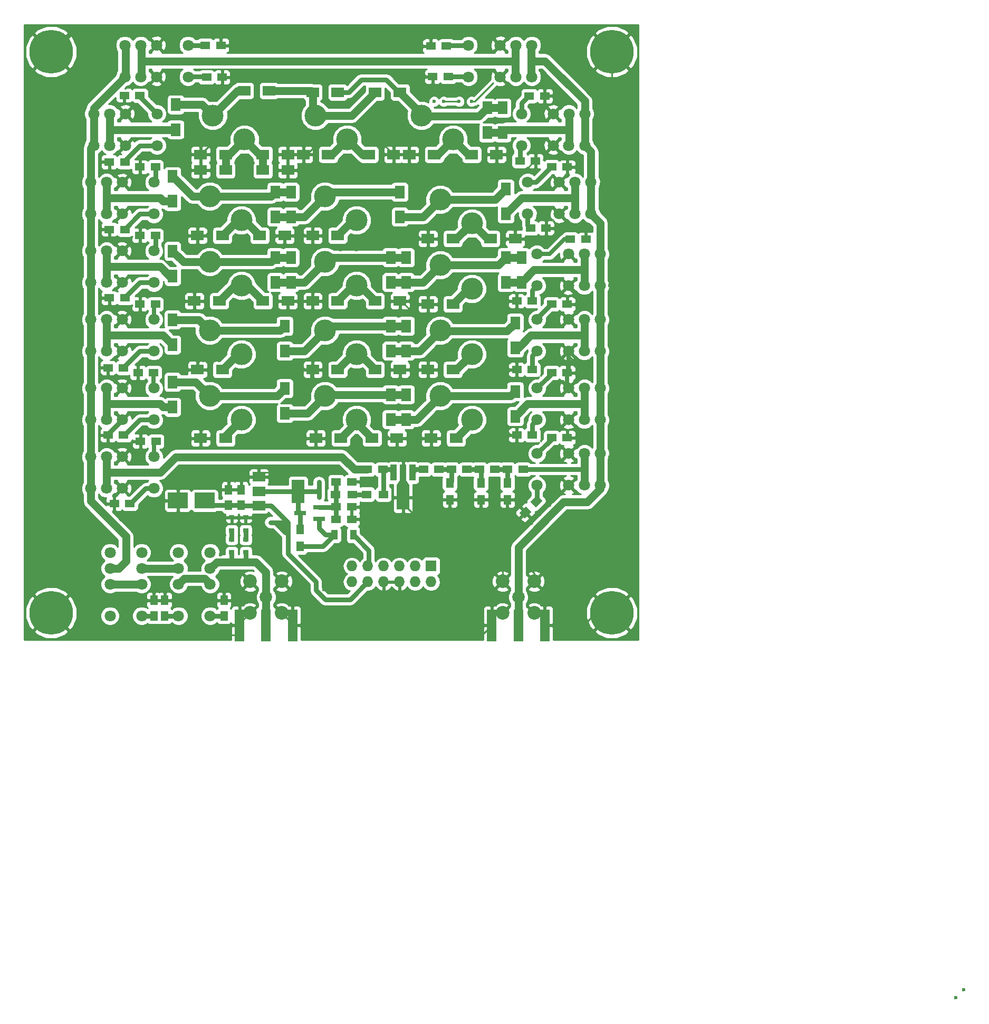
<source format=gbr>
G04 #@! TF.FileFunction,Copper,L1,Top,Signal*
%FSLAX46Y46*%
G04 Gerber Fmt 4.6, Leading zero omitted, Abs format (unit mm)*
G04 Created by KiCad (PCBNEW 4.0.7) date 12/14/17 19:40:57*
%MOMM*%
%LPD*%
G01*
G04 APERTURE LIST*
%ADD10C,0.100000*%
%ADD11R,1.500000X1.250000*%
%ADD12C,3.500000*%
%ADD13R,2.000000X1.600000*%
%ADD14R,1.600000X2.000000*%
%ADD15R,1.000000X1.600000*%
%ADD16C,7.000000*%
%ADD17R,1.250000X1.500000*%
%ADD18R,0.900000X0.800000*%
%ADD19C,2.200000*%
%ADD20C,2.000000*%
%ADD21C,1.800000*%
%ADD22R,1.727200X1.727200*%
%ADD23O,1.727200X1.727200*%
%ADD24R,1.900000X0.800000*%
%ADD25R,3.200000X2.500000*%
%ADD26R,1.300000X1.500000*%
%ADD27R,1.500000X1.300000*%
%ADD28R,1.000000X2.500000*%
%ADD29R,2.000000X4.000000*%
%ADD30R,2.000000X3.800000*%
%ADD31R,2.000000X1.500000*%
%ADD32R,1.500000X5.080000*%
%ADD33C,0.600000*%
%ADD34C,0.250000*%
%ADD35C,0.800000*%
%ADD36C,0.700000*%
%ADD37C,1.300000*%
%ADD38C,0.254000*%
G04 APERTURE END LIST*
D10*
D11*
X175350000Y-36000000D03*
X177850000Y-36000000D03*
D12*
X138960000Y-40730000D03*
X144040000Y-44540000D03*
D13*
X141000000Y-24000000D03*
X137000000Y-24000000D03*
D14*
X168000000Y-43500000D03*
X168000000Y-39500000D03*
D12*
X154460000Y-27730000D03*
X159540000Y-31540000D03*
D11*
X158750000Y-21500000D03*
X156250000Y-21500000D03*
X111450000Y-69000000D03*
X108950000Y-69000000D03*
X172250000Y-57500000D03*
X169750000Y-57500000D03*
X172250000Y-68500000D03*
X169750000Y-68500000D03*
X172250000Y-79000000D03*
X169750000Y-79000000D03*
D10*
G36*
X172972271Y-88643845D02*
X173856155Y-89527729D01*
X172795495Y-90588389D01*
X171911611Y-89704505D01*
X172972271Y-88643845D01*
X172972271Y-88643845D01*
G37*
G36*
X171204505Y-90411611D02*
X172088389Y-91295495D01*
X171027729Y-92356155D01*
X170143845Y-91472271D01*
X171204505Y-90411611D01*
X171204505Y-90411611D01*
G37*
D11*
X170250000Y-35000000D03*
X172750000Y-35000000D03*
X105150000Y-90000000D03*
X107650000Y-90000000D03*
X104350000Y-35200000D03*
X106850000Y-35200000D03*
X104350000Y-46000000D03*
X106850000Y-46000000D03*
X104350000Y-57000000D03*
X106850000Y-57000000D03*
X104150000Y-68200000D03*
X106650000Y-68200000D03*
X104150000Y-79000000D03*
X106650000Y-79000000D03*
X122450000Y-21600000D03*
X119950000Y-21600000D03*
X171750000Y-24600000D03*
X174250000Y-24600000D03*
X178350000Y-47600000D03*
X180850000Y-47600000D03*
X175350000Y-58000000D03*
X177850000Y-58000000D03*
X175350000Y-69000000D03*
X177850000Y-69000000D03*
X158450000Y-16600000D03*
X155950000Y-16600000D03*
X175350000Y-79400000D03*
X177850000Y-79400000D03*
X111750000Y-58000000D03*
X109250000Y-58000000D03*
X111750000Y-47000000D03*
X109250000Y-47000000D03*
X111850000Y-80000000D03*
X109350000Y-80000000D03*
X171950000Y-45800000D03*
X174450000Y-45800000D03*
X109250000Y-24500000D03*
X106750000Y-24500000D03*
X119750000Y-16500000D03*
X122250000Y-16500000D03*
X111750000Y-36000000D03*
X109250000Y-36000000D03*
D15*
X143500000Y-95000000D03*
X140500000Y-95000000D03*
D16*
X95000000Y-17500000D03*
X185000000Y-107500000D03*
D17*
X111500000Y-108000000D03*
X111500000Y-105500000D03*
X113250000Y-108000000D03*
X113250000Y-105500000D03*
X122750000Y-108000000D03*
X122750000Y-105500000D03*
D14*
X114500000Y-37500000D03*
X114500000Y-41500000D03*
X114500000Y-49500000D03*
X114500000Y-53500000D03*
X114500000Y-60500000D03*
X114500000Y-64500000D03*
X114500000Y-70500000D03*
X114500000Y-74500000D03*
D13*
X123000000Y-34000000D03*
X119000000Y-34000000D03*
X129000000Y-34000000D03*
X133000000Y-34000000D03*
X128500000Y-47000000D03*
X132500000Y-47000000D03*
X129000000Y-57500000D03*
X133000000Y-57500000D03*
X122500000Y-68500000D03*
X118500000Y-68500000D03*
X123000000Y-79500000D03*
X119000000Y-79500000D03*
X123000000Y-36500000D03*
X119000000Y-36500000D03*
X122500000Y-47000000D03*
X118500000Y-47000000D03*
X122000000Y-57500000D03*
X118000000Y-57500000D03*
X130000000Y-23750000D03*
X126000000Y-23750000D03*
X129000000Y-36500000D03*
X133000000Y-36500000D03*
D14*
X133500000Y-44000000D03*
X133500000Y-40000000D03*
X131000000Y-44000000D03*
X131000000Y-40000000D03*
X133500000Y-54500000D03*
X133500000Y-50500000D03*
X131000000Y-54500000D03*
X131000000Y-50500000D03*
X132500000Y-65500000D03*
X132500000Y-61500000D03*
X132500000Y-75500000D03*
X132500000Y-71500000D03*
D13*
X139500000Y-34000000D03*
X135500000Y-34000000D03*
X147000000Y-57500000D03*
X151000000Y-57500000D03*
X141000000Y-68500000D03*
X137000000Y-68500000D03*
X141500000Y-79500000D03*
X137500000Y-79500000D03*
X141000000Y-47000000D03*
X137000000Y-47000000D03*
X146000000Y-34000000D03*
X150000000Y-34000000D03*
X141000000Y-57500000D03*
X137000000Y-57500000D03*
X147000000Y-68500000D03*
X151000000Y-68500000D03*
X146500000Y-79500000D03*
X150500000Y-79500000D03*
X151000000Y-24000000D03*
X147000000Y-24000000D03*
D14*
X151000000Y-44000000D03*
X151000000Y-40000000D03*
X152000000Y-54500000D03*
X152000000Y-50500000D03*
X149500000Y-54500000D03*
X149500000Y-50500000D03*
X149500000Y-65500000D03*
X149500000Y-61500000D03*
X152000000Y-65500000D03*
X152000000Y-61500000D03*
X149500000Y-76500000D03*
X149500000Y-72500000D03*
X152000000Y-76500000D03*
X152000000Y-72500000D03*
D13*
X162500000Y-34000000D03*
X166500000Y-34000000D03*
X165500000Y-47500000D03*
X169500000Y-47500000D03*
X159500000Y-58000000D03*
X155500000Y-58000000D03*
X159500000Y-68500000D03*
X155500000Y-68500000D03*
X160000000Y-79500000D03*
X156000000Y-79500000D03*
X156500000Y-34000000D03*
X152500000Y-34000000D03*
X159500000Y-47500000D03*
X155500000Y-47500000D03*
D14*
X167500000Y-30500000D03*
X167500000Y-26500000D03*
X165000000Y-30500000D03*
X165000000Y-26500000D03*
X170500000Y-54500000D03*
X170500000Y-50500000D03*
X168000000Y-54500000D03*
X168000000Y-50500000D03*
X169500000Y-65000000D03*
X169500000Y-61000000D03*
X169500000Y-76000000D03*
X169500000Y-72000000D03*
X115000000Y-26000000D03*
X115000000Y-30000000D03*
D18*
X124000000Y-97800000D03*
X124000000Y-95700000D03*
X124000000Y-94300000D03*
X124000000Y-92200000D03*
X126250000Y-95700000D03*
X126250000Y-97800000D03*
X126250000Y-92200000D03*
X126250000Y-94300000D03*
D19*
X126960000Y-107540000D03*
X126960000Y-102460000D03*
X132040000Y-102460000D03*
X132040000Y-107540000D03*
D20*
X129500000Y-105000000D03*
D12*
X120960000Y-27730000D03*
X126040000Y-31540000D03*
X120460000Y-40730000D03*
X125540000Y-44540000D03*
X120460000Y-51230000D03*
X125540000Y-55040000D03*
X120460000Y-62230000D03*
X125540000Y-66040000D03*
X120460000Y-72730000D03*
X125540000Y-76540000D03*
X137460000Y-27730000D03*
X142540000Y-31540000D03*
X138960000Y-51230000D03*
X144040000Y-55040000D03*
X138960000Y-62230000D03*
X144040000Y-66040000D03*
X138960000Y-72730000D03*
X144040000Y-76540000D03*
X157460000Y-41230000D03*
X162540000Y-45040000D03*
X157460000Y-51730000D03*
X162540000Y-55540000D03*
X157460000Y-62230000D03*
X162540000Y-66040000D03*
X157460000Y-72730000D03*
X162540000Y-76540000D03*
D16*
X95000000Y-107500000D03*
X185000000Y-17500000D03*
D19*
X167460000Y-107540000D03*
X167460000Y-102460000D03*
X172540000Y-102460000D03*
X172540000Y-107540000D03*
D20*
X170000000Y-105000000D03*
D21*
X109540000Y-108000000D03*
X104460000Y-108000000D03*
X109540000Y-97840000D03*
X109540000Y-102920000D03*
X109540000Y-100400000D03*
X104460000Y-97840000D03*
X104460000Y-102920000D03*
X104460000Y-100380000D03*
X120540000Y-108000000D03*
X115460000Y-108000000D03*
X120540000Y-97840000D03*
X120540000Y-102920000D03*
X120540000Y-100400000D03*
X115460000Y-97840000D03*
X115460000Y-102920000D03*
X115460000Y-100380000D03*
X112000000Y-27460000D03*
X112000000Y-32540000D03*
X101840000Y-27460000D03*
X106920000Y-27460000D03*
X104400000Y-27460000D03*
X101840000Y-32540000D03*
X106920000Y-32540000D03*
X104380000Y-32540000D03*
X111500000Y-38460000D03*
X111500000Y-43540000D03*
X101340000Y-38460000D03*
X106420000Y-38460000D03*
X103900000Y-38460000D03*
X101340000Y-43540000D03*
X106420000Y-43540000D03*
X103880000Y-43540000D03*
X111500000Y-49460000D03*
X111500000Y-54540000D03*
X101340000Y-49460000D03*
X106420000Y-49460000D03*
X103900000Y-49460000D03*
X101340000Y-54540000D03*
X106420000Y-54540000D03*
X103880000Y-54540000D03*
X111500000Y-60460000D03*
X111500000Y-65540000D03*
X101340000Y-60460000D03*
X106420000Y-60460000D03*
X103900000Y-60460000D03*
X101340000Y-65540000D03*
X106420000Y-65540000D03*
X103880000Y-65540000D03*
X111500000Y-71460000D03*
X111500000Y-76540000D03*
X101340000Y-71460000D03*
X106420000Y-71460000D03*
X103900000Y-71460000D03*
X101340000Y-76540000D03*
X106420000Y-76540000D03*
X103880000Y-76540000D03*
X111500000Y-82460000D03*
X111500000Y-87540000D03*
X101340000Y-82460000D03*
X106420000Y-82460000D03*
X103900000Y-82460000D03*
X101340000Y-87540000D03*
X106420000Y-87540000D03*
X103880000Y-87540000D03*
X117000000Y-16460000D03*
X117000000Y-21540000D03*
X106840000Y-16460000D03*
X111920000Y-16460000D03*
X109400000Y-16460000D03*
X106840000Y-21540000D03*
X111920000Y-21540000D03*
X109380000Y-21540000D03*
X170500000Y-32540000D03*
X170500000Y-27460000D03*
X180660000Y-32540000D03*
X175580000Y-32540000D03*
X178100000Y-32540000D03*
X180660000Y-27460000D03*
X175580000Y-27460000D03*
X178120000Y-27460000D03*
X171500000Y-43540000D03*
X171500000Y-38460000D03*
X181660000Y-43540000D03*
X176580000Y-43540000D03*
X179100000Y-43540000D03*
X181660000Y-38460000D03*
X176580000Y-38460000D03*
X179120000Y-38460000D03*
X173000000Y-55040000D03*
X173000000Y-49960000D03*
X183160000Y-55040000D03*
X178080000Y-55040000D03*
X180600000Y-55040000D03*
X183160000Y-49960000D03*
X178080000Y-49960000D03*
X180620000Y-49960000D03*
X173000000Y-65540000D03*
X173000000Y-60460000D03*
X183160000Y-65540000D03*
X178080000Y-65540000D03*
X180600000Y-65540000D03*
X183160000Y-60460000D03*
X178080000Y-60460000D03*
X180620000Y-60460000D03*
X173000000Y-76540000D03*
X173000000Y-71460000D03*
X183160000Y-76540000D03*
X178080000Y-76540000D03*
X180600000Y-76540000D03*
X183160000Y-71460000D03*
X178080000Y-71460000D03*
X180620000Y-71460000D03*
X173000000Y-87040000D03*
X173000000Y-81960000D03*
X183160000Y-87040000D03*
X178080000Y-87040000D03*
X180600000Y-87040000D03*
X183160000Y-81960000D03*
X178080000Y-81960000D03*
X180620000Y-81960000D03*
X162000000Y-21540000D03*
X162000000Y-16460000D03*
X172160000Y-21540000D03*
X167080000Y-21540000D03*
X169600000Y-21540000D03*
X172160000Y-16460000D03*
X167080000Y-16460000D03*
X169620000Y-16460000D03*
D22*
X156000000Y-100000000D03*
D23*
X156000000Y-102540000D03*
X153460000Y-100000000D03*
X153460000Y-102540000D03*
X150920000Y-100000000D03*
X150920000Y-102540000D03*
X148380000Y-100000000D03*
X148380000Y-102540000D03*
X145840000Y-100000000D03*
X145840000Y-102540000D03*
X143300000Y-100000000D03*
X143300000Y-102540000D03*
D24*
X138000000Y-92450000D03*
X138000000Y-90550000D03*
X135000000Y-91500000D03*
D11*
X148250000Y-84500000D03*
X145750000Y-84500000D03*
X140750000Y-86500000D03*
X143250000Y-86500000D03*
X140750000Y-92500000D03*
X143250000Y-92500000D03*
X140750000Y-90500000D03*
X143250000Y-90500000D03*
X157250000Y-84500000D03*
X154750000Y-84500000D03*
D17*
X125500000Y-87750000D03*
X125500000Y-90250000D03*
D11*
X161750000Y-84500000D03*
X159250000Y-84500000D03*
D17*
X123500000Y-87750000D03*
X123500000Y-90250000D03*
D25*
X115350000Y-89500000D03*
X119650000Y-89500000D03*
D11*
X166250000Y-84500000D03*
X163750000Y-84500000D03*
X170750000Y-84500000D03*
X168250000Y-84500000D03*
D26*
X159000000Y-86650000D03*
X159000000Y-89350000D03*
X164000000Y-86650000D03*
X164000000Y-89350000D03*
X168250000Y-86650000D03*
X168250000Y-89350000D03*
D27*
X143350000Y-88500000D03*
X140650000Y-88500000D03*
D26*
X135000000Y-94150000D03*
X135000000Y-96850000D03*
D28*
X153000000Y-85020000D03*
X151500000Y-85020000D03*
X150000000Y-85020000D03*
D29*
X151500000Y-88980000D03*
D10*
G36*
X150500000Y-87005000D02*
X151000000Y-86255000D01*
X152000000Y-86255000D01*
X152500000Y-87005000D01*
X150500000Y-87005000D01*
X150500000Y-87005000D01*
G37*
D27*
X148350000Y-88500000D03*
X145650000Y-88500000D03*
D30*
X134650000Y-88000000D03*
D31*
X128350000Y-88000000D03*
X128350000Y-90300000D03*
X128350000Y-85700000D03*
D32*
X165750000Y-109500000D03*
X174250000Y-109500000D03*
X170000000Y-109500000D03*
X125250000Y-109500000D03*
X133750000Y-109500000D03*
X129500000Y-109500000D03*
D33*
X241500000Y-168000000D03*
X241500000Y-168000000D03*
X240250000Y-169250000D03*
X156500000Y-25500000D03*
X158000000Y-25500000D03*
X160500000Y-25500000D03*
X162500000Y-25500000D03*
X130200000Y-93000000D03*
X131000000Y-93000000D03*
X132000000Y-93000000D03*
X130200000Y-90400000D03*
X133000000Y-93000000D03*
X134000000Y-109400000D03*
X153600000Y-93000000D03*
X151400000Y-92999994D03*
X146400000Y-93000000D03*
X149000000Y-93000000D03*
X102000000Y-110900000D03*
X99000000Y-110900000D03*
X108300000Y-111100000D03*
X111000000Y-111100000D03*
X114000000Y-111100000D03*
X116900000Y-111100000D03*
X120000000Y-111100000D03*
X123500000Y-111100000D03*
X174200000Y-109400000D03*
X165750000Y-109500000D03*
X139000000Y-32000000D03*
X136500000Y-32000000D03*
X134000000Y-32000000D03*
X131000000Y-32000000D03*
X129500000Y-32000000D03*
X156500000Y-32000000D03*
X154000000Y-32000000D03*
X151500000Y-32000000D03*
X149000000Y-32000000D03*
X146500000Y-32000000D03*
X151500000Y-29000000D03*
X150500000Y-26500000D03*
X147500000Y-26500000D03*
X145000000Y-29000000D03*
X135000000Y-26000000D03*
X133000000Y-26000000D03*
X130500000Y-26000000D03*
X128000000Y-26000000D03*
X125500000Y-26000000D03*
X170200000Y-82500000D03*
X168400000Y-82500000D03*
X166500000Y-82500000D03*
X164000000Y-60000000D03*
X166000000Y-60000000D03*
X169000000Y-36500000D03*
X166500000Y-36500000D03*
X164000000Y-36500000D03*
X161500000Y-36500000D03*
X159000000Y-36500000D03*
X156500000Y-36500000D03*
X154000000Y-36500000D03*
X151500000Y-36500000D03*
X149000000Y-36500000D03*
X146500000Y-36500000D03*
X144000000Y-36500000D03*
X141500000Y-36500000D03*
X139000000Y-36500000D03*
X136500000Y-36500000D03*
X131000000Y-36500000D03*
X127000000Y-36500000D03*
X125000000Y-36500004D03*
X162000000Y-60000000D03*
X159500000Y-60000000D03*
X122100000Y-70500000D03*
X124100000Y-70500000D03*
X126300000Y-70500000D03*
X128500000Y-70500000D03*
X130800000Y-70500000D03*
X134600000Y-70500000D03*
X136700000Y-70500000D03*
X147000000Y-90500000D03*
X146000000Y-90500000D03*
X145000000Y-90500000D03*
X147000000Y-86500000D03*
X146000000Y-86500000D03*
X145000000Y-86500000D03*
X144250000Y-82500000D03*
X140750000Y-85000000D03*
X164500000Y-82500000D03*
X162000000Y-82500000D03*
X159500000Y-82500000D03*
X157000000Y-82500000D03*
X154500000Y-82500000D03*
X152000000Y-82500000D03*
X149500000Y-82500000D03*
X147000000Y-82500000D03*
X138250000Y-85000000D03*
X135750000Y-85000000D03*
X133250000Y-85000000D03*
X130750000Y-85000000D03*
X128500000Y-85750000D03*
X125750000Y-85000000D03*
X123250000Y-85000000D03*
X120750000Y-85000000D03*
X118250000Y-85000000D03*
X115750000Y-85000000D03*
X127800000Y-94000000D03*
X129200004Y-94000000D03*
X132000000Y-99000000D03*
X133000000Y-100000000D03*
X135000000Y-102000000D03*
X136000000Y-104000000D03*
X136000000Y-106000000D03*
X122217439Y-98224990D03*
X176400000Y-88800000D03*
X175000000Y-90200000D03*
X173400000Y-91800000D03*
X172000000Y-93200000D03*
X168200000Y-98400000D03*
X167800000Y-100400000D03*
X171800000Y-98400000D03*
X171800000Y-100400000D03*
X175800000Y-93600000D03*
X177200000Y-92200000D03*
X179000000Y-91600000D03*
X181000000Y-91400000D03*
X182800000Y-90200000D03*
X184000000Y-89000000D03*
X125250000Y-109700000D03*
X139000000Y-111000000D03*
X144000000Y-111000000D03*
X149000000Y-111000000D03*
X154000000Y-111000000D03*
X159000000Y-111000000D03*
X164000000Y-111000000D03*
X179000000Y-111000000D03*
X125500000Y-21000000D03*
X128000000Y-21000000D03*
X130500000Y-21000000D03*
X133000000Y-21000000D03*
X135500000Y-21000000D03*
X138000000Y-21000000D03*
X140500000Y-21000000D03*
X143500000Y-21000000D03*
X146500000Y-20800000D03*
X149500000Y-21000000D03*
X152000000Y-21000000D03*
X154500000Y-21000000D03*
X158000000Y-56250000D03*
X155500000Y-56250000D03*
X153000000Y-56250000D03*
X166000000Y-57250000D03*
X168000000Y-57250000D03*
X155000000Y-60000000D03*
X153500000Y-60000000D03*
X147750000Y-60000000D03*
X146500000Y-60000000D03*
X144000000Y-60000000D03*
X141500000Y-60000000D03*
X123000000Y-60000000D03*
X125750000Y-60000000D03*
X128500000Y-60000000D03*
X131000000Y-60000000D03*
X134250000Y-60000000D03*
X136250000Y-60000000D03*
X120500000Y-46500000D03*
X123000000Y-49250000D03*
X125500000Y-49250000D03*
X128500000Y-49250000D03*
X135250000Y-46500000D03*
X141500000Y-49250000D03*
X144000000Y-49250000D03*
X144000000Y-49250000D03*
X146500000Y-46500000D03*
X149000000Y-46500000D03*
X151500000Y-46500000D03*
X155500000Y-49250000D03*
X160500000Y-49250000D03*
X162750000Y-49250000D03*
X165500000Y-49250000D03*
X160500000Y-70500000D03*
X163000000Y-70500000D03*
X165500000Y-70500000D03*
X168000000Y-70500000D03*
X154000000Y-70500000D03*
X141500000Y-70500000D03*
X144000000Y-70500000D03*
X146500000Y-70500000D03*
X149000000Y-70500000D03*
X151500000Y-70500000D03*
X128500000Y-68000000D03*
X131000000Y-68000000D03*
X133500000Y-68000000D03*
X122000000Y-67000000D03*
X119500000Y-67000000D03*
X117000000Y-78000000D03*
X122000000Y-78000000D03*
X119500000Y-78000000D03*
X128500000Y-78000000D03*
X131000000Y-78000000D03*
X133500000Y-78000000D03*
X139000000Y-78000000D03*
X136500000Y-78000000D03*
X148000000Y-78000000D03*
X153500000Y-78000000D03*
X156000000Y-78000000D03*
X158500000Y-78000000D03*
X166500000Y-78000000D03*
X184649990Y-72500000D03*
X184649990Y-67500000D03*
X184649990Y-62500000D03*
X184649990Y-57500000D03*
X184649990Y-77500000D03*
X184649990Y-55000000D03*
X184649990Y-82500000D03*
X99000000Y-14000000D03*
X104000000Y-14000000D03*
X109000000Y-14000000D03*
X114000000Y-14000000D03*
X119000000Y-14000000D03*
X124000000Y-14000000D03*
X129000000Y-14000000D03*
X134000000Y-14000000D03*
X139000000Y-14000000D03*
X144000000Y-14000000D03*
X149000000Y-14000000D03*
X154000000Y-14000000D03*
X159000000Y-14000000D03*
X164000000Y-14000000D03*
X169000000Y-14000000D03*
X174000000Y-14000000D03*
X179000000Y-14000000D03*
X185000000Y-40000000D03*
X185000000Y-50000000D03*
X185000000Y-100000000D03*
X185000000Y-95000000D03*
X185000000Y-45000000D03*
X185000000Y-25000000D03*
X185000000Y-30000000D03*
X185000000Y-35000000D03*
X173800000Y-47600000D03*
X175800000Y-47600000D03*
X172000000Y-47600000D03*
X92500000Y-100000000D03*
X92500000Y-95000000D03*
X92500000Y-90000000D03*
X92500000Y-85000000D03*
X92500000Y-80000000D03*
X92500000Y-75000000D03*
X92500000Y-70000000D03*
X92500000Y-65000000D03*
X92500000Y-60000000D03*
X92500000Y-55000000D03*
X92500000Y-50000000D03*
X92500000Y-45000000D03*
X92500000Y-40000000D03*
X92500000Y-35000000D03*
X92500000Y-30000000D03*
X92500000Y-25000000D03*
X99000000Y-39000000D03*
X99000000Y-35000000D03*
X99000000Y-32000000D03*
X99000000Y-76000000D03*
X99000000Y-73000000D03*
X99000000Y-70000000D03*
X99000000Y-67000000D03*
X99000000Y-64000000D03*
X99000000Y-61000000D03*
X99000000Y-58000000D03*
X99000000Y-55000000D03*
X99000000Y-44000000D03*
X99000000Y-47000000D03*
X99000000Y-50000000D03*
X99000000Y-29000000D03*
X99000000Y-82000000D03*
X99000000Y-79000000D03*
X181600000Y-58600000D03*
X179600000Y-57000000D03*
X181600000Y-57000000D03*
X179600000Y-58600000D03*
X181600000Y-69600000D03*
X179400000Y-67600000D03*
X181600000Y-67600000D03*
X179400000Y-69600000D03*
X122400000Y-97400000D03*
X122200000Y-96000000D03*
X122200000Y-94800000D03*
X135250000Y-98500000D03*
X136500000Y-99500000D03*
X138000000Y-101000000D03*
X138750000Y-102250000D03*
X138750000Y-103750000D03*
X138000000Y-89000000D03*
X138000000Y-87650000D03*
X138000000Y-86500000D03*
D34*
X166000000Y-22500000D02*
X163000000Y-25500000D01*
X160500000Y-25500000D02*
X158000000Y-25500000D01*
X163000000Y-25500000D02*
X162500000Y-25500000D01*
D35*
X145840000Y-102540000D02*
X142980000Y-105400000D01*
X142980000Y-105400000D02*
X139000000Y-105400000D01*
X139000000Y-105400000D02*
X137500000Y-103900000D01*
X137500000Y-103900000D02*
X137500000Y-102500000D01*
X137500000Y-102500000D02*
X133000000Y-98000000D01*
X133000000Y-98000000D02*
X133000000Y-94600000D01*
X173000000Y-87040000D02*
X173000000Y-89500000D01*
X173000000Y-89500000D02*
X172883883Y-89616117D01*
X173000000Y-87040000D02*
X172710000Y-87040000D01*
X123500000Y-90250000D02*
X120400000Y-90250000D01*
X120400000Y-90250000D02*
X119650000Y-89500000D01*
X123500000Y-90250000D02*
X125500000Y-90250000D01*
X125500000Y-90250000D02*
X125550000Y-90300000D01*
X125550000Y-90300000D02*
X128350000Y-90300000D01*
X132000000Y-93000000D02*
X133000000Y-93000000D01*
X131000000Y-93000000D02*
X132000000Y-93000000D01*
X131000000Y-93000000D02*
X131600000Y-93600000D01*
X132600000Y-94600000D02*
X133000000Y-94600000D01*
X131600000Y-93600000D02*
X132600000Y-94600000D01*
X130200000Y-93000000D02*
X131000000Y-93000000D01*
X133000000Y-94600000D02*
X133000000Y-93800000D01*
X132800000Y-93800000D02*
X133000000Y-93800000D01*
X132000000Y-93000000D02*
X132800000Y-93800000D01*
X130200000Y-90300000D02*
X130300000Y-90300000D01*
X130200000Y-90400000D02*
X130200000Y-90300000D01*
X128350000Y-90300000D02*
X130300000Y-90300000D01*
X130300000Y-90300000D02*
X133000000Y-93000000D01*
X133000000Y-93800000D02*
X133000000Y-93000000D01*
X122750000Y-108000000D02*
X120540000Y-108000000D01*
X111500000Y-108000000D02*
X109540000Y-108000000D01*
D36*
X111500000Y-60460000D02*
X111500000Y-58250000D01*
X111500000Y-58250000D02*
X111750000Y-58000000D01*
X111500000Y-82460000D02*
X111500000Y-80350000D01*
X111500000Y-80350000D02*
X111850000Y-80000000D01*
X111450000Y-69000000D02*
X111450000Y-71410000D01*
X111450000Y-71410000D02*
X111500000Y-71460000D01*
D35*
X171500000Y-43540000D02*
X171500000Y-45350000D01*
X171500000Y-45350000D02*
X171950000Y-45800000D01*
X158750000Y-21500000D02*
X161960000Y-21500000D01*
X161960000Y-21500000D02*
X162000000Y-21540000D01*
X119750000Y-16500000D02*
X117040000Y-16500000D01*
X117040000Y-16500000D02*
X117000000Y-16460000D01*
X172250000Y-79000000D02*
X172250000Y-77290000D01*
X172250000Y-77290000D02*
X173000000Y-76540000D01*
X172250000Y-68500000D02*
X172250000Y-66290000D01*
X172250000Y-66290000D02*
X173000000Y-65540000D01*
X111750000Y-47000000D02*
X111750000Y-49210000D01*
X111750000Y-49210000D02*
X111500000Y-49460000D01*
X111750000Y-36000000D02*
X111750000Y-38210000D01*
X111750000Y-38210000D02*
X111500000Y-38460000D01*
X109250000Y-24500000D02*
X109250000Y-24710000D01*
X109250000Y-24710000D02*
X112000000Y-27460000D01*
X172250000Y-57500000D02*
X172250000Y-55790000D01*
X172250000Y-55790000D02*
X173000000Y-55040000D01*
X170250000Y-35000000D02*
X170250000Y-32790000D01*
X170250000Y-32790000D02*
X170500000Y-32540000D01*
D34*
X125250000Y-109700000D02*
X125250000Y-110350000D01*
X125250000Y-110350000D02*
X124500000Y-111100000D01*
X124500000Y-111100000D02*
X123500000Y-111100000D01*
X133900000Y-109400000D02*
X134000000Y-109400000D01*
X132040000Y-107540000D02*
X133900000Y-109400000D01*
X153600000Y-92080000D02*
X153600000Y-92575736D01*
X151500000Y-88980000D02*
X151500000Y-89980000D01*
X153600000Y-92575736D02*
X153600000Y-93000000D01*
X151500000Y-89980000D02*
X153600000Y-92080000D01*
X151399994Y-93000000D02*
X151400000Y-92999994D01*
X149000000Y-93000000D02*
X151399994Y-93000000D01*
X98900001Y-110999999D02*
X99000000Y-110900000D01*
X95000000Y-107500000D02*
X98499999Y-110999999D01*
X98499999Y-110999999D02*
X98900001Y-110999999D01*
X114000000Y-111100000D02*
X111000000Y-111100000D01*
X120000000Y-111100000D02*
X116900000Y-111100000D01*
X126960000Y-107540000D02*
X125250000Y-109250000D01*
X125250000Y-109250000D02*
X125250000Y-109700000D01*
X164000000Y-111000000D02*
X164250000Y-111000000D01*
X164250000Y-111000000D02*
X165750000Y-109500000D01*
X135500000Y-34000000D02*
X136000000Y-34000000D01*
X136000000Y-34000000D02*
X138000000Y-32000000D01*
X138000000Y-32000000D02*
X139000000Y-32000000D01*
X136500000Y-32000000D02*
X134000000Y-32000000D01*
X131000000Y-32000000D02*
X129500000Y-32000000D01*
X148000000Y-32000000D02*
X146500000Y-32000000D01*
X154000000Y-32000000D02*
X156500000Y-32000000D01*
X149000000Y-32000000D02*
X151500000Y-32000000D01*
X150000000Y-34000000D02*
X148000000Y-32000000D01*
X148000000Y-32000000D02*
X145000000Y-29000000D01*
X147500000Y-26500000D02*
X150500000Y-26500000D01*
X119000000Y-34000000D02*
X124500000Y-28500000D01*
X133000000Y-26000000D02*
X135000000Y-26000000D01*
X128000000Y-26000000D02*
X130500000Y-26000000D01*
X124500000Y-27000000D02*
X125500000Y-26000000D01*
X124500000Y-28500000D02*
X124500000Y-27000000D01*
X168400000Y-82500000D02*
X170200000Y-82500000D01*
X166500000Y-82500000D02*
X168400000Y-82500000D01*
X164500000Y-82500000D02*
X166500000Y-82500000D01*
X166000000Y-57250000D02*
X166000000Y-60000000D01*
X166000000Y-60000000D02*
X164000000Y-60000000D01*
X162000000Y-60000000D02*
X164000000Y-60000000D01*
X136700000Y-70500000D02*
X136700000Y-68800000D01*
X136700000Y-68800000D02*
X137000000Y-68500000D01*
X169424264Y-36500000D02*
X169000000Y-36500000D01*
X171125000Y-36500000D02*
X169424264Y-36500000D01*
X172625000Y-35000000D02*
X171125000Y-36500000D01*
X172750000Y-35000000D02*
X172625000Y-35000000D01*
X130800000Y-68624264D02*
X130800000Y-70500000D01*
X131000000Y-68000000D02*
X131000000Y-68424264D01*
X131000000Y-68424264D02*
X130800000Y-68624264D01*
X143250000Y-90500000D02*
X145000000Y-90500000D01*
X146000000Y-90500000D02*
X147000000Y-90500000D01*
X143250000Y-86500000D02*
X145000000Y-86500000D01*
X146000000Y-86500000D02*
X147000000Y-86500000D01*
X144250000Y-82500000D02*
X147000000Y-82500000D01*
X159500000Y-82500000D02*
X162000000Y-82500000D01*
X154500000Y-82500000D02*
X157000000Y-82500000D01*
X149500000Y-82500000D02*
X152000000Y-82500000D01*
X138250000Y-85000000D02*
X140750000Y-85000000D01*
X133250000Y-85000000D02*
X135750000Y-85000000D01*
X129250000Y-85000000D02*
X130750000Y-85000000D01*
X143250000Y-86250000D02*
X143250000Y-86500000D01*
X128500000Y-85750000D02*
X129250000Y-85000000D01*
X115350000Y-89500000D02*
X115350000Y-85400000D01*
X123250000Y-85000000D02*
X125750000Y-85000000D01*
X118250000Y-85000000D02*
X120750000Y-85000000D01*
X115350000Y-85400000D02*
X115750000Y-85000000D01*
X129200004Y-94424264D02*
X129200004Y-94000000D01*
X129200004Y-96200004D02*
X129200004Y-94424264D01*
X132000000Y-99000000D02*
X129200004Y-96200004D01*
X135000000Y-102000000D02*
X133000000Y-100000000D01*
X136000000Y-106000000D02*
X136000000Y-104000000D01*
X178080000Y-87040000D02*
X178080000Y-87120000D01*
X178080000Y-87120000D02*
X176400000Y-88800000D01*
X175000000Y-90200000D02*
X173400000Y-91800000D01*
X172000000Y-93200000D02*
X172200000Y-93200000D01*
X172200000Y-93200000D02*
X172000000Y-93200000D01*
X167460000Y-102460000D02*
X167460000Y-100740000D01*
X167460000Y-100740000D02*
X167800000Y-100400000D01*
X172540000Y-102460000D02*
X172540000Y-101140000D01*
X172540000Y-101140000D02*
X171800000Y-100400000D01*
X178400000Y-92200000D02*
X177200000Y-92200000D01*
X179000000Y-91600000D02*
X178400000Y-92200000D01*
X181600000Y-91400000D02*
X181000000Y-91400000D01*
X182800000Y-90200000D02*
X181600000Y-91400000D01*
X185000000Y-90000000D02*
X184299999Y-89299999D01*
X184299999Y-89299999D02*
X184000000Y-89000000D01*
X185000000Y-95000000D02*
X185000000Y-90000000D01*
X139000000Y-111000000D02*
X144000000Y-111000000D01*
X149000000Y-111000000D02*
X154000000Y-111000000D01*
X159000000Y-111000000D02*
X164000000Y-111000000D01*
X179000000Y-111000000D02*
X182500000Y-107500000D01*
X182500000Y-107500000D02*
X185000000Y-107500000D01*
X154750000Y-21000000D02*
X154500000Y-21000000D01*
X156250000Y-21500000D02*
X155250000Y-21500000D01*
X155250000Y-21500000D02*
X154750000Y-21000000D01*
X153000000Y-56750000D02*
X153000000Y-56250000D01*
X151000000Y-57500000D02*
X152250000Y-57500000D01*
X152250000Y-57500000D02*
X153000000Y-56750000D01*
X168250000Y-57500000D02*
X168000000Y-57250000D01*
X168750000Y-57500000D02*
X168250000Y-57500000D01*
X169750000Y-57500000D02*
X168750000Y-57500000D01*
X153500000Y-59800000D02*
X153500000Y-60000000D01*
X151000000Y-57500000D02*
X151200000Y-57500000D01*
X151200000Y-57500000D02*
X153500000Y-59800000D01*
X140750000Y-60000000D02*
X141500000Y-60000000D01*
X137000000Y-57500000D02*
X138250000Y-57500000D01*
X138250000Y-57500000D02*
X140750000Y-60000000D01*
X136250000Y-59300000D02*
X136250000Y-60000000D01*
X137000000Y-57500000D02*
X137000000Y-58550000D01*
X137000000Y-58550000D02*
X136250000Y-59300000D01*
X120250000Y-46500000D02*
X120500000Y-46500000D01*
X118500000Y-47000000D02*
X119750000Y-47000000D01*
X119750000Y-47000000D02*
X120250000Y-46500000D01*
X125500000Y-49250000D02*
X123000000Y-49250000D01*
X129000000Y-49250000D02*
X128500000Y-49250000D01*
X132500000Y-47000000D02*
X131250000Y-47000000D01*
X131250000Y-47000000D02*
X129000000Y-49250000D01*
X137000000Y-47000000D02*
X135750000Y-47000000D01*
X135750000Y-47000000D02*
X135250000Y-46500000D01*
X146325736Y-46924264D02*
X144000000Y-49250000D01*
X146500000Y-46924264D02*
X146325736Y-46924264D01*
X146500000Y-46500000D02*
X146500000Y-46924264D01*
X153250000Y-46500000D02*
X151500000Y-46500000D01*
X155500000Y-47500000D02*
X154250000Y-47500000D01*
X154250000Y-47500000D02*
X153250000Y-46500000D01*
X155500000Y-48550000D02*
X155500000Y-49250000D01*
X155500000Y-47500000D02*
X155500000Y-48550000D01*
X166500000Y-49250000D02*
X165500000Y-49250000D01*
X169500000Y-47500000D02*
X168250000Y-47500000D01*
X168250000Y-47500000D02*
X166500000Y-49250000D01*
X168000000Y-69250000D02*
X168000000Y-70500000D01*
X169750000Y-68500000D02*
X168750000Y-68500000D01*
X168750000Y-68500000D02*
X168000000Y-69250000D01*
X151000000Y-70000000D02*
X151500000Y-70500000D01*
X151000000Y-68500000D02*
X151000000Y-70000000D01*
X135250000Y-68000000D02*
X133500000Y-68000000D01*
X137000000Y-68500000D02*
X135750000Y-68500000D01*
X135750000Y-68500000D02*
X135250000Y-68000000D01*
X118950000Y-67000000D02*
X119500000Y-67000000D01*
X118500000Y-68500000D02*
X118500000Y-67450000D01*
X118500000Y-67450000D02*
X118950000Y-67000000D01*
X119450000Y-78000000D02*
X119500000Y-78000000D01*
X119000000Y-79500000D02*
X119000000Y-78450000D01*
X119000000Y-78450000D02*
X119450000Y-78000000D01*
X137050000Y-78000000D02*
X136500000Y-78000000D01*
X137500000Y-79500000D02*
X137500000Y-78450000D01*
X137500000Y-78450000D02*
X137050000Y-78000000D01*
X148000000Y-78250000D02*
X148000000Y-78000000D01*
X150500000Y-79500000D02*
X149250000Y-79500000D01*
X149250000Y-79500000D02*
X148000000Y-78250000D01*
X156450000Y-78000000D02*
X158500000Y-78000000D01*
X156000000Y-79500000D02*
X156000000Y-78450000D01*
X156000000Y-78450000D02*
X156450000Y-78000000D01*
X167750000Y-78000000D02*
X166500000Y-78000000D01*
X169750000Y-79000000D02*
X168750000Y-79000000D01*
X168750000Y-79000000D02*
X167750000Y-78000000D01*
X185000000Y-50000000D02*
X185000000Y-54649990D01*
X185000000Y-54649990D02*
X184949989Y-54700001D01*
X184949989Y-54700001D02*
X184649990Y-55000000D01*
X184649990Y-55000000D02*
X184649990Y-57500000D01*
X99000000Y-14000000D02*
X95500000Y-17500000D01*
X109000000Y-14000000D02*
X104000000Y-14000000D01*
X119000000Y-14000000D02*
X114000000Y-14000000D01*
X129000000Y-14000000D02*
X124000000Y-14000000D01*
X139000000Y-14000000D02*
X134000000Y-14000000D01*
X149000000Y-14000000D02*
X144000000Y-14000000D01*
X159000000Y-14000000D02*
X154000000Y-14000000D01*
X169000000Y-14000000D02*
X164000000Y-14000000D01*
X179000000Y-14000000D02*
X174000000Y-14000000D01*
X95500000Y-17500000D02*
X95000000Y-17500000D01*
X185000000Y-100000000D02*
X185000000Y-95000000D01*
X185000000Y-40000000D02*
X185000000Y-45000000D01*
X185000000Y-25000000D02*
X185000000Y-17500000D01*
X185000000Y-35000000D02*
X185000000Y-30000000D01*
D36*
X178080000Y-65540000D02*
X178080000Y-68770000D01*
X178080000Y-68770000D02*
X177850000Y-69000000D01*
X177850000Y-69000000D02*
X177850000Y-71230000D01*
X177850000Y-71230000D02*
X178080000Y-71460000D01*
D34*
X172000000Y-47600000D02*
X173800000Y-47600000D01*
X175800000Y-47600000D02*
X173800000Y-47600000D01*
X92500000Y-95000000D02*
X92500000Y-100000000D01*
X92500000Y-85000000D02*
X92500000Y-90000000D01*
X92500000Y-75000000D02*
X92500000Y-80000000D01*
X92500000Y-65000000D02*
X92500000Y-70000000D01*
X92500000Y-55000000D02*
X92500000Y-60000000D01*
X92500000Y-45000000D02*
X92500000Y-50000000D01*
X92500000Y-35000000D02*
X92500000Y-40000000D01*
X92500000Y-25000000D02*
X92500000Y-30000000D01*
X99000000Y-29000000D02*
X99000000Y-32000000D01*
X99000000Y-35000000D02*
X99000000Y-32000000D01*
X99000000Y-55000000D02*
X99000000Y-50000000D01*
X99000000Y-76000000D02*
X99000000Y-73000000D01*
X99000000Y-70000000D02*
X99000000Y-67000000D01*
X99000000Y-64000000D02*
X99000000Y-61000000D01*
X99000000Y-58000000D02*
X99000000Y-55000000D01*
X99000000Y-47000000D02*
X99000000Y-44000000D01*
X99000000Y-44000000D02*
X99000000Y-39000000D01*
X99000000Y-79000000D02*
X99000000Y-82000000D01*
D35*
X104150000Y-79000000D02*
X104150000Y-78810000D01*
X104150000Y-78810000D02*
X106420000Y-76540000D01*
D34*
X179600000Y-57000000D02*
X178080000Y-55480000D01*
X178080000Y-55040000D02*
X178080000Y-55480000D01*
X179400000Y-67600000D02*
X178080000Y-66280000D01*
X178080000Y-65540000D02*
X178080000Y-66280000D01*
X178080000Y-76540000D02*
X178080000Y-77280000D01*
X123000000Y-92200000D02*
X124000000Y-92200000D01*
X122200000Y-93000000D02*
X122200000Y-94800000D01*
X123000000Y-92200000D02*
X122200000Y-93000000D01*
D37*
X131000000Y-40000000D02*
X130300000Y-40700000D01*
X130300000Y-40700000D02*
X120490000Y-40700000D01*
X120490000Y-40700000D02*
X120460000Y-40730000D01*
X120460000Y-40730000D02*
X117730000Y-40730000D01*
X117730000Y-40730000D02*
X114500000Y-37500000D01*
X131000000Y-40000000D02*
X133500000Y-40000000D01*
X103900000Y-38460000D02*
X103900000Y-41000000D01*
X103900000Y-41000000D02*
X103900000Y-43520000D01*
X113000000Y-41500000D02*
X112500000Y-41000000D01*
X112500000Y-41000000D02*
X103900000Y-41000000D01*
X114500000Y-41500000D02*
X113000000Y-41500000D01*
X103900000Y-43520000D02*
X103880000Y-43540000D01*
X131000000Y-50500000D02*
X130300000Y-51200000D01*
X120490000Y-51200000D02*
X120460000Y-51230000D01*
X130300000Y-51200000D02*
X120490000Y-51200000D01*
X120460000Y-51230000D02*
X116230000Y-51230000D01*
X116230000Y-51230000D02*
X114500000Y-49500000D01*
X133500000Y-50500000D02*
X131000000Y-50500000D01*
X119730000Y-50500000D02*
X120460000Y-51230000D01*
X103900000Y-49460000D02*
X103900000Y-52000000D01*
X103900000Y-52000000D02*
X103900000Y-54520000D01*
X114000000Y-53500000D02*
X112500000Y-52000000D01*
X112500000Y-52000000D02*
X103900000Y-52000000D01*
X114500000Y-53500000D02*
X114000000Y-53500000D01*
X103900000Y-54520000D02*
X103880000Y-54540000D01*
X132500000Y-61500000D02*
X131800000Y-62200000D01*
X131800000Y-62200000D02*
X120490000Y-62200000D01*
X120490000Y-62200000D02*
X120460000Y-62230000D01*
X114500000Y-60500000D02*
X118730000Y-60500000D01*
X118730000Y-60500000D02*
X120460000Y-62230000D01*
X103900000Y-63000000D02*
X113000000Y-63000000D01*
X113000000Y-63000000D02*
X114500000Y-64500000D01*
X103900000Y-60460000D02*
X103900000Y-63000000D01*
X103900000Y-63000000D02*
X103900000Y-65520000D01*
X103900000Y-65520000D02*
X103880000Y-65540000D01*
X132500000Y-71500000D02*
X131300000Y-72700000D01*
X131300000Y-72700000D02*
X120490000Y-72700000D01*
X120490000Y-72700000D02*
X120460000Y-72730000D01*
X114500000Y-70500000D02*
X118230000Y-70500000D01*
X118230000Y-70500000D02*
X120460000Y-72730000D01*
X103900000Y-71460000D02*
X103900000Y-74000000D01*
X103900000Y-74000000D02*
X103900000Y-76520000D01*
X113000000Y-74500000D02*
X112500000Y-74000000D01*
X112500000Y-74000000D02*
X103900000Y-74000000D01*
X114500000Y-74500000D02*
X113000000Y-74500000D01*
X103900000Y-76520000D02*
X103880000Y-76540000D01*
X129000000Y-36500000D02*
X129000000Y-34000000D01*
X123000000Y-34000000D02*
X123000000Y-36500000D01*
X123000000Y-34000000D02*
X123580000Y-34000000D01*
X123580000Y-34000000D02*
X126040000Y-31540000D01*
X129000000Y-34000000D02*
X128500000Y-34000000D01*
X128500000Y-34000000D02*
X126040000Y-31540000D01*
X125540000Y-44540000D02*
X124960000Y-44540000D01*
X124960000Y-44540000D02*
X122500000Y-47000000D01*
X125540000Y-44540000D02*
X126040000Y-44540000D01*
X126040000Y-44540000D02*
X128500000Y-47000000D01*
X125540000Y-55040000D02*
X126540000Y-55040000D01*
X126540000Y-55040000D02*
X129000000Y-57500000D01*
X125540000Y-55040000D02*
X124460000Y-55040000D01*
X124460000Y-55040000D02*
X122000000Y-57500000D01*
X125540000Y-66040000D02*
X124960000Y-66040000D01*
X124960000Y-66040000D02*
X122500000Y-68500000D01*
X123000000Y-79500000D02*
X123000000Y-79080000D01*
X123000000Y-79080000D02*
X125540000Y-76540000D01*
X137460000Y-27730000D02*
X143270000Y-27730000D01*
X143270000Y-27730000D02*
X147000000Y-24000000D01*
X137000000Y-24000000D02*
X137000000Y-27270000D01*
X137000000Y-27270000D02*
X137460000Y-27730000D01*
X130000000Y-23750000D02*
X136750000Y-23750000D01*
X136750000Y-23750000D02*
X137000000Y-24000000D01*
X115000000Y-26000000D02*
X119230000Y-26000000D01*
X119230000Y-26000000D02*
X120960000Y-27730000D01*
X126000000Y-23750000D02*
X124940000Y-23750000D01*
X124940000Y-23750000D02*
X120960000Y-27730000D01*
X151000000Y-40000000D02*
X139690000Y-40000000D01*
X139690000Y-40000000D02*
X138960000Y-40730000D01*
X133500000Y-44000000D02*
X135690000Y-44000000D01*
X135690000Y-44000000D02*
X138960000Y-40730000D01*
X131000000Y-44000000D02*
X133500000Y-44000000D01*
X149500000Y-50500000D02*
X139690000Y-50500000D01*
X139690000Y-50500000D02*
X138960000Y-51230000D01*
X149500000Y-50500000D02*
X152000000Y-50500000D01*
X133500000Y-54500000D02*
X135690000Y-54500000D01*
X135690000Y-54500000D02*
X138960000Y-51230000D01*
X131000000Y-54500000D02*
X133500000Y-54500000D01*
X132500000Y-65500000D02*
X135690000Y-65500000D01*
X135690000Y-65500000D02*
X138960000Y-62230000D01*
X149500000Y-61500000D02*
X139690000Y-61500000D01*
X139690000Y-61500000D02*
X138960000Y-62230000D01*
X149500000Y-61500000D02*
X152000000Y-61500000D01*
X132500000Y-75500000D02*
X136190000Y-75500000D01*
X136190000Y-75500000D02*
X138960000Y-72730000D01*
X149500000Y-72500000D02*
X139190000Y-72500000D01*
X139190000Y-72500000D02*
X138960000Y-72730000D01*
X152000000Y-72500000D02*
X149500000Y-72500000D01*
X146000000Y-34000000D02*
X145000000Y-34000000D01*
X145000000Y-34000000D02*
X142540000Y-31540000D01*
X139500000Y-34000000D02*
X140080000Y-34000000D01*
X140080000Y-34000000D02*
X142540000Y-31540000D01*
X144040000Y-55040000D02*
X144540000Y-55040000D01*
X144540000Y-55040000D02*
X147000000Y-57500000D01*
X144040000Y-55040000D02*
X143460000Y-55040000D01*
X143460000Y-55040000D02*
X141000000Y-57500000D01*
X144040000Y-66040000D02*
X143460000Y-66040000D01*
X143460000Y-66040000D02*
X141000000Y-68500000D01*
X144040000Y-66040000D02*
X144540000Y-66040000D01*
X144540000Y-66040000D02*
X147000000Y-68500000D01*
X144040000Y-76540000D02*
X144040000Y-76960000D01*
X144040000Y-76960000D02*
X141500000Y-79500000D01*
X144040000Y-76540000D02*
X144040000Y-77040000D01*
X144040000Y-77040000D02*
X146500000Y-79500000D01*
X144040000Y-44540000D02*
X143460000Y-44540000D01*
X143460000Y-44540000D02*
X141000000Y-47000000D01*
X165000000Y-26500000D02*
X163700000Y-27800000D01*
X163700000Y-27800000D02*
X154530000Y-27800000D01*
X154530000Y-27800000D02*
X154460000Y-27730000D01*
D35*
X141000000Y-24000000D02*
X142800000Y-24000000D01*
X142800000Y-24000000D02*
X144800000Y-22000000D01*
X144800000Y-22000000D02*
X148800000Y-22000000D01*
X148800000Y-22000000D02*
X150800000Y-24000000D01*
X150800000Y-24000000D02*
X151000000Y-24000000D01*
D37*
X167500000Y-26500000D02*
X165000000Y-26500000D01*
X154460000Y-27730000D02*
X154460000Y-27460000D01*
X154460000Y-27460000D02*
X151000000Y-24000000D01*
X168000000Y-39500000D02*
X166300000Y-41200000D01*
X166300000Y-41200000D02*
X157490000Y-41200000D01*
X157490000Y-41200000D02*
X157460000Y-41230000D01*
X151000000Y-44000000D02*
X154690000Y-44000000D01*
X154690000Y-44000000D02*
X157460000Y-41230000D01*
X168000000Y-50500000D02*
X166800000Y-51700000D01*
X166800000Y-51700000D02*
X157490000Y-51700000D01*
X157490000Y-51700000D02*
X157460000Y-51730000D01*
X170500000Y-50500000D02*
X168000000Y-50500000D01*
X152000000Y-54500000D02*
X154690000Y-54500000D01*
X154690000Y-54500000D02*
X157460000Y-51730000D01*
X149500000Y-54500000D02*
X152000000Y-54500000D01*
X169500000Y-61000000D02*
X168200000Y-62300000D01*
X168200000Y-62300000D02*
X157530000Y-62300000D01*
X157530000Y-62300000D02*
X157460000Y-62230000D01*
X152000000Y-65500000D02*
X154190000Y-65500000D01*
X154190000Y-65500000D02*
X157460000Y-62230000D01*
X149500000Y-65500000D02*
X152000000Y-65500000D01*
X169500000Y-72000000D02*
X168800000Y-72700000D01*
X168800000Y-72700000D02*
X157490000Y-72700000D01*
X157490000Y-72700000D02*
X157460000Y-72730000D01*
X152000000Y-76500000D02*
X153690000Y-76500000D01*
X153690000Y-76500000D02*
X157460000Y-72730000D01*
X149500000Y-76500000D02*
X152000000Y-76500000D01*
X156500000Y-34000000D02*
X157080000Y-34000000D01*
X157080000Y-34000000D02*
X159540000Y-31540000D01*
X162500000Y-34000000D02*
X162000000Y-34000000D01*
X162000000Y-34000000D02*
X159540000Y-31540000D01*
X165500000Y-47500000D02*
X165000000Y-47500000D01*
X165000000Y-47500000D02*
X162540000Y-45040000D01*
X159500000Y-47500000D02*
X160080000Y-47500000D01*
X160080000Y-47500000D02*
X162540000Y-45040000D01*
X162540000Y-55540000D02*
X161960000Y-55540000D01*
X161960000Y-55540000D02*
X159500000Y-58000000D01*
X159500000Y-68500000D02*
X160080000Y-68500000D01*
X160080000Y-68500000D02*
X162540000Y-66040000D01*
X162540000Y-76540000D02*
X162540000Y-76960000D01*
X162540000Y-76960000D02*
X160000000Y-79500000D01*
X178120000Y-30000000D02*
X168000000Y-30000000D01*
X168000000Y-30000000D02*
X167500000Y-30500000D01*
X167500000Y-30500000D02*
X165000000Y-30500000D01*
X178120000Y-27460000D02*
X178120000Y-30000000D01*
X178120000Y-30000000D02*
X178120000Y-32520000D01*
X178120000Y-32520000D02*
X178100000Y-32540000D01*
X179120000Y-41000000D02*
X170500000Y-41000000D01*
X170500000Y-41000000D02*
X168000000Y-43500000D01*
X179120000Y-38460000D02*
X179120000Y-41000000D01*
X179120000Y-41000000D02*
X179120000Y-43520000D01*
X179120000Y-43520000D02*
X179100000Y-43540000D01*
X180620000Y-52500000D02*
X172500000Y-52500000D01*
X172500000Y-52500000D02*
X170500000Y-54500000D01*
X180620000Y-49960000D02*
X180620000Y-52500000D01*
X180620000Y-52500000D02*
X180620000Y-55020000D01*
X180620000Y-55020000D02*
X180600000Y-55040000D01*
X168000000Y-54500000D02*
X170500000Y-54500000D01*
X180620000Y-63000000D02*
X172000000Y-63000000D01*
X172000000Y-63000000D02*
X170000000Y-65000000D01*
X170000000Y-65000000D02*
X169500000Y-65000000D01*
X180620000Y-60460000D02*
X180620000Y-63000000D01*
X180620000Y-63000000D02*
X180620000Y-65520000D01*
X180620000Y-65520000D02*
X180600000Y-65540000D01*
X180620000Y-74000000D02*
X171500000Y-74000000D01*
X171500000Y-74000000D02*
X169500000Y-76000000D01*
X180620000Y-74000000D02*
X180620000Y-76520000D01*
X180620000Y-71460000D02*
X180620000Y-74000000D01*
X169500000Y-75800000D02*
X169500000Y-76000000D01*
X180620000Y-76520000D02*
X180600000Y-76540000D01*
X104400000Y-30000000D02*
X104400000Y-32520000D01*
X104400000Y-27460000D02*
X104400000Y-30000000D01*
X104400000Y-30000000D02*
X115000000Y-30000000D01*
X104400000Y-32520000D02*
X104380000Y-32540000D01*
D35*
X135000000Y-96850000D02*
X138650000Y-96850000D01*
X138650000Y-96850000D02*
X140500000Y-95000000D01*
X140500000Y-95000000D02*
X139000000Y-95000000D01*
X138000000Y-94000000D02*
X138000000Y-92450000D01*
X139000000Y-95000000D02*
X138000000Y-94000000D01*
D37*
X169540000Y-19000000D02*
X109460000Y-19000000D01*
X169540000Y-18900000D02*
X169540000Y-19000000D01*
X169540000Y-19000000D02*
X169540000Y-21540000D01*
X169540000Y-16460000D02*
X169540000Y-18900000D01*
X109460000Y-21540000D02*
X109460000Y-19000000D01*
X109460000Y-19000000D02*
X109460000Y-16460000D01*
D35*
X146000000Y-100000000D02*
X146000000Y-97500000D01*
X146000000Y-97500000D02*
X143500000Y-95000000D01*
D37*
X129500000Y-105000000D02*
X129500000Y-109700000D01*
X127875000Y-99375000D02*
X126400000Y-99375000D01*
X126400000Y-99375000D02*
X124000000Y-99375000D01*
D35*
X126250000Y-97800000D02*
X126250000Y-99225000D01*
X126250000Y-99225000D02*
X126400000Y-99375000D01*
D37*
X124000000Y-99375000D02*
X121565000Y-99375000D01*
D35*
X124000000Y-97800000D02*
X124000000Y-99375000D01*
D37*
X121565000Y-99375000D02*
X120540000Y-100400000D01*
X129500000Y-101000000D02*
X129500000Y-105000000D01*
X127875000Y-99375000D02*
X129500000Y-101000000D01*
D35*
X124000000Y-95700000D02*
X124000000Y-94300000D01*
X126250000Y-95700000D02*
X126250000Y-94300000D01*
D37*
X109540000Y-102920000D02*
X104460000Y-102920000D01*
X109540000Y-100400000D02*
X115440000Y-100400000D01*
X115440000Y-100400000D02*
X115460000Y-100380000D01*
X115460000Y-102920000D02*
X116359999Y-102020001D01*
X116359999Y-102020001D02*
X119640001Y-102020001D01*
X119640001Y-102020001D02*
X120540000Y-102920000D01*
X104460000Y-100380000D02*
X105870000Y-100380000D01*
X105870000Y-100380000D02*
X107000000Y-99250000D01*
X107000000Y-99250000D02*
X107000000Y-95250000D01*
X107000000Y-95250000D02*
X101340000Y-89590000D01*
X101340000Y-89590000D02*
X101340000Y-87540000D01*
X101340000Y-87540000D02*
X101340000Y-88140000D01*
X101340000Y-82460000D02*
X101340000Y-87540000D01*
X101340000Y-76540000D02*
X101340000Y-82460000D01*
X101340000Y-65540000D02*
X101340000Y-71460000D01*
X101340000Y-54540000D02*
X101340000Y-60460000D01*
X101340000Y-38460000D02*
X101340000Y-33040000D01*
X101340000Y-33040000D02*
X101840000Y-32540000D01*
X106840000Y-21540000D02*
X101840000Y-26540000D01*
X101840000Y-26540000D02*
X101840000Y-27460000D01*
X101340000Y-71460000D02*
X101340000Y-76540000D01*
X101340000Y-60460000D02*
X101340000Y-65540000D01*
X101340000Y-43540000D02*
X101340000Y-49460000D01*
X101340000Y-49460000D02*
X101340000Y-54540000D01*
X101840000Y-27460000D02*
X101840000Y-32540000D01*
X101340000Y-38460000D02*
X101340000Y-43540000D01*
X106920000Y-21540000D02*
X106920000Y-16460000D01*
X170000000Y-105000000D02*
X170000000Y-109500000D01*
X180660000Y-27460000D02*
X180660000Y-25410000D01*
X180660000Y-25410000D02*
X174250000Y-19000000D01*
X172580000Y-19000000D02*
X172080000Y-18500000D01*
X174250000Y-19000000D02*
X172580000Y-19000000D01*
X170000000Y-105000000D02*
X170000000Y-97000000D01*
X170000000Y-97000000D02*
X177250000Y-89750000D01*
X177250000Y-89750000D02*
X181050000Y-89750000D01*
X181050000Y-89750000D02*
X183160000Y-87640000D01*
X183160000Y-87640000D02*
X183160000Y-87040000D01*
X183160000Y-76540000D02*
X183160000Y-81960000D01*
X183160000Y-81960000D02*
X183160000Y-87040000D01*
X183160000Y-65540000D02*
X183160000Y-71460000D01*
X183160000Y-55040000D02*
X183160000Y-60460000D01*
X183160000Y-49960000D02*
X183160000Y-45040000D01*
X183160000Y-45040000D02*
X181660000Y-43540000D01*
X181660000Y-38460000D02*
X181660000Y-33540000D01*
X181660000Y-33540000D02*
X180660000Y-32540000D01*
X172080000Y-21540000D02*
X172080000Y-18500000D01*
X172080000Y-18500000D02*
X172080000Y-16460000D01*
X183160000Y-71460000D02*
X183160000Y-76540000D01*
X183160000Y-49960000D02*
X183160000Y-55040000D01*
X181660000Y-38460000D02*
X181660000Y-43540000D01*
X180660000Y-27460000D02*
X180660000Y-32540000D01*
X183160000Y-60460000D02*
X183160000Y-65540000D01*
D35*
X113250000Y-108000000D02*
X115460000Y-108000000D01*
X111500000Y-87540000D02*
X110210000Y-87540000D01*
X110210000Y-87540000D02*
X107750000Y-90000000D01*
X112000000Y-32540000D02*
X109210000Y-32540000D01*
X109210000Y-32540000D02*
X106750000Y-35000000D01*
X109210000Y-43540000D02*
X111500000Y-43540000D01*
X106750000Y-46000000D02*
X109210000Y-43540000D01*
X109210000Y-54540000D02*
X111500000Y-54540000D01*
X106750000Y-57000000D02*
X109210000Y-54540000D01*
X109210000Y-65540000D02*
X111500000Y-65540000D01*
X106750000Y-68000000D02*
X109210000Y-65540000D01*
X109210000Y-76540000D02*
X111500000Y-76540000D01*
X106750000Y-79000000D02*
X109210000Y-76540000D01*
X119750000Y-21500000D02*
X117040000Y-21500000D01*
X117040000Y-21500000D02*
X117000000Y-21540000D01*
X170500000Y-25750000D02*
X171750000Y-24500000D01*
X170500000Y-27460000D02*
X170500000Y-25750000D01*
X172790000Y-38460000D02*
X175250000Y-36000000D01*
X171500000Y-38460000D02*
X172790000Y-38460000D01*
D36*
X178350000Y-47600000D02*
X177400000Y-47600000D01*
X177400000Y-47600000D02*
X175040000Y-49960000D01*
X175040000Y-49960000D02*
X173000000Y-49960000D01*
X173000000Y-49960000D02*
X174000000Y-49960000D01*
D35*
X173000000Y-60460000D02*
X173000000Y-60250000D01*
X173000000Y-60250000D02*
X175250000Y-58000000D01*
X175250000Y-69000000D02*
X175250000Y-69210000D01*
X175250000Y-69210000D02*
X173000000Y-71460000D01*
X158750000Y-16500000D02*
X161960000Y-16500000D01*
X161960000Y-16500000D02*
X162000000Y-16460000D01*
X175250000Y-79500000D02*
X175250000Y-79710000D01*
X175250000Y-79710000D02*
X173000000Y-81960000D01*
X148350000Y-88500000D02*
X148350000Y-84600000D01*
X148350000Y-84600000D02*
X148250000Y-84500000D01*
X148250000Y-84500000D02*
X149480000Y-84500000D01*
X149480000Y-84500000D02*
X150000000Y-85020000D01*
X145650000Y-88500000D02*
X143350000Y-88500000D01*
X159250000Y-84500000D02*
X157250000Y-84500000D01*
X159250000Y-84500000D02*
X159250000Y-86400000D01*
X159250000Y-86400000D02*
X159000000Y-86650000D01*
X163750000Y-84500000D02*
X161750000Y-84500000D01*
X164000000Y-86650000D02*
X164000000Y-84750000D01*
X164000000Y-84750000D02*
X163750000Y-84500000D01*
X168250000Y-86650000D02*
X168250000Y-84500000D01*
X168250000Y-84500000D02*
X166250000Y-84500000D01*
X138000000Y-90550000D02*
X140700000Y-90550000D01*
X140700000Y-90550000D02*
X140750000Y-90500000D01*
X140750000Y-86500000D02*
X140750000Y-88400000D01*
X140750000Y-88400000D02*
X140750000Y-90500000D01*
X140750000Y-90500000D02*
X140750000Y-92500000D01*
X138000000Y-87650000D02*
X138000000Y-89000000D01*
X137000000Y-88000000D02*
X137650000Y-88000000D01*
X137650000Y-88000000D02*
X138000000Y-87650000D01*
X134650000Y-88000000D02*
X137000000Y-88000000D01*
X138000000Y-87650000D02*
X138000000Y-86500000D01*
X128350000Y-88000000D02*
X134650000Y-88000000D01*
X134650000Y-88000000D02*
X134650000Y-91150000D01*
X134650000Y-91150000D02*
X135000000Y-91500000D01*
X135000000Y-91500000D02*
X135000000Y-94150000D01*
D37*
X103900000Y-85000000D02*
X112500000Y-85000000D01*
X112500000Y-85000000D02*
X115000000Y-82500000D01*
X115000000Y-82500000D02*
X141700000Y-82500000D01*
X141700000Y-82500000D02*
X143700000Y-84500000D01*
X143700000Y-84500000D02*
X145750000Y-84500000D01*
X103900000Y-82460000D02*
X103900000Y-85000000D01*
X103900000Y-85000000D02*
X103900000Y-87520000D01*
X103900000Y-87520000D02*
X103880000Y-87540000D01*
D35*
X170750000Y-84500000D02*
X180620000Y-84500000D01*
D37*
X180620000Y-81960000D02*
X180620000Y-84500000D01*
X180620000Y-84500000D02*
X180620000Y-87020000D01*
X180620000Y-87020000D02*
X180600000Y-87040000D01*
D35*
X154750000Y-84500000D02*
X153520000Y-84500000D01*
X153520000Y-84500000D02*
X153000000Y-85020000D01*
D38*
G36*
X111019446Y-20459841D02*
X111920000Y-21360395D01*
X112820554Y-20459841D01*
X112761652Y-20285000D01*
X116084479Y-20285000D01*
X115699449Y-20669357D01*
X115465267Y-21233330D01*
X115464735Y-21843991D01*
X115697932Y-22408371D01*
X116129357Y-22840551D01*
X116693330Y-23074733D01*
X117303991Y-23075265D01*
X117868371Y-22842068D01*
X118175976Y-22535000D01*
X118644895Y-22535000D01*
X118735910Y-22676441D01*
X118948110Y-22821431D01*
X119200000Y-22872440D01*
X120700000Y-22872440D01*
X120935317Y-22828162D01*
X121151441Y-22689090D01*
X121197969Y-22620994D01*
X121340302Y-22763327D01*
X121573691Y-22860000D01*
X122164250Y-22860000D01*
X122323000Y-22701250D01*
X122323000Y-21727000D01*
X122577000Y-21727000D01*
X122577000Y-22701250D01*
X122735750Y-22860000D01*
X123326309Y-22860000D01*
X123559698Y-22763327D01*
X123738327Y-22584699D01*
X123835000Y-22351310D01*
X123835000Y-21885750D01*
X123676250Y-21727000D01*
X122577000Y-21727000D01*
X122323000Y-21727000D01*
X122303000Y-21727000D01*
X122303000Y-21473000D01*
X122323000Y-21473000D01*
X122323000Y-20498750D01*
X122577000Y-20498750D01*
X122577000Y-21473000D01*
X123676250Y-21473000D01*
X123835000Y-21314250D01*
X123835000Y-20848690D01*
X123738327Y-20615301D01*
X123559698Y-20436673D01*
X123326309Y-20340000D01*
X122735750Y-20340000D01*
X122577000Y-20498750D01*
X122323000Y-20498750D01*
X122164250Y-20340000D01*
X121573691Y-20340000D01*
X121340302Y-20436673D01*
X121199064Y-20577910D01*
X121164090Y-20523559D01*
X120951890Y-20378569D01*
X120700000Y-20327560D01*
X119200000Y-20327560D01*
X118964683Y-20371838D01*
X118819905Y-20465000D01*
X118095800Y-20465000D01*
X117916114Y-20285000D01*
X155265052Y-20285000D01*
X155140302Y-20336673D01*
X154961673Y-20515301D01*
X154865000Y-20748690D01*
X154865000Y-21214250D01*
X155023750Y-21373000D01*
X156123000Y-21373000D01*
X156123000Y-21353000D01*
X156377000Y-21353000D01*
X156377000Y-21373000D01*
X156397000Y-21373000D01*
X156397000Y-21627000D01*
X156377000Y-21627000D01*
X156377000Y-22601250D01*
X156535750Y-22760000D01*
X157126309Y-22760000D01*
X157359698Y-22663327D01*
X157500936Y-22522090D01*
X157535910Y-22576441D01*
X157748110Y-22721431D01*
X158000000Y-22772440D01*
X159500000Y-22772440D01*
X159735317Y-22728162D01*
X159951441Y-22589090D01*
X159988399Y-22535000D01*
X160824340Y-22535000D01*
X161129357Y-22840551D01*
X161693330Y-23074733D01*
X162303991Y-23075265D01*
X162868371Y-22842068D01*
X163300551Y-22410643D01*
X163534733Y-21846670D01*
X163535265Y-21236009D01*
X163302068Y-20671629D01*
X162916114Y-20285000D01*
X166238348Y-20285000D01*
X166179446Y-20459841D01*
X167080000Y-21360395D01*
X167980554Y-20459841D01*
X167921652Y-20285000D01*
X168255000Y-20285000D01*
X168255000Y-20671397D01*
X168160159Y-20639446D01*
X167259605Y-21540000D01*
X168160159Y-22440554D01*
X168292770Y-22395879D01*
X168297932Y-22408371D01*
X168729357Y-22840551D01*
X169293330Y-23074733D01*
X169903991Y-23075265D01*
X170468371Y-22842068D01*
X170880340Y-22430818D01*
X171289357Y-22840551D01*
X171853330Y-23074733D01*
X172463991Y-23075265D01*
X173028371Y-22842068D01*
X173460551Y-22410643D01*
X173694733Y-21846670D01*
X173695265Y-21236009D01*
X173462068Y-20671629D01*
X173365000Y-20574391D01*
X173365000Y-20285000D01*
X173717736Y-20285000D01*
X179375000Y-25942264D01*
X179375000Y-26544479D01*
X178990643Y-26159449D01*
X178426670Y-25925267D01*
X177816009Y-25924735D01*
X177251629Y-26157932D01*
X176819449Y-26589357D01*
X176810797Y-26610194D01*
X176660159Y-26559446D01*
X175759605Y-27460000D01*
X176660159Y-28360554D01*
X176810327Y-28309965D01*
X176817932Y-28328371D01*
X176835000Y-28345469D01*
X176835000Y-28715000D01*
X176421652Y-28715000D01*
X176480554Y-28540159D01*
X175580000Y-27639605D01*
X174679446Y-28540159D01*
X174738348Y-28715000D01*
X171415521Y-28715000D01*
X171800551Y-28330643D01*
X172034733Y-27766670D01*
X172035209Y-27219336D01*
X174033542Y-27219336D01*
X174059161Y-27829460D01*
X174243357Y-28274148D01*
X174499841Y-28360554D01*
X175400395Y-27460000D01*
X174499841Y-26559446D01*
X174243357Y-26645852D01*
X174033542Y-27219336D01*
X172035209Y-27219336D01*
X172035265Y-27156009D01*
X171802068Y-26591629D01*
X171590650Y-26379841D01*
X174679446Y-26379841D01*
X175580000Y-27280395D01*
X176480554Y-26379841D01*
X176394148Y-26123357D01*
X175820664Y-25913542D01*
X175210540Y-25939161D01*
X174765852Y-26123357D01*
X174679446Y-26379841D01*
X171590650Y-26379841D01*
X171535000Y-26324094D01*
X171535000Y-26178712D01*
X171841272Y-25872440D01*
X172500000Y-25872440D01*
X172735317Y-25828162D01*
X172951441Y-25689090D01*
X172997969Y-25620994D01*
X173140302Y-25763327D01*
X173373691Y-25860000D01*
X173964250Y-25860000D01*
X174123000Y-25701250D01*
X174123000Y-24727000D01*
X174377000Y-24727000D01*
X174377000Y-25701250D01*
X174535750Y-25860000D01*
X175126309Y-25860000D01*
X175359698Y-25763327D01*
X175538327Y-25584699D01*
X175635000Y-25351310D01*
X175635000Y-24885750D01*
X175476250Y-24727000D01*
X174377000Y-24727000D01*
X174123000Y-24727000D01*
X174103000Y-24727000D01*
X174103000Y-24473000D01*
X174123000Y-24473000D01*
X174123000Y-23498750D01*
X174377000Y-23498750D01*
X174377000Y-24473000D01*
X175476250Y-24473000D01*
X175635000Y-24314250D01*
X175635000Y-23848690D01*
X175538327Y-23615301D01*
X175359698Y-23436673D01*
X175126309Y-23340000D01*
X174535750Y-23340000D01*
X174377000Y-23498750D01*
X174123000Y-23498750D01*
X173964250Y-23340000D01*
X173373691Y-23340000D01*
X173140302Y-23436673D01*
X172999064Y-23577910D01*
X172964090Y-23523559D01*
X172751890Y-23378569D01*
X172500000Y-23327560D01*
X171000000Y-23327560D01*
X170764683Y-23371838D01*
X170548559Y-23510910D01*
X170403569Y-23723110D01*
X170352560Y-23975000D01*
X170352560Y-24433728D01*
X169768144Y-25018144D01*
X169543785Y-25353923D01*
X169464999Y-25750000D01*
X169465000Y-25750005D01*
X169465000Y-26324270D01*
X169199449Y-26589357D01*
X168965267Y-27153330D01*
X168964735Y-27763991D01*
X169197932Y-28328371D01*
X169583886Y-28715000D01*
X168000000Y-28715000D01*
X167508252Y-28812815D01*
X167448769Y-28852560D01*
X166700000Y-28852560D01*
X166464683Y-28896838D01*
X166248559Y-29035910D01*
X166247610Y-29037299D01*
X166051890Y-28903569D01*
X165800000Y-28852560D01*
X164393229Y-28852560D01*
X164608632Y-28708632D01*
X165169824Y-28147440D01*
X165800000Y-28147440D01*
X166035317Y-28103162D01*
X166251441Y-27964090D01*
X166252390Y-27962701D01*
X166448110Y-28096431D01*
X166700000Y-28147440D01*
X168300000Y-28147440D01*
X168535317Y-28103162D01*
X168751441Y-27964090D01*
X168896431Y-27751890D01*
X168947440Y-27500000D01*
X168947440Y-25500000D01*
X168903162Y-25264683D01*
X168764090Y-25048559D01*
X168551890Y-24903569D01*
X168300000Y-24852560D01*
X166700000Y-24852560D01*
X166464683Y-24896838D01*
X166248559Y-25035910D01*
X166247610Y-25037299D01*
X166051890Y-24903569D01*
X165800000Y-24852560D01*
X164722242Y-24852560D01*
X166537401Y-23037401D01*
X166570373Y-22988055D01*
X166839336Y-23086458D01*
X167449460Y-23060839D01*
X167894148Y-22876643D01*
X167980554Y-22620159D01*
X167080000Y-21719605D01*
X167065858Y-21733748D01*
X166886253Y-21554143D01*
X166900395Y-21540000D01*
X165999841Y-20639446D01*
X165743357Y-20725852D01*
X165533542Y-21299336D01*
X165558696Y-21898389D01*
X165462599Y-21962599D01*
X162809207Y-24615991D01*
X162686799Y-24565162D01*
X162314833Y-24564838D01*
X161971057Y-24706883D01*
X161707808Y-24969673D01*
X161565162Y-25313201D01*
X161564838Y-25685167D01*
X161706883Y-26028943D01*
X161969673Y-26292192D01*
X162313201Y-26434838D01*
X162685167Y-26435162D01*
X163028943Y-26293117D01*
X163077576Y-26244569D01*
X163290839Y-26202148D01*
X163537401Y-26037401D01*
X163552560Y-26022242D01*
X163552560Y-26130176D01*
X163167736Y-26515000D01*
X156538546Y-26515000D01*
X156505493Y-26435005D01*
X156685167Y-26435162D01*
X157028943Y-26293117D01*
X157250155Y-26072291D01*
X157469673Y-26292192D01*
X157813201Y-26434838D01*
X158185167Y-26435162D01*
X158528943Y-26293117D01*
X158562118Y-26260000D01*
X159937537Y-26260000D01*
X159969673Y-26292192D01*
X160313201Y-26434838D01*
X160685167Y-26435162D01*
X161028943Y-26293117D01*
X161292192Y-26030327D01*
X161434838Y-25686799D01*
X161435162Y-25314833D01*
X161293117Y-24971057D01*
X161030327Y-24707808D01*
X160686799Y-24565162D01*
X160314833Y-24564838D01*
X159971057Y-24706883D01*
X159937882Y-24740000D01*
X158562463Y-24740000D01*
X158530327Y-24707808D01*
X158186799Y-24565162D01*
X157814833Y-24564838D01*
X157471057Y-24706883D01*
X157249845Y-24927709D01*
X157030327Y-24707808D01*
X156686799Y-24565162D01*
X156314833Y-24564838D01*
X155971057Y-24706883D01*
X155707808Y-24969673D01*
X155565162Y-25313201D01*
X155564907Y-25606357D01*
X154936487Y-25345415D01*
X154162003Y-25344739D01*
X152647440Y-23830176D01*
X152647440Y-23200000D01*
X152603162Y-22964683D01*
X152464090Y-22748559D01*
X152251890Y-22603569D01*
X152000000Y-22552560D01*
X150816271Y-22552560D01*
X150049462Y-21785750D01*
X154865000Y-21785750D01*
X154865000Y-22251310D01*
X154961673Y-22484699D01*
X155140302Y-22663327D01*
X155373691Y-22760000D01*
X155964250Y-22760000D01*
X156123000Y-22601250D01*
X156123000Y-21627000D01*
X155023750Y-21627000D01*
X154865000Y-21785750D01*
X150049462Y-21785750D01*
X149531856Y-21268144D01*
X149196077Y-21043785D01*
X148800000Y-20964999D01*
X148799995Y-20965000D01*
X144800005Y-20965000D01*
X144800000Y-20964999D01*
X144403923Y-21043785D01*
X144068144Y-21268144D01*
X144068142Y-21268147D01*
X142512499Y-22823789D01*
X142464090Y-22748559D01*
X142251890Y-22603569D01*
X142000000Y-22552560D01*
X140000000Y-22552560D01*
X139764683Y-22596838D01*
X139548559Y-22735910D01*
X139403569Y-22948110D01*
X139352560Y-23200000D01*
X139352560Y-24800000D01*
X139396838Y-25035317D01*
X139535910Y-25251441D01*
X139748110Y-25396431D01*
X140000000Y-25447440D01*
X142000000Y-25447440D01*
X142235317Y-25403162D01*
X142451441Y-25264090D01*
X142596431Y-25051890D01*
X142599851Y-25035000D01*
X142799995Y-25035000D01*
X142800000Y-25035001D01*
X143196077Y-24956215D01*
X143531856Y-24731856D01*
X145228711Y-23035000D01*
X145385973Y-23035000D01*
X145352560Y-23200000D01*
X145352560Y-23830175D01*
X142737736Y-26445000D01*
X139509623Y-26445000D01*
X139483084Y-26380771D01*
X138812758Y-25709274D01*
X138285000Y-25490130D01*
X138285000Y-25371192D01*
X138451441Y-25264090D01*
X138596431Y-25051890D01*
X138647440Y-24800000D01*
X138647440Y-23200000D01*
X138603162Y-22964683D01*
X138464090Y-22748559D01*
X138251890Y-22603569D01*
X138000000Y-22552560D01*
X137190193Y-22552560D01*
X136750000Y-22465000D01*
X131414975Y-22465000D01*
X131251890Y-22353569D01*
X131000000Y-22302560D01*
X129000000Y-22302560D01*
X128764683Y-22346838D01*
X128548559Y-22485910D01*
X128403569Y-22698110D01*
X128352560Y-22950000D01*
X128352560Y-24550000D01*
X128396838Y-24785317D01*
X128535910Y-25001441D01*
X128748110Y-25146431D01*
X129000000Y-25197440D01*
X131000000Y-25197440D01*
X131235317Y-25153162D01*
X131418946Y-25035000D01*
X135396778Y-25035000D01*
X135396838Y-25035317D01*
X135535910Y-25251441D01*
X135715000Y-25373808D01*
X135715000Y-26101997D01*
X135439274Y-26377242D01*
X135075415Y-27253513D01*
X135074587Y-28202325D01*
X135436916Y-29079229D01*
X136107242Y-29750726D01*
X136983513Y-30114585D01*
X137932325Y-30115413D01*
X138809229Y-29753084D01*
X139480726Y-29082758D01*
X139508862Y-29015000D01*
X143270000Y-29015000D01*
X143761748Y-28917185D01*
X144178632Y-28638632D01*
X147369825Y-25447440D01*
X148000000Y-25447440D01*
X148235317Y-25403162D01*
X148451441Y-25264090D01*
X148596431Y-25051890D01*
X148647440Y-24800000D01*
X148647440Y-23311152D01*
X149352560Y-24016271D01*
X149352560Y-24800000D01*
X149396838Y-25035317D01*
X149535910Y-25251441D01*
X149748110Y-25396431D01*
X150000000Y-25447440D01*
X150630176Y-25447440D01*
X152181285Y-26998549D01*
X152075415Y-27253513D01*
X152074587Y-28202325D01*
X152436916Y-29079229D01*
X153107242Y-29750726D01*
X153983513Y-30114585D01*
X154932325Y-30115413D01*
X155809229Y-29753084D01*
X156478480Y-29085000D01*
X163700000Y-29085000D01*
X163717379Y-29081543D01*
X163603569Y-29248110D01*
X163552560Y-29500000D01*
X163552560Y-31500000D01*
X163596838Y-31735317D01*
X163735910Y-31951441D01*
X163948110Y-32096431D01*
X164200000Y-32147440D01*
X165800000Y-32147440D01*
X166035317Y-32103162D01*
X166251441Y-31964090D01*
X166252390Y-31962701D01*
X166448110Y-32096431D01*
X166700000Y-32147440D01*
X168300000Y-32147440D01*
X168535317Y-32103162D01*
X168751441Y-31964090D01*
X168896431Y-31751890D01*
X168947440Y-31500000D01*
X168947440Y-31285000D01*
X169584479Y-31285000D01*
X169199449Y-31669357D01*
X168965267Y-32233330D01*
X168964735Y-32843991D01*
X169197932Y-33408371D01*
X169215000Y-33425469D01*
X169215000Y-33803808D01*
X169048559Y-33910910D01*
X168903569Y-34123110D01*
X168852560Y-34375000D01*
X168852560Y-35625000D01*
X168896838Y-35860317D01*
X169035910Y-36076441D01*
X169248110Y-36221431D01*
X169500000Y-36272440D01*
X171000000Y-36272440D01*
X171235317Y-36228162D01*
X171451441Y-36089090D01*
X171497969Y-36020994D01*
X171640302Y-36163327D01*
X171873691Y-36260000D01*
X172464250Y-36260000D01*
X172623000Y-36101250D01*
X172623000Y-35127000D01*
X172603000Y-35127000D01*
X172603000Y-34873000D01*
X172623000Y-34873000D01*
X172623000Y-33898750D01*
X172464250Y-33740000D01*
X171873691Y-33740000D01*
X171640302Y-33836673D01*
X171499064Y-33977910D01*
X171464090Y-33923559D01*
X171353697Y-33848131D01*
X171368371Y-33842068D01*
X171590668Y-33620159D01*
X174679446Y-33620159D01*
X174765852Y-33876643D01*
X175339336Y-34086458D01*
X175949460Y-34060839D01*
X176394148Y-33876643D01*
X176480554Y-33620159D01*
X175580000Y-32719605D01*
X174679446Y-33620159D01*
X171590668Y-33620159D01*
X171800551Y-33410643D01*
X172034733Y-32846670D01*
X172035209Y-32299336D01*
X174033542Y-32299336D01*
X174059161Y-32909460D01*
X174243357Y-33354148D01*
X174499841Y-33440554D01*
X175400395Y-32540000D01*
X174499841Y-31639446D01*
X174243357Y-31725852D01*
X174033542Y-32299336D01*
X172035209Y-32299336D01*
X172035265Y-32236009D01*
X171802068Y-31671629D01*
X171416114Y-31285000D01*
X174738348Y-31285000D01*
X174679446Y-31459841D01*
X175580000Y-32360395D01*
X176480554Y-31459841D01*
X176421652Y-31285000D01*
X176835000Y-31285000D01*
X176835000Y-31633868D01*
X176799449Y-31669357D01*
X176793251Y-31684283D01*
X176660159Y-31639446D01*
X175759605Y-32540000D01*
X176660159Y-33440554D01*
X176792770Y-33395879D01*
X176797932Y-33408371D01*
X177229357Y-33840551D01*
X177793330Y-34074733D01*
X178403991Y-34075265D01*
X178968371Y-33842068D01*
X179380340Y-33430818D01*
X179789357Y-33840551D01*
X180353330Y-34074733D01*
X180375000Y-34074752D01*
X180375000Y-37544479D01*
X179990643Y-37159449D01*
X179426670Y-36925267D01*
X179163040Y-36925037D01*
X179235000Y-36751310D01*
X179235000Y-36285750D01*
X179076250Y-36127000D01*
X177977000Y-36127000D01*
X177977000Y-37101250D01*
X178135750Y-37260000D01*
X178149382Y-37260000D01*
X177819449Y-37589357D01*
X177810797Y-37610194D01*
X177660159Y-37559446D01*
X176759605Y-38460000D01*
X177660159Y-39360554D01*
X177810327Y-39309965D01*
X177817932Y-39328371D01*
X177835000Y-39345469D01*
X177835000Y-39715000D01*
X177421652Y-39715000D01*
X177480554Y-39540159D01*
X176580000Y-38639605D01*
X175679446Y-39540159D01*
X175738348Y-39715000D01*
X172415521Y-39715000D01*
X172635906Y-39495000D01*
X172789995Y-39495000D01*
X172790000Y-39495001D01*
X173186077Y-39416215D01*
X173521856Y-39191856D01*
X174494375Y-38219336D01*
X175033542Y-38219336D01*
X175059161Y-38829460D01*
X175243357Y-39274148D01*
X175499841Y-39360554D01*
X176400395Y-38460000D01*
X175499841Y-37559446D01*
X175243357Y-37645852D01*
X175033542Y-38219336D01*
X174494375Y-38219336D01*
X175441271Y-37272440D01*
X175715628Y-37272440D01*
X175679446Y-37379841D01*
X176580000Y-38280395D01*
X177480554Y-37379841D01*
X177440181Y-37260000D01*
X177564250Y-37260000D01*
X177723000Y-37101250D01*
X177723000Y-36127000D01*
X177703000Y-36127000D01*
X177703000Y-35873000D01*
X177723000Y-35873000D01*
X177723000Y-34898750D01*
X177977000Y-34898750D01*
X177977000Y-35873000D01*
X179076250Y-35873000D01*
X179235000Y-35714250D01*
X179235000Y-35248690D01*
X179138327Y-35015301D01*
X178959698Y-34836673D01*
X178726309Y-34740000D01*
X178135750Y-34740000D01*
X177977000Y-34898750D01*
X177723000Y-34898750D01*
X177564250Y-34740000D01*
X176973691Y-34740000D01*
X176740302Y-34836673D01*
X176599064Y-34977910D01*
X176564090Y-34923559D01*
X176351890Y-34778569D01*
X176100000Y-34727560D01*
X174600000Y-34727560D01*
X174364683Y-34771838D01*
X174148559Y-34910910D01*
X174135000Y-34930754D01*
X174135000Y-34872998D01*
X173976252Y-34872998D01*
X174135000Y-34714250D01*
X174135000Y-34248690D01*
X174038327Y-34015301D01*
X173859698Y-33836673D01*
X173626309Y-33740000D01*
X173035750Y-33740000D01*
X172877000Y-33898750D01*
X172877000Y-34873000D01*
X172897000Y-34873000D01*
X172897000Y-35127000D01*
X172877000Y-35127000D01*
X172877000Y-36101250D01*
X173035750Y-36260000D01*
X173526289Y-36260000D01*
X172498629Y-37287659D01*
X172370643Y-37159449D01*
X171806670Y-36925267D01*
X171196009Y-36924735D01*
X170631629Y-37157932D01*
X170199449Y-37589357D01*
X169965267Y-38153330D01*
X169964735Y-38763991D01*
X170197932Y-39328371D01*
X170583886Y-39715000D01*
X170500000Y-39715000D01*
X170008252Y-39812815D01*
X169591368Y-40091368D01*
X169447440Y-40235296D01*
X169447440Y-38500000D01*
X169403162Y-38264683D01*
X169264090Y-38048559D01*
X169051890Y-37903569D01*
X168800000Y-37852560D01*
X167200000Y-37852560D01*
X166964683Y-37896838D01*
X166748559Y-38035910D01*
X166603569Y-38248110D01*
X166552560Y-38500000D01*
X166552560Y-39130176D01*
X165767736Y-39915000D01*
X159497227Y-39915000D01*
X159483084Y-39880771D01*
X158812758Y-39209274D01*
X157936487Y-38845415D01*
X156987675Y-38844587D01*
X156110771Y-39206916D01*
X155439274Y-39877242D01*
X155075415Y-40753513D01*
X155074587Y-41702325D01*
X155102604Y-41770131D01*
X154157736Y-42715000D01*
X152371192Y-42715000D01*
X152264090Y-42548559D01*
X152051890Y-42403569D01*
X151800000Y-42352560D01*
X150200000Y-42352560D01*
X149964683Y-42396838D01*
X149748559Y-42535910D01*
X149603569Y-42748110D01*
X149552560Y-43000000D01*
X149552560Y-45000000D01*
X149596838Y-45235317D01*
X149735910Y-45451441D01*
X149948110Y-45596431D01*
X150200000Y-45647440D01*
X151800000Y-45647440D01*
X152035317Y-45603162D01*
X152251441Y-45464090D01*
X152373808Y-45285000D01*
X154690000Y-45285000D01*
X155181748Y-45187185D01*
X155598632Y-44908632D01*
X156919330Y-43587934D01*
X156983513Y-43614585D01*
X157932325Y-43615413D01*
X158809229Y-43253084D01*
X159480726Y-42582758D01*
X159521319Y-42485000D01*
X166300000Y-42485000D01*
X166566325Y-42432024D01*
X166552560Y-42500000D01*
X166552560Y-44500000D01*
X166596838Y-44735317D01*
X166735910Y-44951441D01*
X166948110Y-45096431D01*
X167200000Y-45147440D01*
X168800000Y-45147440D01*
X169035317Y-45103162D01*
X169251441Y-44964090D01*
X169396431Y-44751890D01*
X169447440Y-44500000D01*
X169447440Y-43869824D01*
X169965164Y-43352100D01*
X169964735Y-43843991D01*
X170197932Y-44408371D01*
X170465000Y-44675906D01*
X170465000Y-45349995D01*
X170464999Y-45350000D01*
X170543785Y-45746077D01*
X170552560Y-45759210D01*
X170552560Y-46065000D01*
X169785750Y-46065000D01*
X169627000Y-46223750D01*
X169627000Y-47373000D01*
X170976250Y-47373000D01*
X171135000Y-47214250D01*
X171135000Y-47059277D01*
X171200000Y-47072440D01*
X172700000Y-47072440D01*
X172935317Y-47028162D01*
X173151441Y-46889090D01*
X173197969Y-46820994D01*
X173340302Y-46963327D01*
X173573691Y-47060000D01*
X174164250Y-47060000D01*
X174323000Y-46901250D01*
X174323000Y-45927000D01*
X174577000Y-45927000D01*
X174577000Y-46901250D01*
X174735750Y-47060000D01*
X175326309Y-47060000D01*
X175559698Y-46963327D01*
X175738327Y-46784699D01*
X175835000Y-46551310D01*
X175835000Y-46085750D01*
X175676250Y-45927000D01*
X174577000Y-45927000D01*
X174323000Y-45927000D01*
X174303000Y-45927000D01*
X174303000Y-45673000D01*
X174323000Y-45673000D01*
X174323000Y-44698750D01*
X174577000Y-44698750D01*
X174577000Y-45673000D01*
X175676250Y-45673000D01*
X175835000Y-45514250D01*
X175835000Y-45048690D01*
X175738327Y-44815301D01*
X175611317Y-44688291D01*
X175679447Y-44620161D01*
X175765852Y-44876643D01*
X176339336Y-45086458D01*
X176949460Y-45060839D01*
X177394148Y-44876643D01*
X177480554Y-44620159D01*
X176580000Y-43719605D01*
X176565858Y-43733748D01*
X176386253Y-43554143D01*
X176400395Y-43540000D01*
X175499841Y-42639446D01*
X175243357Y-42725852D01*
X175033542Y-43299336D01*
X175059161Y-43909460D01*
X175243357Y-44354148D01*
X175499839Y-44440553D01*
X175385282Y-44555110D01*
X175401188Y-44571016D01*
X175326309Y-44540000D01*
X174735750Y-44540000D01*
X174577000Y-44698750D01*
X174323000Y-44698750D01*
X174164250Y-44540000D01*
X173573691Y-44540000D01*
X173340302Y-44636673D01*
X173199064Y-44777910D01*
X173164090Y-44723559D01*
X172951890Y-44578569D01*
X172700000Y-44527560D01*
X172683429Y-44527560D01*
X172800551Y-44410643D01*
X173034733Y-43846670D01*
X173035265Y-43236009D01*
X172802068Y-42671629D01*
X172416114Y-42285000D01*
X175738348Y-42285000D01*
X175679446Y-42459841D01*
X176580000Y-43360395D01*
X177480554Y-42459841D01*
X177421652Y-42285000D01*
X177835000Y-42285000D01*
X177835000Y-42633868D01*
X177799449Y-42669357D01*
X177793251Y-42684283D01*
X177660159Y-42639446D01*
X176759605Y-43540000D01*
X177660159Y-44440554D01*
X177792770Y-44395879D01*
X177797932Y-44408371D01*
X178229357Y-44840551D01*
X178793330Y-45074733D01*
X179403991Y-45075265D01*
X179968371Y-44842068D01*
X180380340Y-44430818D01*
X180789357Y-44840551D01*
X181353330Y-45074733D01*
X181377490Y-45074754D01*
X181875000Y-45572264D01*
X181875000Y-46401590D01*
X181726309Y-46340000D01*
X181135750Y-46340000D01*
X180977000Y-46498750D01*
X180977000Y-47473000D01*
X180997000Y-47473000D01*
X180997000Y-47727000D01*
X180977000Y-47727000D01*
X180977000Y-47747000D01*
X180723000Y-47747000D01*
X180723000Y-47727000D01*
X180703000Y-47727000D01*
X180703000Y-47473000D01*
X180723000Y-47473000D01*
X180723000Y-46498750D01*
X180564250Y-46340000D01*
X179973691Y-46340000D01*
X179740302Y-46436673D01*
X179599064Y-46577910D01*
X179564090Y-46523559D01*
X179351890Y-46378569D01*
X179100000Y-46327560D01*
X177600000Y-46327560D01*
X177364683Y-46371838D01*
X177148559Y-46510910D01*
X177026702Y-46689254D01*
X177023057Y-46689979D01*
X176703500Y-46903500D01*
X174632000Y-48975000D01*
X174185643Y-48975000D01*
X173870643Y-48659449D01*
X173306670Y-48425267D01*
X172696009Y-48424735D01*
X172131629Y-48657932D01*
X171749978Y-49038917D01*
X171551890Y-48903569D01*
X171300000Y-48852560D01*
X170825337Y-48852560D01*
X170859698Y-48838327D01*
X171038327Y-48659699D01*
X171135000Y-48426310D01*
X171135000Y-47785750D01*
X170976250Y-47627000D01*
X169627000Y-47627000D01*
X169627000Y-47647000D01*
X169373000Y-47647000D01*
X169373000Y-47627000D01*
X168023750Y-47627000D01*
X167865000Y-47785750D01*
X167865000Y-48426310D01*
X167961673Y-48659699D01*
X168140302Y-48838327D01*
X168174663Y-48852560D01*
X167200000Y-48852560D01*
X166964683Y-48896838D01*
X166748559Y-49035910D01*
X166603569Y-49248110D01*
X166552560Y-49500000D01*
X166552560Y-50130176D01*
X166267736Y-50415000D01*
X159497227Y-50415000D01*
X159483084Y-50380771D01*
X158812758Y-49709274D01*
X157936487Y-49345415D01*
X156987675Y-49344587D01*
X156110771Y-49706916D01*
X155439274Y-50377242D01*
X155075415Y-51253513D01*
X155074587Y-52202325D01*
X155102604Y-52270131D01*
X154157736Y-53215000D01*
X153371192Y-53215000D01*
X153264090Y-53048559D01*
X153051890Y-52903569D01*
X152800000Y-52852560D01*
X151200000Y-52852560D01*
X150964683Y-52896838D01*
X150748559Y-53035910D01*
X150747610Y-53037299D01*
X150551890Y-52903569D01*
X150300000Y-52852560D01*
X148700000Y-52852560D01*
X148464683Y-52896838D01*
X148248559Y-53035910D01*
X148103569Y-53248110D01*
X148052560Y-53500000D01*
X148052560Y-55500000D01*
X148096838Y-55735317D01*
X148235910Y-55951441D01*
X148448110Y-56096431D01*
X148700000Y-56147440D01*
X149674663Y-56147440D01*
X149640302Y-56161673D01*
X149461673Y-56340301D01*
X149365000Y-56573690D01*
X149365000Y-57214250D01*
X149523750Y-57373000D01*
X150873000Y-57373000D01*
X150873000Y-57353000D01*
X151127000Y-57353000D01*
X151127000Y-57373000D01*
X152476250Y-57373000D01*
X152635000Y-57214250D01*
X152635000Y-57073690D01*
X153865000Y-57073690D01*
X153865000Y-57714250D01*
X154023750Y-57873000D01*
X155373000Y-57873000D01*
X155373000Y-56723750D01*
X155627000Y-56723750D01*
X155627000Y-57873000D01*
X156976250Y-57873000D01*
X157135000Y-57714250D01*
X157135000Y-57200000D01*
X157852560Y-57200000D01*
X157852560Y-58800000D01*
X157896838Y-59035317D01*
X158035910Y-59251441D01*
X158248110Y-59396431D01*
X158500000Y-59447440D01*
X160500000Y-59447440D01*
X160735317Y-59403162D01*
X160951441Y-59264090D01*
X161096431Y-59051890D01*
X161147440Y-58800000D01*
X161147440Y-58169824D01*
X161589504Y-57727760D01*
X162063513Y-57924585D01*
X163012325Y-57925413D01*
X163350335Y-57785750D01*
X168365000Y-57785750D01*
X168365000Y-58251310D01*
X168461673Y-58484699D01*
X168640302Y-58663327D01*
X168873691Y-58760000D01*
X169464250Y-58760000D01*
X169623000Y-58601250D01*
X169623000Y-57627000D01*
X168523750Y-57627000D01*
X168365000Y-57785750D01*
X163350335Y-57785750D01*
X163889229Y-57563084D01*
X164560726Y-56892758D01*
X164620548Y-56748690D01*
X168365000Y-56748690D01*
X168365000Y-57214250D01*
X168523750Y-57373000D01*
X169623000Y-57373000D01*
X169623000Y-56398750D01*
X169464250Y-56240000D01*
X168873691Y-56240000D01*
X168640302Y-56336673D01*
X168461673Y-56515301D01*
X168365000Y-56748690D01*
X164620548Y-56748690D01*
X164924585Y-56016487D01*
X164925413Y-55067675D01*
X164563084Y-54190771D01*
X163892758Y-53519274D01*
X163016487Y-53155415D01*
X162067675Y-53154587D01*
X161190771Y-53516916D01*
X160519274Y-54187242D01*
X160155415Y-55063513D01*
X160155010Y-55527726D01*
X159130176Y-56552560D01*
X158500000Y-56552560D01*
X158264683Y-56596838D01*
X158048559Y-56735910D01*
X157903569Y-56948110D01*
X157852560Y-57200000D01*
X157135000Y-57200000D01*
X157135000Y-57073690D01*
X157038327Y-56840301D01*
X156859698Y-56661673D01*
X156626309Y-56565000D01*
X155785750Y-56565000D01*
X155627000Y-56723750D01*
X155373000Y-56723750D01*
X155214250Y-56565000D01*
X154373691Y-56565000D01*
X154140302Y-56661673D01*
X153961673Y-56840301D01*
X153865000Y-57073690D01*
X152635000Y-57073690D01*
X152635000Y-56573690D01*
X152538327Y-56340301D01*
X152359698Y-56161673D01*
X152325337Y-56147440D01*
X152800000Y-56147440D01*
X153035317Y-56103162D01*
X153251441Y-55964090D01*
X153373808Y-55785000D01*
X154690000Y-55785000D01*
X155181748Y-55687185D01*
X155598632Y-55408632D01*
X156919330Y-54087934D01*
X156983513Y-54114585D01*
X157932325Y-54115413D01*
X158809229Y-53753084D01*
X159480726Y-53082758D01*
X159521319Y-52985000D01*
X166800000Y-52985000D01*
X166840058Y-52977032D01*
X166748559Y-53035910D01*
X166603569Y-53248110D01*
X166552560Y-53500000D01*
X166552560Y-55500000D01*
X166596838Y-55735317D01*
X166735910Y-55951441D01*
X166948110Y-56096431D01*
X167200000Y-56147440D01*
X168800000Y-56147440D01*
X169035317Y-56103162D01*
X169251441Y-55964090D01*
X169252390Y-55962701D01*
X169448110Y-56096431D01*
X169700000Y-56147440D01*
X171215000Y-56147440D01*
X171215000Y-56303808D01*
X171048559Y-56410910D01*
X171002031Y-56479006D01*
X170859698Y-56336673D01*
X170626309Y-56240000D01*
X170035750Y-56240000D01*
X169877000Y-56398750D01*
X169877000Y-57373000D01*
X169897000Y-57373000D01*
X169897000Y-57627000D01*
X169877000Y-57627000D01*
X169877000Y-58601250D01*
X170035750Y-58760000D01*
X170626309Y-58760000D01*
X170859698Y-58663327D01*
X171000936Y-58522090D01*
X171035910Y-58576441D01*
X171248110Y-58721431D01*
X171500000Y-58772440D01*
X173000000Y-58772440D01*
X173017058Y-58769230D01*
X172861409Y-58924879D01*
X172696009Y-58924735D01*
X172131629Y-59157932D01*
X171699449Y-59589357D01*
X171465267Y-60153330D01*
X171464735Y-60763991D01*
X171697932Y-61328371D01*
X172083886Y-61715000D01*
X172000000Y-61715000D01*
X171508252Y-61812815D01*
X171091368Y-62091368D01*
X170822189Y-62360547D01*
X170896431Y-62251890D01*
X170947440Y-62000000D01*
X170947440Y-60000000D01*
X170903162Y-59764683D01*
X170764090Y-59548559D01*
X170551890Y-59403569D01*
X170300000Y-59352560D01*
X168700000Y-59352560D01*
X168464683Y-59396838D01*
X168248559Y-59535910D01*
X168103569Y-59748110D01*
X168052560Y-60000000D01*
X168052560Y-60630176D01*
X167667736Y-61015000D01*
X159538546Y-61015000D01*
X159483084Y-60880771D01*
X158812758Y-60209274D01*
X157936487Y-59845415D01*
X156987675Y-59844587D01*
X156110771Y-60206916D01*
X155439274Y-60877242D01*
X155075415Y-61753513D01*
X155074587Y-62702325D01*
X155102604Y-62770132D01*
X153657736Y-64215000D01*
X153371192Y-64215000D01*
X153264090Y-64048559D01*
X153051890Y-63903569D01*
X152800000Y-63852560D01*
X151200000Y-63852560D01*
X150964683Y-63896838D01*
X150748559Y-64035910D01*
X150747610Y-64037299D01*
X150551890Y-63903569D01*
X150300000Y-63852560D01*
X148700000Y-63852560D01*
X148464683Y-63896838D01*
X148248559Y-64035910D01*
X148103569Y-64248110D01*
X148052560Y-64500000D01*
X148052560Y-66500000D01*
X148096838Y-66735317D01*
X148235910Y-66951441D01*
X148448110Y-67096431D01*
X148700000Y-67147440D01*
X149674663Y-67147440D01*
X149640302Y-67161673D01*
X149461673Y-67340301D01*
X149365000Y-67573690D01*
X149365000Y-68214250D01*
X149523750Y-68373000D01*
X150873000Y-68373000D01*
X150873000Y-68353000D01*
X151127000Y-68353000D01*
X151127000Y-68373000D01*
X152476250Y-68373000D01*
X152635000Y-68214250D01*
X152635000Y-67573690D01*
X153865000Y-67573690D01*
X153865000Y-68214250D01*
X154023750Y-68373000D01*
X155373000Y-68373000D01*
X155373000Y-67223750D01*
X155627000Y-67223750D01*
X155627000Y-68373000D01*
X156976250Y-68373000D01*
X157135000Y-68214250D01*
X157135000Y-67700000D01*
X157852560Y-67700000D01*
X157852560Y-69300000D01*
X157896838Y-69535317D01*
X158035910Y-69751441D01*
X158248110Y-69896431D01*
X158500000Y-69947440D01*
X160500000Y-69947440D01*
X160735317Y-69903162D01*
X160951441Y-69764090D01*
X161096431Y-69551890D01*
X161147440Y-69300000D01*
X161147440Y-69249824D01*
X161611514Y-68785750D01*
X168365000Y-68785750D01*
X168365000Y-69251310D01*
X168461673Y-69484699D01*
X168640302Y-69663327D01*
X168873691Y-69760000D01*
X169464250Y-69760000D01*
X169623000Y-69601250D01*
X169623000Y-68627000D01*
X168523750Y-68627000D01*
X168365000Y-68785750D01*
X161611514Y-68785750D01*
X161999330Y-68397934D01*
X162063513Y-68424585D01*
X163012325Y-68425413D01*
X163889229Y-68063084D01*
X164204172Y-67748690D01*
X168365000Y-67748690D01*
X168365000Y-68214250D01*
X168523750Y-68373000D01*
X169623000Y-68373000D01*
X169623000Y-67398750D01*
X169464250Y-67240000D01*
X168873691Y-67240000D01*
X168640302Y-67336673D01*
X168461673Y-67515301D01*
X168365000Y-67748690D01*
X164204172Y-67748690D01*
X164560726Y-67392758D01*
X164924585Y-66516487D01*
X164925413Y-65567675D01*
X164563084Y-64690771D01*
X163892758Y-64019274D01*
X163016487Y-63655415D01*
X162067675Y-63654587D01*
X161190771Y-64016916D01*
X160519274Y-64687242D01*
X160155415Y-65563513D01*
X160154587Y-66512325D01*
X160182604Y-66580132D01*
X159710176Y-67052560D01*
X158500000Y-67052560D01*
X158264683Y-67096838D01*
X158048559Y-67235910D01*
X157903569Y-67448110D01*
X157852560Y-67700000D01*
X157135000Y-67700000D01*
X157135000Y-67573690D01*
X157038327Y-67340301D01*
X156859698Y-67161673D01*
X156626309Y-67065000D01*
X155785750Y-67065000D01*
X155627000Y-67223750D01*
X155373000Y-67223750D01*
X155214250Y-67065000D01*
X154373691Y-67065000D01*
X154140302Y-67161673D01*
X153961673Y-67340301D01*
X153865000Y-67573690D01*
X152635000Y-67573690D01*
X152538327Y-67340301D01*
X152359698Y-67161673D01*
X152325337Y-67147440D01*
X152800000Y-67147440D01*
X153035317Y-67103162D01*
X153251441Y-66964090D01*
X153373808Y-66785000D01*
X154190000Y-66785000D01*
X154681748Y-66687185D01*
X155098632Y-66408632D01*
X156919330Y-64587934D01*
X156983513Y-64614585D01*
X157932325Y-64615413D01*
X158809229Y-64253084D01*
X159478480Y-63585000D01*
X168200000Y-63585000D01*
X168217379Y-63581543D01*
X168103569Y-63748110D01*
X168052560Y-64000000D01*
X168052560Y-66000000D01*
X168096838Y-66235317D01*
X168235910Y-66451441D01*
X168448110Y-66596431D01*
X168700000Y-66647440D01*
X170300000Y-66647440D01*
X170535317Y-66603162D01*
X170751441Y-66464090D01*
X170896431Y-66251890D01*
X170947440Y-66000000D01*
X170947440Y-65869824D01*
X171465164Y-65352100D01*
X171464915Y-65637808D01*
X171293785Y-65893923D01*
X171214999Y-66290000D01*
X171215000Y-66290005D01*
X171215000Y-67303808D01*
X171048559Y-67410910D01*
X171002031Y-67479006D01*
X170859698Y-67336673D01*
X170626309Y-67240000D01*
X170035750Y-67240000D01*
X169877000Y-67398750D01*
X169877000Y-68373000D01*
X169897000Y-68373000D01*
X169897000Y-68627000D01*
X169877000Y-68627000D01*
X169877000Y-69601250D01*
X170035750Y-69760000D01*
X170626309Y-69760000D01*
X170859698Y-69663327D01*
X171000936Y-69522090D01*
X171035910Y-69576441D01*
X171248110Y-69721431D01*
X171500000Y-69772440D01*
X173000000Y-69772440D01*
X173235317Y-69728162D01*
X173327345Y-69668944D01*
X173071226Y-69925062D01*
X172696009Y-69924735D01*
X172131629Y-70157932D01*
X171699449Y-70589357D01*
X171465267Y-71153330D01*
X171464735Y-71763991D01*
X171697932Y-72328371D01*
X172083886Y-72715000D01*
X171500000Y-72715000D01*
X171008252Y-72812815D01*
X170947440Y-72853448D01*
X170947440Y-71000000D01*
X170903162Y-70764683D01*
X170764090Y-70548559D01*
X170551890Y-70403569D01*
X170300000Y-70352560D01*
X168700000Y-70352560D01*
X168464683Y-70396838D01*
X168248559Y-70535910D01*
X168103569Y-70748110D01*
X168052560Y-71000000D01*
X168052560Y-71415000D01*
X159497227Y-71415000D01*
X159483084Y-71380771D01*
X158812758Y-70709274D01*
X157936487Y-70345415D01*
X156987675Y-70344587D01*
X156110771Y-70706916D01*
X155439274Y-71377242D01*
X155075415Y-72253513D01*
X155074587Y-73202325D01*
X155102604Y-73270132D01*
X153287616Y-75085120D01*
X153264090Y-75048559D01*
X153051890Y-74903569D01*
X152800000Y-74852560D01*
X151200000Y-74852560D01*
X150964683Y-74896838D01*
X150748559Y-75035910D01*
X150747610Y-75037299D01*
X150551890Y-74903569D01*
X150300000Y-74852560D01*
X148700000Y-74852560D01*
X148464683Y-74896838D01*
X148248559Y-75035910D01*
X148103569Y-75248110D01*
X148052560Y-75500000D01*
X148052560Y-77500000D01*
X148096838Y-77735317D01*
X148235910Y-77951441D01*
X148448110Y-78096431D01*
X148700000Y-78147440D01*
X149174663Y-78147440D01*
X149140302Y-78161673D01*
X148961673Y-78340301D01*
X148865000Y-78573690D01*
X148865000Y-79214250D01*
X149023750Y-79373000D01*
X150373000Y-79373000D01*
X150373000Y-79353000D01*
X150627000Y-79353000D01*
X150627000Y-79373000D01*
X151976250Y-79373000D01*
X152135000Y-79214250D01*
X152135000Y-78573690D01*
X154365000Y-78573690D01*
X154365000Y-79214250D01*
X154523750Y-79373000D01*
X155873000Y-79373000D01*
X155873000Y-78223750D01*
X156127000Y-78223750D01*
X156127000Y-79373000D01*
X157476250Y-79373000D01*
X157635000Y-79214250D01*
X157635000Y-78700000D01*
X158352560Y-78700000D01*
X158352560Y-80300000D01*
X158396838Y-80535317D01*
X158535910Y-80751441D01*
X158748110Y-80896431D01*
X159000000Y-80947440D01*
X161000000Y-80947440D01*
X161235317Y-80903162D01*
X161451441Y-80764090D01*
X161596431Y-80551890D01*
X161647440Y-80300000D01*
X161647440Y-79669824D01*
X162031514Y-79285750D01*
X168365000Y-79285750D01*
X168365000Y-79751310D01*
X168461673Y-79984699D01*
X168640302Y-80163327D01*
X168873691Y-80260000D01*
X169464250Y-80260000D01*
X169623000Y-80101250D01*
X169623000Y-79127000D01*
X168523750Y-79127000D01*
X168365000Y-79285750D01*
X162031514Y-79285750D01*
X162392393Y-78924872D01*
X163012325Y-78925413D01*
X163889229Y-78563084D01*
X164204172Y-78248690D01*
X168365000Y-78248690D01*
X168365000Y-78714250D01*
X168523750Y-78873000D01*
X169623000Y-78873000D01*
X169623000Y-77898750D01*
X169464250Y-77740000D01*
X168873691Y-77740000D01*
X168640302Y-77836673D01*
X168461673Y-78015301D01*
X168365000Y-78248690D01*
X164204172Y-78248690D01*
X164560726Y-77892758D01*
X164924585Y-77016487D01*
X164925413Y-76067675D01*
X164563084Y-75190771D01*
X163892758Y-74519274D01*
X163016487Y-74155415D01*
X162067675Y-74154587D01*
X161190771Y-74516916D01*
X160519274Y-75187242D01*
X160155415Y-76063513D01*
X160154587Y-77012325D01*
X160305404Y-77377331D01*
X159630176Y-78052560D01*
X159000000Y-78052560D01*
X158764683Y-78096838D01*
X158548559Y-78235910D01*
X158403569Y-78448110D01*
X158352560Y-78700000D01*
X157635000Y-78700000D01*
X157635000Y-78573690D01*
X157538327Y-78340301D01*
X157359698Y-78161673D01*
X157126309Y-78065000D01*
X156285750Y-78065000D01*
X156127000Y-78223750D01*
X155873000Y-78223750D01*
X155714250Y-78065000D01*
X154873691Y-78065000D01*
X154640302Y-78161673D01*
X154461673Y-78340301D01*
X154365000Y-78573690D01*
X152135000Y-78573690D01*
X152038327Y-78340301D01*
X151859698Y-78161673D01*
X151825337Y-78147440D01*
X152800000Y-78147440D01*
X153035317Y-78103162D01*
X153251441Y-77964090D01*
X153373808Y-77785000D01*
X153690000Y-77785000D01*
X154181748Y-77687185D01*
X154598632Y-77408632D01*
X156919330Y-75087934D01*
X156983513Y-75114585D01*
X157932325Y-75115413D01*
X158809229Y-74753084D01*
X159480726Y-74082758D01*
X159521319Y-73985000D01*
X168800000Y-73985000D01*
X169291748Y-73887185D01*
X169650552Y-73647440D01*
X170035296Y-73647440D01*
X169330176Y-74352560D01*
X168700000Y-74352560D01*
X168464683Y-74396838D01*
X168248559Y-74535910D01*
X168103569Y-74748110D01*
X168052560Y-75000000D01*
X168052560Y-77000000D01*
X168096838Y-77235317D01*
X168235910Y-77451441D01*
X168448110Y-77596431D01*
X168700000Y-77647440D01*
X170300000Y-77647440D01*
X170535317Y-77603162D01*
X170751441Y-77464090D01*
X170896431Y-77251890D01*
X170947440Y-77000000D01*
X170947440Y-76369824D01*
X172032264Y-75285000D01*
X172084479Y-75285000D01*
X171699449Y-75669357D01*
X171465267Y-76233330D01*
X171464915Y-76637808D01*
X171293785Y-76893923D01*
X171214999Y-77290000D01*
X171215000Y-77290005D01*
X171215000Y-77803808D01*
X171048559Y-77910910D01*
X171002031Y-77979006D01*
X170859698Y-77836673D01*
X170626309Y-77740000D01*
X170035750Y-77740000D01*
X169877000Y-77898750D01*
X169877000Y-78873000D01*
X169897000Y-78873000D01*
X169897000Y-79127000D01*
X169877000Y-79127000D01*
X169877000Y-80101250D01*
X170035750Y-80260000D01*
X170626309Y-80260000D01*
X170859698Y-80163327D01*
X171000936Y-80022090D01*
X171035910Y-80076441D01*
X171248110Y-80221431D01*
X171500000Y-80272440D01*
X173000000Y-80272440D01*
X173235317Y-80228162D01*
X173327345Y-80168944D01*
X173071226Y-80425062D01*
X172696009Y-80424735D01*
X172131629Y-80657932D01*
X171699449Y-81089357D01*
X171465267Y-81653330D01*
X171464735Y-82263991D01*
X171697932Y-82828371D01*
X172129357Y-83260551D01*
X172621725Y-83465000D01*
X171990757Y-83465000D01*
X171964090Y-83423559D01*
X171751890Y-83278569D01*
X171500000Y-83227560D01*
X170000000Y-83227560D01*
X169764683Y-83271838D01*
X169548559Y-83410910D01*
X169500866Y-83480711D01*
X169464090Y-83423559D01*
X169251890Y-83278569D01*
X169000000Y-83227560D01*
X167500000Y-83227560D01*
X167264683Y-83271838D01*
X167253021Y-83279342D01*
X167251890Y-83278569D01*
X167000000Y-83227560D01*
X165500000Y-83227560D01*
X165264683Y-83271838D01*
X165048559Y-83410910D01*
X165000866Y-83480711D01*
X164964090Y-83423559D01*
X164751890Y-83278569D01*
X164500000Y-83227560D01*
X163000000Y-83227560D01*
X162764683Y-83271838D01*
X162753021Y-83279342D01*
X162751890Y-83278569D01*
X162500000Y-83227560D01*
X161000000Y-83227560D01*
X160764683Y-83271838D01*
X160548559Y-83410910D01*
X160500866Y-83480711D01*
X160464090Y-83423559D01*
X160251890Y-83278569D01*
X160000000Y-83227560D01*
X158500000Y-83227560D01*
X158264683Y-83271838D01*
X158253021Y-83279342D01*
X158251890Y-83278569D01*
X158000000Y-83227560D01*
X156500000Y-83227560D01*
X156264683Y-83271838D01*
X156048559Y-83410910D01*
X156000866Y-83480711D01*
X155964090Y-83423559D01*
X155751890Y-83278569D01*
X155500000Y-83227560D01*
X154000000Y-83227560D01*
X153867419Y-83252507D01*
X153751890Y-83173569D01*
X153500000Y-83122560D01*
X152500000Y-83122560D01*
X152264683Y-83166838D01*
X152240594Y-83182339D01*
X152126309Y-83135000D01*
X151785750Y-83135000D01*
X151627000Y-83293750D01*
X151627000Y-84893000D01*
X151647000Y-84893000D01*
X151647000Y-85147000D01*
X151627000Y-85147000D01*
X151627000Y-88853000D01*
X152976250Y-88853000D01*
X153135000Y-88694250D01*
X153135000Y-86969992D01*
X153135600Y-86917440D01*
X153500000Y-86917440D01*
X153735317Y-86873162D01*
X153951441Y-86734090D01*
X154096431Y-86521890D01*
X154147440Y-86270000D01*
X154147440Y-85772440D01*
X155500000Y-85772440D01*
X155735317Y-85728162D01*
X155951441Y-85589090D01*
X155999134Y-85519289D01*
X156035910Y-85576441D01*
X156248110Y-85721431D01*
X156500000Y-85772440D01*
X157728392Y-85772440D01*
X157702560Y-85900000D01*
X157702560Y-87400000D01*
X157746838Y-87635317D01*
X157885910Y-87851441D01*
X158098110Y-87996431D01*
X158131490Y-88003191D01*
X157990301Y-88061673D01*
X157811673Y-88240302D01*
X157715000Y-88473691D01*
X157715000Y-89064250D01*
X157873750Y-89223000D01*
X158873000Y-89223000D01*
X158873000Y-89203000D01*
X159127000Y-89203000D01*
X159127000Y-89223000D01*
X160126250Y-89223000D01*
X160285000Y-89064250D01*
X160285000Y-88473691D01*
X160188327Y-88240302D01*
X160009699Y-88061673D01*
X159873713Y-88005346D01*
X159885317Y-88003162D01*
X160101441Y-87864090D01*
X160246431Y-87651890D01*
X160297440Y-87400000D01*
X160297440Y-85900000D01*
X160285000Y-85833887D01*
X160285000Y-85696192D01*
X160451441Y-85589090D01*
X160499134Y-85519289D01*
X160535910Y-85576441D01*
X160748110Y-85721431D01*
X161000000Y-85772440D01*
X162500000Y-85772440D01*
X162735317Y-85728162D01*
X162737664Y-85726652D01*
X162702560Y-85900000D01*
X162702560Y-87400000D01*
X162746838Y-87635317D01*
X162885910Y-87851441D01*
X163098110Y-87996431D01*
X163131490Y-88003191D01*
X162990301Y-88061673D01*
X162811673Y-88240302D01*
X162715000Y-88473691D01*
X162715000Y-89064250D01*
X162873750Y-89223000D01*
X163873000Y-89223000D01*
X163873000Y-89203000D01*
X164127000Y-89203000D01*
X164127000Y-89223000D01*
X165126250Y-89223000D01*
X165285000Y-89064250D01*
X165285000Y-88473691D01*
X165188327Y-88240302D01*
X165009699Y-88061673D01*
X164873713Y-88005346D01*
X164885317Y-88003162D01*
X165101441Y-87864090D01*
X165246431Y-87651890D01*
X165297440Y-87400000D01*
X165297440Y-85900000D01*
X165264463Y-85724743D01*
X165500000Y-85772440D01*
X166978392Y-85772440D01*
X166952560Y-85900000D01*
X166952560Y-87400000D01*
X166996838Y-87635317D01*
X167135910Y-87851441D01*
X167348110Y-87996431D01*
X167381490Y-88003191D01*
X167240301Y-88061673D01*
X167061673Y-88240302D01*
X166965000Y-88473691D01*
X166965000Y-89064250D01*
X167123750Y-89223000D01*
X168123000Y-89223000D01*
X168123000Y-89203000D01*
X168377000Y-89203000D01*
X168377000Y-89223000D01*
X169376250Y-89223000D01*
X169535000Y-89064250D01*
X169535000Y-88473691D01*
X169438327Y-88240302D01*
X169259699Y-88061673D01*
X169123713Y-88005346D01*
X169135317Y-88003162D01*
X169351441Y-87864090D01*
X169496431Y-87651890D01*
X169547440Y-87400000D01*
X169547440Y-85900000D01*
X169503162Y-85664683D01*
X169453026Y-85586770D01*
X169499134Y-85519289D01*
X169535910Y-85576441D01*
X169748110Y-85721431D01*
X170000000Y-85772440D01*
X171500000Y-85772440D01*
X171735317Y-85728162D01*
X171951441Y-85589090D01*
X171988399Y-85535000D01*
X172622762Y-85535000D01*
X172131629Y-85737932D01*
X171699449Y-86169357D01*
X171465267Y-86733330D01*
X171464735Y-87343991D01*
X171697932Y-87908371D01*
X171965000Y-88175906D01*
X171965000Y-88735498D01*
X171453802Y-89246696D01*
X171318717Y-89444399D01*
X171264233Y-89695561D01*
X171279483Y-89776611D01*
X171078196Y-89776612D01*
X170844806Y-89873284D01*
X170427218Y-90290873D01*
X170427218Y-90515379D01*
X171116117Y-91204278D01*
X171130260Y-91190136D01*
X171309865Y-91369741D01*
X171295722Y-91383883D01*
X171984621Y-92072782D01*
X172209127Y-92072782D01*
X172626716Y-91655194D01*
X172723388Y-91421804D01*
X172723389Y-91222065D01*
X172786551Y-91235767D01*
X173039122Y-91188243D01*
X173253304Y-91046198D01*
X174313964Y-89985538D01*
X174449049Y-89787835D01*
X174503533Y-89536673D01*
X174456009Y-89284102D01*
X174313964Y-89069920D01*
X174035000Y-88790956D01*
X174035000Y-88175730D01*
X174300551Y-87910643D01*
X174534733Y-87346670D01*
X174535209Y-86799336D01*
X176533542Y-86799336D01*
X176559161Y-87409460D01*
X176743357Y-87854148D01*
X176999841Y-87940554D01*
X177900395Y-87040000D01*
X176999841Y-86139446D01*
X176743357Y-86225852D01*
X176533542Y-86799336D01*
X174535209Y-86799336D01*
X174535265Y-86736009D01*
X174302068Y-86171629D01*
X173870643Y-85739449D01*
X173378275Y-85535000D01*
X177672301Y-85535000D01*
X177265852Y-85703357D01*
X177179446Y-85959841D01*
X178080000Y-86860395D01*
X178980554Y-85959841D01*
X178894148Y-85703357D01*
X178433980Y-85535000D01*
X179335000Y-85535000D01*
X179335000Y-86133868D01*
X179299449Y-86169357D01*
X179293251Y-86184283D01*
X179160159Y-86139446D01*
X178259605Y-87040000D01*
X179160159Y-87940554D01*
X179292770Y-87895879D01*
X179297932Y-87908371D01*
X179729357Y-88340551D01*
X180029064Y-88465000D01*
X178680836Y-88465000D01*
X178894148Y-88376643D01*
X178980554Y-88120159D01*
X178080000Y-87219605D01*
X177179446Y-88120159D01*
X177265852Y-88376643D01*
X177507357Y-88465000D01*
X177250000Y-88465000D01*
X176829555Y-88548632D01*
X176758252Y-88562815D01*
X176341368Y-88841368D01*
X169091368Y-96091368D01*
X168812815Y-96508252D01*
X168715000Y-97000000D01*
X168715000Y-101426791D01*
X168684868Y-101414737D01*
X167639605Y-102460000D01*
X168684868Y-103505263D01*
X168715000Y-103493209D01*
X168715000Y-103972534D01*
X168614722Y-104072637D01*
X168365284Y-104673352D01*
X168364716Y-105323795D01*
X168613106Y-105924943D01*
X168715000Y-106027015D01*
X168715000Y-106506791D01*
X168684868Y-106494737D01*
X167639605Y-107540000D01*
X167653748Y-107554143D01*
X167474143Y-107733748D01*
X167460000Y-107719605D01*
X167445858Y-107733748D01*
X167266253Y-107554143D01*
X167280395Y-107540000D01*
X167135000Y-107394605D01*
X167135000Y-107035395D01*
X167460000Y-107360395D01*
X168505263Y-106315132D01*
X168394359Y-106037901D01*
X167748407Y-105794677D01*
X167058547Y-105817164D01*
X166525641Y-106037901D01*
X166414737Y-106315132D01*
X166424605Y-106325000D01*
X166035750Y-106325000D01*
X165877000Y-106483750D01*
X165877000Y-106820497D01*
X165714677Y-107251593D01*
X165737164Y-107941453D01*
X165877000Y-108279047D01*
X165877000Y-109373000D01*
X165897000Y-109373000D01*
X165897000Y-109627000D01*
X165877000Y-109627000D01*
X165877000Y-109647000D01*
X165623000Y-109647000D01*
X165623000Y-109627000D01*
X164523750Y-109627000D01*
X164365000Y-109785750D01*
X164365000Y-111790000D01*
X135135000Y-111790000D01*
X135135000Y-109785750D01*
X134976250Y-109627000D01*
X133877000Y-109627000D01*
X133877000Y-109647000D01*
X133627000Y-109647000D01*
X133627000Y-108500000D01*
X133623000Y-108480248D01*
X133623000Y-108259503D01*
X133785323Y-107828407D01*
X133762836Y-107138547D01*
X133623000Y-106800953D01*
X133623000Y-106483750D01*
X133877000Y-106483750D01*
X133877000Y-109373000D01*
X134976250Y-109373000D01*
X135135000Y-109214250D01*
X135135000Y-106833690D01*
X164365000Y-106833690D01*
X164365000Y-109214250D01*
X164523750Y-109373000D01*
X165623000Y-109373000D01*
X165623000Y-106483750D01*
X165464250Y-106325000D01*
X164873691Y-106325000D01*
X164640302Y-106421673D01*
X164461673Y-106600301D01*
X164365000Y-106833690D01*
X135135000Y-106833690D01*
X135038327Y-106600301D01*
X134859698Y-106421673D01*
X134626309Y-106325000D01*
X134035750Y-106325000D01*
X133877000Y-106483750D01*
X133623000Y-106483750D01*
X133464250Y-106325000D01*
X133075395Y-106325000D01*
X133085263Y-106315132D01*
X132974359Y-106037901D01*
X132328407Y-105794677D01*
X131638547Y-105817164D01*
X131105641Y-106037901D01*
X130994737Y-106315132D01*
X132040000Y-107360395D01*
X132365000Y-107035395D01*
X132365000Y-107394605D01*
X132219605Y-107540000D01*
X132233748Y-107554143D01*
X132054143Y-107733748D01*
X132040000Y-107719605D01*
X132025858Y-107733748D01*
X131846253Y-107554143D01*
X131860395Y-107540000D01*
X130815132Y-106494737D01*
X130785000Y-106506791D01*
X130785000Y-106027466D01*
X130885278Y-105927363D01*
X131134716Y-105326648D01*
X131135284Y-104676205D01*
X130886894Y-104075057D01*
X130785000Y-103972985D01*
X130785000Y-103684868D01*
X130994737Y-103684868D01*
X131105641Y-103962099D01*
X131751593Y-104205323D01*
X132441453Y-104182836D01*
X132974359Y-103962099D01*
X133085263Y-103684868D01*
X132040000Y-102639605D01*
X130994737Y-103684868D01*
X130785000Y-103684868D01*
X130785000Y-103493209D01*
X130815132Y-103505263D01*
X131860395Y-102460000D01*
X132219605Y-102460000D01*
X133264868Y-103505263D01*
X133542099Y-103394359D01*
X133785323Y-102748407D01*
X133762836Y-102058547D01*
X133542099Y-101525641D01*
X133264868Y-101414737D01*
X132219605Y-102460000D01*
X131860395Y-102460000D01*
X130815132Y-101414737D01*
X130785000Y-101426791D01*
X130785000Y-101235132D01*
X130994737Y-101235132D01*
X132040000Y-102280395D01*
X133085263Y-101235132D01*
X132974359Y-100957901D01*
X132328407Y-100714677D01*
X131638547Y-100737164D01*
X131105641Y-100957901D01*
X130994737Y-101235132D01*
X130785000Y-101235132D01*
X130785000Y-101000000D01*
X130687185Y-100508252D01*
X130408632Y-100091368D01*
X128783632Y-98466368D01*
X128366748Y-98187815D01*
X127875000Y-98090000D01*
X127347440Y-98090000D01*
X127347440Y-97400000D01*
X127303162Y-97164683D01*
X127164090Y-96948559D01*
X126951890Y-96803569D01*
X126700000Y-96752560D01*
X125800000Y-96752560D01*
X125564683Y-96796838D01*
X125348559Y-96935910D01*
X125203569Y-97148110D01*
X125152560Y-97400000D01*
X125152560Y-98090000D01*
X125097440Y-98090000D01*
X125097440Y-97400000D01*
X125053162Y-97164683D01*
X124914090Y-96948559D01*
X124701890Y-96803569D01*
X124450000Y-96752560D01*
X123550000Y-96752560D01*
X123314683Y-96796838D01*
X123098559Y-96935910D01*
X122953569Y-97148110D01*
X122902560Y-97400000D01*
X122902560Y-98090000D01*
X122074782Y-98090000D01*
X122075265Y-97536009D01*
X121842068Y-96971629D01*
X121410643Y-96539449D01*
X120846670Y-96305267D01*
X120236009Y-96304735D01*
X119671629Y-96537932D01*
X119239449Y-96969357D01*
X119005267Y-97533330D01*
X119004735Y-98143991D01*
X119237932Y-98708371D01*
X119649182Y-99120340D01*
X119239449Y-99529357D01*
X119005267Y-100093330D01*
X119004735Y-100703991D01*
X119017548Y-100735001D01*
X116974664Y-100735001D01*
X116994733Y-100686670D01*
X116995265Y-100076009D01*
X116762068Y-99511629D01*
X116360818Y-99109677D01*
X116760551Y-98710643D01*
X116994733Y-98146670D01*
X116995265Y-97536009D01*
X116762068Y-96971629D01*
X116330643Y-96539449D01*
X115766670Y-96305267D01*
X115156009Y-96304735D01*
X114591629Y-96537932D01*
X114159449Y-96969357D01*
X113925267Y-97533330D01*
X113924735Y-98143991D01*
X114157932Y-98708371D01*
X114559182Y-99110323D01*
X114554496Y-99115000D01*
X110435486Y-99115000D01*
X110840551Y-98710643D01*
X111074733Y-98146670D01*
X111075265Y-97536009D01*
X110842068Y-96971629D01*
X110410643Y-96539449D01*
X109846670Y-96305267D01*
X109236009Y-96304735D01*
X108671629Y-96537932D01*
X108285000Y-96923886D01*
X108285000Y-95250000D01*
X108187185Y-94758252D01*
X107908632Y-94341368D01*
X107467264Y-93900000D01*
X122902560Y-93900000D01*
X122902560Y-94700000D01*
X122946838Y-94935317D01*
X122965000Y-94963542D01*
X122965000Y-95031380D01*
X122953569Y-95048110D01*
X122902560Y-95300000D01*
X122902560Y-96100000D01*
X122946838Y-96335317D01*
X123085910Y-96551441D01*
X123298110Y-96696431D01*
X123550000Y-96747440D01*
X124450000Y-96747440D01*
X124685317Y-96703162D01*
X124901441Y-96564090D01*
X125046431Y-96351890D01*
X125097440Y-96100000D01*
X125097440Y-95300000D01*
X125053162Y-95064683D01*
X125035000Y-95036458D01*
X125035000Y-94968620D01*
X125046431Y-94951890D01*
X125097440Y-94700000D01*
X125097440Y-93900000D01*
X125152560Y-93900000D01*
X125152560Y-94700000D01*
X125196838Y-94935317D01*
X125215000Y-94963542D01*
X125215000Y-95031380D01*
X125203569Y-95048110D01*
X125152560Y-95300000D01*
X125152560Y-96100000D01*
X125196838Y-96335317D01*
X125335910Y-96551441D01*
X125548110Y-96696431D01*
X125800000Y-96747440D01*
X126700000Y-96747440D01*
X126935317Y-96703162D01*
X127151441Y-96564090D01*
X127296431Y-96351890D01*
X127347440Y-96100000D01*
X127347440Y-95300000D01*
X127303162Y-95064683D01*
X127285000Y-95036458D01*
X127285000Y-94968620D01*
X127296431Y-94951890D01*
X127347440Y-94700000D01*
X127347440Y-93900000D01*
X127303162Y-93664683D01*
X127164090Y-93448559D01*
X126951890Y-93303569D01*
X126700000Y-93252560D01*
X125800000Y-93252560D01*
X125564683Y-93296838D01*
X125348559Y-93435910D01*
X125203569Y-93648110D01*
X125152560Y-93900000D01*
X125097440Y-93900000D01*
X125053162Y-93664683D01*
X124914090Y-93448559D01*
X124701890Y-93303569D01*
X124450000Y-93252560D01*
X123550000Y-93252560D01*
X123314683Y-93296838D01*
X123098559Y-93435910D01*
X122953569Y-93648110D01*
X122902560Y-93900000D01*
X107467264Y-93900000D01*
X106053014Y-92485750D01*
X122915000Y-92485750D01*
X122915000Y-92726309D01*
X123011673Y-92959698D01*
X123190301Y-93138327D01*
X123423690Y-93235000D01*
X123714250Y-93235000D01*
X123873000Y-93076250D01*
X123873000Y-92327000D01*
X124127000Y-92327000D01*
X124127000Y-93076250D01*
X124285750Y-93235000D01*
X124576310Y-93235000D01*
X124809699Y-93138327D01*
X124988327Y-92959698D01*
X125085000Y-92726309D01*
X125085000Y-92485750D01*
X125165000Y-92485750D01*
X125165000Y-92726309D01*
X125261673Y-92959698D01*
X125440301Y-93138327D01*
X125673690Y-93235000D01*
X125964250Y-93235000D01*
X126123000Y-93076250D01*
X126123000Y-92327000D01*
X126377000Y-92327000D01*
X126377000Y-93076250D01*
X126535750Y-93235000D01*
X126826310Y-93235000D01*
X127059699Y-93138327D01*
X127238327Y-92959698D01*
X127335000Y-92726309D01*
X127335000Y-92485750D01*
X127176250Y-92327000D01*
X126377000Y-92327000D01*
X126123000Y-92327000D01*
X125323750Y-92327000D01*
X125165000Y-92485750D01*
X125085000Y-92485750D01*
X124926250Y-92327000D01*
X124127000Y-92327000D01*
X123873000Y-92327000D01*
X123073750Y-92327000D01*
X122915000Y-92485750D01*
X106053014Y-92485750D01*
X104827264Y-91260000D01*
X104864250Y-91260000D01*
X105023000Y-91101250D01*
X105023000Y-90127000D01*
X103923750Y-90127000D01*
X103809007Y-90241743D01*
X102625000Y-89057736D01*
X102625000Y-88455521D01*
X103009357Y-88840551D01*
X103573330Y-89074733D01*
X103836960Y-89074963D01*
X103765000Y-89248690D01*
X103765000Y-89714250D01*
X103923750Y-89873000D01*
X105023000Y-89873000D01*
X105023000Y-88898750D01*
X104864250Y-88740000D01*
X104850618Y-88740000D01*
X105180551Y-88410643D01*
X105189203Y-88389806D01*
X105339841Y-88440554D01*
X106240395Y-87540000D01*
X106599605Y-87540000D01*
X107500159Y-88440554D01*
X107756643Y-88354148D01*
X107966458Y-87780664D01*
X107940839Y-87170540D01*
X107756643Y-86725852D01*
X107500159Y-86639446D01*
X106599605Y-87540000D01*
X106240395Y-87540000D01*
X105339841Y-86639446D01*
X105189673Y-86690035D01*
X105185000Y-86678725D01*
X105185000Y-86285000D01*
X105578348Y-86285000D01*
X105519446Y-86459841D01*
X106420000Y-87360395D01*
X107320554Y-86459841D01*
X107261652Y-86285000D01*
X110584479Y-86285000D01*
X110364094Y-86505000D01*
X110210000Y-86505000D01*
X109813922Y-86583785D01*
X109709483Y-86653569D01*
X109478144Y-86808144D01*
X109478142Y-86808147D01*
X107558728Y-88727560D01*
X107284372Y-88727560D01*
X107320554Y-88620159D01*
X106420000Y-87719605D01*
X105519446Y-88620159D01*
X105559819Y-88740000D01*
X105435750Y-88740000D01*
X105277000Y-88898750D01*
X105277000Y-89873000D01*
X105297000Y-89873000D01*
X105297000Y-90127000D01*
X105277000Y-90127000D01*
X105277000Y-91101250D01*
X105435750Y-91260000D01*
X106026309Y-91260000D01*
X106259698Y-91163327D01*
X106400936Y-91022090D01*
X106435910Y-91076441D01*
X106648110Y-91221431D01*
X106900000Y-91272440D01*
X108400000Y-91272440D01*
X108635317Y-91228162D01*
X108851441Y-91089090D01*
X108996431Y-90876890D01*
X109047440Y-90625000D01*
X109047440Y-90166272D01*
X109427962Y-89785750D01*
X113115000Y-89785750D01*
X113115000Y-90876310D01*
X113211673Y-91109699D01*
X113390302Y-91288327D01*
X113623691Y-91385000D01*
X115064250Y-91385000D01*
X115223000Y-91226250D01*
X115223000Y-89627000D01*
X113273750Y-89627000D01*
X113115000Y-89785750D01*
X109427962Y-89785750D01*
X110501371Y-88712341D01*
X110629357Y-88840551D01*
X111193330Y-89074733D01*
X111803991Y-89075265D01*
X112368371Y-88842068D01*
X112800551Y-88410643D01*
X112919704Y-88123690D01*
X113115000Y-88123690D01*
X113115000Y-89214250D01*
X113273750Y-89373000D01*
X115223000Y-89373000D01*
X115223000Y-87773750D01*
X115064250Y-87615000D01*
X113623691Y-87615000D01*
X113390302Y-87711673D01*
X113211673Y-87890301D01*
X113115000Y-88123690D01*
X112919704Y-88123690D01*
X113034733Y-87846670D01*
X113035265Y-87236009D01*
X112885559Y-86873691D01*
X122240000Y-86873691D01*
X122240000Y-87464250D01*
X122398750Y-87623000D01*
X123373000Y-87623000D01*
X123373000Y-86523750D01*
X123627000Y-86523750D01*
X123627000Y-87623000D01*
X125373000Y-87623000D01*
X125373000Y-86523750D01*
X125214250Y-86365000D01*
X124748690Y-86365000D01*
X124515301Y-86461673D01*
X124500000Y-86476974D01*
X124484699Y-86461673D01*
X124251310Y-86365000D01*
X123785750Y-86365000D01*
X123627000Y-86523750D01*
X123373000Y-86523750D01*
X123214250Y-86365000D01*
X122748690Y-86365000D01*
X122515301Y-86461673D01*
X122336673Y-86640302D01*
X122240000Y-86873691D01*
X112885559Y-86873691D01*
X112802068Y-86671629D01*
X112416114Y-86285000D01*
X112500000Y-86285000D01*
X112991748Y-86187185D01*
X113408632Y-85908632D01*
X114493574Y-84823690D01*
X126715000Y-84823690D01*
X126715000Y-85414250D01*
X126873750Y-85573000D01*
X128223000Y-85573000D01*
X128223000Y-84473750D01*
X128477000Y-84473750D01*
X128477000Y-85573000D01*
X129826250Y-85573000D01*
X129985000Y-85414250D01*
X129985000Y-84823690D01*
X129888327Y-84590301D01*
X129709698Y-84411673D01*
X129476309Y-84315000D01*
X128635750Y-84315000D01*
X128477000Y-84473750D01*
X128223000Y-84473750D01*
X128064250Y-84315000D01*
X127223691Y-84315000D01*
X126990302Y-84411673D01*
X126811673Y-84590301D01*
X126715000Y-84823690D01*
X114493574Y-84823690D01*
X115532264Y-83785000D01*
X141167736Y-83785000D01*
X142622736Y-85240000D01*
X142373691Y-85240000D01*
X142140302Y-85336673D01*
X141999064Y-85477910D01*
X141964090Y-85423559D01*
X141751890Y-85278569D01*
X141500000Y-85227560D01*
X140000000Y-85227560D01*
X139764683Y-85271838D01*
X139548559Y-85410910D01*
X139403569Y-85623110D01*
X139352560Y-85875000D01*
X139352560Y-87125000D01*
X139396838Y-87360317D01*
X139430404Y-87412480D01*
X139303569Y-87598110D01*
X139252560Y-87850000D01*
X139252560Y-89150000D01*
X139296838Y-89385317D01*
X139380287Y-89515000D01*
X139011431Y-89515000D01*
X138950000Y-89502560D01*
X138885066Y-89502560D01*
X138956215Y-89396077D01*
X139035000Y-89000000D01*
X139035000Y-87650005D01*
X139035001Y-87650000D01*
X139035000Y-87649995D01*
X139035000Y-86500000D01*
X138956215Y-86103923D01*
X138731856Y-85768144D01*
X138396077Y-85543785D01*
X138000000Y-85465000D01*
X137603923Y-85543785D01*
X137268144Y-85768144D01*
X137043785Y-86103923D01*
X136965000Y-86500000D01*
X136965000Y-86965000D01*
X136297440Y-86965000D01*
X136297440Y-86100000D01*
X136253162Y-85864683D01*
X136114090Y-85648559D01*
X135901890Y-85503569D01*
X135650000Y-85452560D01*
X133650000Y-85452560D01*
X133414683Y-85496838D01*
X133198559Y-85635910D01*
X133053569Y-85848110D01*
X133002560Y-86100000D01*
X133002560Y-86965000D01*
X129921192Y-86965000D01*
X129847518Y-86850508D01*
X129888327Y-86809699D01*
X129985000Y-86576310D01*
X129985000Y-85985750D01*
X129826250Y-85827000D01*
X128477000Y-85827000D01*
X128477000Y-85847000D01*
X128223000Y-85847000D01*
X128223000Y-85827000D01*
X126873750Y-85827000D01*
X126715000Y-85985750D01*
X126715000Y-86576310D01*
X126811673Y-86809699D01*
X126853634Y-86851660D01*
X126760000Y-86988698D01*
X126760000Y-86873691D01*
X126663327Y-86640302D01*
X126484699Y-86461673D01*
X126251310Y-86365000D01*
X125785750Y-86365000D01*
X125627000Y-86523750D01*
X125627000Y-87623000D01*
X125647000Y-87623000D01*
X125647000Y-87877000D01*
X125627000Y-87877000D01*
X125627000Y-87897000D01*
X125373000Y-87897000D01*
X125373000Y-87877000D01*
X123627000Y-87877000D01*
X123627000Y-87897000D01*
X123373000Y-87897000D01*
X123373000Y-87877000D01*
X122398750Y-87877000D01*
X122240000Y-88035750D01*
X122240000Y-88626309D01*
X122336673Y-88859698D01*
X122477910Y-89000936D01*
X122423559Y-89035910D01*
X122301192Y-89215000D01*
X121897440Y-89215000D01*
X121897440Y-88250000D01*
X121853162Y-88014683D01*
X121714090Y-87798559D01*
X121501890Y-87653569D01*
X121250000Y-87602560D01*
X118050000Y-87602560D01*
X117814683Y-87646838D01*
X117598559Y-87785910D01*
X117503010Y-87925750D01*
X117488327Y-87890301D01*
X117309698Y-87711673D01*
X117076309Y-87615000D01*
X115635750Y-87615000D01*
X115477000Y-87773750D01*
X115477000Y-89373000D01*
X115497000Y-89373000D01*
X115497000Y-89627000D01*
X115477000Y-89627000D01*
X115477000Y-91226250D01*
X115635750Y-91385000D01*
X117076309Y-91385000D01*
X117309698Y-91288327D01*
X117488327Y-91109699D01*
X117503423Y-91073253D01*
X117585910Y-91201441D01*
X117798110Y-91346431D01*
X118050000Y-91397440D01*
X121250000Y-91397440D01*
X121485317Y-91353162D01*
X121591244Y-91285000D01*
X122303808Y-91285000D01*
X122410910Y-91451441D01*
X122623110Y-91596431D01*
X122875000Y-91647440D01*
X122925874Y-91647440D01*
X122915000Y-91673691D01*
X122915000Y-91914250D01*
X123073750Y-92073000D01*
X123873000Y-92073000D01*
X123873000Y-92053000D01*
X124127000Y-92053000D01*
X124127000Y-92073000D01*
X124926250Y-92073000D01*
X125085000Y-91914250D01*
X125085000Y-91673691D01*
X125074126Y-91647440D01*
X125175874Y-91647440D01*
X125165000Y-91673691D01*
X125165000Y-91914250D01*
X125323750Y-92073000D01*
X126123000Y-92073000D01*
X126123000Y-92053000D01*
X126377000Y-92053000D01*
X126377000Y-92073000D01*
X127176250Y-92073000D01*
X127335000Y-91914250D01*
X127335000Y-91694402D01*
X127350000Y-91697440D01*
X129350000Y-91697440D01*
X129585317Y-91653162D01*
X129801441Y-91514090D01*
X129896703Y-91374670D01*
X129914498Y-91378210D01*
X130501288Y-91965000D01*
X130200000Y-91965000D01*
X129803923Y-92043785D01*
X129468144Y-92268144D01*
X129243785Y-92603923D01*
X129165000Y-93000000D01*
X129243785Y-93396077D01*
X129468144Y-93731856D01*
X129803923Y-93956215D01*
X130200000Y-94035000D01*
X130571289Y-94035000D01*
X130868142Y-94331853D01*
X130868144Y-94331856D01*
X131868142Y-95331853D01*
X131868144Y-95331856D01*
X131965000Y-95396573D01*
X131965000Y-97999995D01*
X131964999Y-98000000D01*
X132043785Y-98396077D01*
X132268144Y-98731856D01*
X136465000Y-102928711D01*
X136465000Y-103899995D01*
X136464999Y-103900000D01*
X136543785Y-104296077D01*
X136768144Y-104631856D01*
X138268142Y-106131853D01*
X138268144Y-106131856D01*
X138469429Y-106266349D01*
X138603922Y-106356215D01*
X139000000Y-106435000D01*
X142979995Y-106435000D01*
X142980000Y-106435001D01*
X143376077Y-106356215D01*
X143711856Y-106131856D01*
X145806029Y-104037683D01*
X145810641Y-104038600D01*
X145869359Y-104038600D01*
X146442848Y-103924526D01*
X146929029Y-103599670D01*
X147109992Y-103328839D01*
X147491510Y-103746821D01*
X148020973Y-103994968D01*
X148253000Y-103874469D01*
X148253000Y-102667000D01*
X148507000Y-102667000D01*
X148507000Y-103874469D01*
X148739027Y-103994968D01*
X149268490Y-103746821D01*
X149650000Y-103328848D01*
X150031510Y-103746821D01*
X150560973Y-103994968D01*
X150793000Y-103874469D01*
X150793000Y-102667000D01*
X148507000Y-102667000D01*
X148253000Y-102667000D01*
X148233000Y-102667000D01*
X148233000Y-102413000D01*
X148253000Y-102413000D01*
X148253000Y-102393000D01*
X148507000Y-102393000D01*
X148507000Y-102413000D01*
X150793000Y-102413000D01*
X150793000Y-102393000D01*
X151047000Y-102393000D01*
X151047000Y-102413000D01*
X151067000Y-102413000D01*
X151067000Y-102667000D01*
X151047000Y-102667000D01*
X151047000Y-103874469D01*
X151279027Y-103994968D01*
X151808490Y-103746821D01*
X152190008Y-103328839D01*
X152370971Y-103599670D01*
X152857152Y-103924526D01*
X153430641Y-104038600D01*
X153489359Y-104038600D01*
X154062848Y-103924526D01*
X154549029Y-103599670D01*
X154730000Y-103328828D01*
X154910971Y-103599670D01*
X155397152Y-103924526D01*
X155970641Y-104038600D01*
X156029359Y-104038600D01*
X156602848Y-103924526D01*
X156961521Y-103684868D01*
X166414737Y-103684868D01*
X166525641Y-103962099D01*
X167171593Y-104205323D01*
X167861453Y-104182836D01*
X168394359Y-103962099D01*
X168505263Y-103684868D01*
X167460000Y-102639605D01*
X166414737Y-103684868D01*
X156961521Y-103684868D01*
X157089029Y-103599670D01*
X157413885Y-103113489D01*
X157527959Y-102540000D01*
X157454679Y-102171593D01*
X165714677Y-102171593D01*
X165737164Y-102861453D01*
X165957901Y-103394359D01*
X166235132Y-103505263D01*
X167280395Y-102460000D01*
X166235132Y-101414737D01*
X165957901Y-101525641D01*
X165714677Y-102171593D01*
X157454679Y-102171593D01*
X157413885Y-101966511D01*
X157089029Y-101480330D01*
X157075358Y-101471195D01*
X157098917Y-101466762D01*
X157315041Y-101327690D01*
X157378283Y-101235132D01*
X166414737Y-101235132D01*
X167460000Y-102280395D01*
X168505263Y-101235132D01*
X168394359Y-100957901D01*
X167748407Y-100714677D01*
X167058547Y-100737164D01*
X166525641Y-100957901D01*
X166414737Y-101235132D01*
X157378283Y-101235132D01*
X157460031Y-101115490D01*
X157511040Y-100863600D01*
X157511040Y-99136400D01*
X157466762Y-98901083D01*
X157327690Y-98684959D01*
X157115490Y-98539969D01*
X156863600Y-98488960D01*
X155136400Y-98488960D01*
X154901083Y-98533238D01*
X154684959Y-98672310D01*
X154539969Y-98884510D01*
X154531092Y-98928345D01*
X154062848Y-98615474D01*
X153489359Y-98501400D01*
X153430641Y-98501400D01*
X152857152Y-98615474D01*
X152370971Y-98940330D01*
X152190000Y-99211172D01*
X152009029Y-98940330D01*
X151522848Y-98615474D01*
X150949359Y-98501400D01*
X150890641Y-98501400D01*
X150317152Y-98615474D01*
X149830971Y-98940330D01*
X149650000Y-99211172D01*
X149469029Y-98940330D01*
X148982848Y-98615474D01*
X148409359Y-98501400D01*
X148350641Y-98501400D01*
X147777152Y-98615474D01*
X147290971Y-98940330D01*
X147110000Y-99211172D01*
X147035000Y-99098927D01*
X147035000Y-97500005D01*
X147035001Y-97500000D01*
X146956215Y-97103923D01*
X146886776Y-97000000D01*
X146731856Y-96768144D01*
X146731853Y-96768142D01*
X144647440Y-94683728D01*
X144647440Y-94200000D01*
X144603162Y-93964683D01*
X144464090Y-93748559D01*
X144347029Y-93668575D01*
X144359698Y-93663327D01*
X144538327Y-93484699D01*
X144635000Y-93251310D01*
X144635000Y-92785750D01*
X144476250Y-92627000D01*
X143377000Y-92627000D01*
X143377000Y-92647000D01*
X143123000Y-92647000D01*
X143123000Y-92627000D01*
X143103000Y-92627000D01*
X143103000Y-92373000D01*
X143123000Y-92373000D01*
X143123000Y-90627000D01*
X143377000Y-90627000D01*
X143377000Y-92373000D01*
X144476250Y-92373000D01*
X144508475Y-92340775D01*
X170338830Y-92340775D01*
X170338830Y-92565282D01*
X170489402Y-92715854D01*
X170668031Y-92894482D01*
X170901420Y-92991155D01*
X171154038Y-92991154D01*
X171387428Y-92894482D01*
X171805016Y-92476893D01*
X171805016Y-92252387D01*
X171116117Y-91563488D01*
X170338830Y-92340775D01*
X144508475Y-92340775D01*
X144635000Y-92214250D01*
X144635000Y-91748690D01*
X144538327Y-91515301D01*
X144523026Y-91500000D01*
X144538327Y-91484699D01*
X144635000Y-91251310D01*
X144635000Y-90785750D01*
X144476250Y-90627000D01*
X143377000Y-90627000D01*
X143123000Y-90627000D01*
X143103000Y-90627000D01*
X143103000Y-90373000D01*
X143123000Y-90373000D01*
X143123000Y-90353000D01*
X143377000Y-90353000D01*
X143377000Y-90373000D01*
X144476250Y-90373000D01*
X144635000Y-90214250D01*
X144635000Y-89748690D01*
X144628520Y-89733046D01*
X144648110Y-89746431D01*
X144900000Y-89797440D01*
X146400000Y-89797440D01*
X146635317Y-89753162D01*
X146851441Y-89614090D01*
X146996431Y-89401890D01*
X146999081Y-89388803D01*
X147135910Y-89601441D01*
X147348110Y-89746431D01*
X147600000Y-89797440D01*
X149100000Y-89797440D01*
X149335317Y-89753162D01*
X149551441Y-89614090D01*
X149696431Y-89401890D01*
X149724000Y-89265750D01*
X149865000Y-89265750D01*
X149865000Y-91106310D01*
X149961673Y-91339699D01*
X150140302Y-91518327D01*
X150373691Y-91615000D01*
X151214250Y-91615000D01*
X151373000Y-91456250D01*
X151373000Y-89107000D01*
X151627000Y-89107000D01*
X151627000Y-91456250D01*
X151785750Y-91615000D01*
X152626309Y-91615000D01*
X152665950Y-91598580D01*
X169508845Y-91598580D01*
X169605518Y-91831969D01*
X169784146Y-92010598D01*
X169934718Y-92161170D01*
X170159225Y-92161170D01*
X170936512Y-91383883D01*
X170247613Y-90694984D01*
X170023107Y-90694984D01*
X169605518Y-91112572D01*
X169508846Y-91345962D01*
X169508845Y-91598580D01*
X152665950Y-91598580D01*
X152859698Y-91518327D01*
X153038327Y-91339699D01*
X153135000Y-91106310D01*
X153135000Y-89635750D01*
X157715000Y-89635750D01*
X157715000Y-90226309D01*
X157811673Y-90459698D01*
X157990301Y-90638327D01*
X158223690Y-90735000D01*
X158714250Y-90735000D01*
X158873000Y-90576250D01*
X158873000Y-89477000D01*
X159127000Y-89477000D01*
X159127000Y-90576250D01*
X159285750Y-90735000D01*
X159776310Y-90735000D01*
X160009699Y-90638327D01*
X160188327Y-90459698D01*
X160285000Y-90226309D01*
X160285000Y-89635750D01*
X162715000Y-89635750D01*
X162715000Y-90226309D01*
X162811673Y-90459698D01*
X162990301Y-90638327D01*
X163223690Y-90735000D01*
X163714250Y-90735000D01*
X163873000Y-90576250D01*
X163873000Y-89477000D01*
X164127000Y-89477000D01*
X164127000Y-90576250D01*
X164285750Y-90735000D01*
X164776310Y-90735000D01*
X165009699Y-90638327D01*
X165188327Y-90459698D01*
X165285000Y-90226309D01*
X165285000Y-89635750D01*
X166965000Y-89635750D01*
X166965000Y-90226309D01*
X167061673Y-90459698D01*
X167240301Y-90638327D01*
X167473690Y-90735000D01*
X167964250Y-90735000D01*
X168123000Y-90576250D01*
X168123000Y-89477000D01*
X168377000Y-89477000D01*
X168377000Y-90576250D01*
X168535750Y-90735000D01*
X169026310Y-90735000D01*
X169259699Y-90638327D01*
X169438327Y-90459698D01*
X169535000Y-90226309D01*
X169535000Y-89635750D01*
X169376250Y-89477000D01*
X168377000Y-89477000D01*
X168123000Y-89477000D01*
X167123750Y-89477000D01*
X166965000Y-89635750D01*
X165285000Y-89635750D01*
X165126250Y-89477000D01*
X164127000Y-89477000D01*
X163873000Y-89477000D01*
X162873750Y-89477000D01*
X162715000Y-89635750D01*
X160285000Y-89635750D01*
X160126250Y-89477000D01*
X159127000Y-89477000D01*
X158873000Y-89477000D01*
X157873750Y-89477000D01*
X157715000Y-89635750D01*
X153135000Y-89635750D01*
X153135000Y-89265750D01*
X152976250Y-89107000D01*
X151627000Y-89107000D01*
X151373000Y-89107000D01*
X150023750Y-89107000D01*
X149865000Y-89265750D01*
X149724000Y-89265750D01*
X149747440Y-89150000D01*
X149747440Y-87850000D01*
X149703162Y-87614683D01*
X149564090Y-87398559D01*
X149385000Y-87276192D01*
X149385000Y-86894152D01*
X149500000Y-86917440D01*
X149865000Y-86917440D01*
X149865000Y-86948761D01*
X149852807Y-86987113D01*
X149865000Y-87057230D01*
X149865000Y-88694250D01*
X150023750Y-88853000D01*
X151373000Y-88853000D01*
X151373000Y-85147000D01*
X151353000Y-85147000D01*
X151353000Y-84893000D01*
X151373000Y-84893000D01*
X151373000Y-83293750D01*
X151214250Y-83135000D01*
X150873691Y-83135000D01*
X150762717Y-83180967D01*
X150751890Y-83173569D01*
X150500000Y-83122560D01*
X149500000Y-83122560D01*
X149264683Y-83166838D01*
X149129549Y-83253794D01*
X149000000Y-83227560D01*
X147500000Y-83227560D01*
X147264683Y-83271838D01*
X147048559Y-83410910D01*
X147000866Y-83480711D01*
X146964090Y-83423559D01*
X146751890Y-83278569D01*
X146500000Y-83227560D01*
X145813143Y-83227560D01*
X145750000Y-83215000D01*
X144232264Y-83215000D01*
X142608632Y-81591368D01*
X142191748Y-81312815D01*
X141700000Y-81215000D01*
X115000000Y-81215000D01*
X114508252Y-81312815D01*
X114091368Y-81591368D01*
X113034836Y-82647900D01*
X113035265Y-82156009D01*
X112802068Y-81591629D01*
X112485000Y-81274006D01*
X112485000Y-81272440D01*
X112600000Y-81272440D01*
X112835317Y-81228162D01*
X113051441Y-81089090D01*
X113196431Y-80876890D01*
X113247440Y-80625000D01*
X113247440Y-79785750D01*
X117365000Y-79785750D01*
X117365000Y-80426310D01*
X117461673Y-80659699D01*
X117640302Y-80838327D01*
X117873691Y-80935000D01*
X118714250Y-80935000D01*
X118873000Y-80776250D01*
X118873000Y-79627000D01*
X119127000Y-79627000D01*
X119127000Y-80776250D01*
X119285750Y-80935000D01*
X120126309Y-80935000D01*
X120359698Y-80838327D01*
X120538327Y-80659699D01*
X120635000Y-80426310D01*
X120635000Y-79785750D01*
X120476250Y-79627000D01*
X119127000Y-79627000D01*
X118873000Y-79627000D01*
X117523750Y-79627000D01*
X117365000Y-79785750D01*
X113247440Y-79785750D01*
X113247440Y-79375000D01*
X113203162Y-79139683D01*
X113064090Y-78923559D01*
X112851890Y-78778569D01*
X112600000Y-78727560D01*
X111100000Y-78727560D01*
X110864683Y-78771838D01*
X110648559Y-78910910D01*
X110602031Y-78979006D01*
X110459698Y-78836673D01*
X110226309Y-78740000D01*
X109635750Y-78740000D01*
X109477000Y-78898750D01*
X109477000Y-79873000D01*
X109497000Y-79873000D01*
X109497000Y-80127000D01*
X109477000Y-80127000D01*
X109477000Y-81101250D01*
X109635750Y-81260000D01*
X110226309Y-81260000D01*
X110459698Y-81163327D01*
X110515000Y-81108025D01*
X110515000Y-81274357D01*
X110199449Y-81589357D01*
X109965267Y-82153330D01*
X109964735Y-82763991D01*
X110197932Y-83328371D01*
X110583886Y-83715000D01*
X107261652Y-83715000D01*
X107320554Y-83540159D01*
X106420000Y-82639605D01*
X105519446Y-83540159D01*
X105578348Y-83715000D01*
X105185000Y-83715000D01*
X105185000Y-83346167D01*
X105200551Y-83330643D01*
X105206749Y-83315717D01*
X105339841Y-83360554D01*
X106240395Y-82460000D01*
X106599605Y-82460000D01*
X107500159Y-83360554D01*
X107756643Y-83274148D01*
X107966458Y-82700664D01*
X107940839Y-82090540D01*
X107756643Y-81645852D01*
X107500159Y-81559446D01*
X106599605Y-82460000D01*
X106240395Y-82460000D01*
X105339841Y-81559446D01*
X105207230Y-81604121D01*
X105202068Y-81591629D01*
X104990650Y-81379841D01*
X105519446Y-81379841D01*
X106420000Y-82280395D01*
X107320554Y-81379841D01*
X107234148Y-81123357D01*
X106660664Y-80913542D01*
X106050540Y-80939161D01*
X105605852Y-81123357D01*
X105519446Y-81379841D01*
X104990650Y-81379841D01*
X104770643Y-81159449D01*
X104206670Y-80925267D01*
X103596009Y-80924735D01*
X103031629Y-81157932D01*
X102625000Y-81563851D01*
X102625000Y-80285750D01*
X107965000Y-80285750D01*
X107965000Y-80751310D01*
X108061673Y-80984699D01*
X108240302Y-81163327D01*
X108473691Y-81260000D01*
X109064250Y-81260000D01*
X109223000Y-81101250D01*
X109223000Y-80127000D01*
X108123750Y-80127000D01*
X107965000Y-80285750D01*
X102625000Y-80285750D01*
X102625000Y-79285750D01*
X102765000Y-79285750D01*
X102765000Y-79751310D01*
X102861673Y-79984699D01*
X103040302Y-80163327D01*
X103273691Y-80260000D01*
X103864250Y-80260000D01*
X104023000Y-80101250D01*
X104023000Y-79127000D01*
X102923750Y-79127000D01*
X102765000Y-79285750D01*
X102625000Y-79285750D01*
X102625000Y-77455521D01*
X103009357Y-77840551D01*
X103028482Y-77848493D01*
X102861673Y-78015301D01*
X102765000Y-78248690D01*
X102765000Y-78714250D01*
X102923750Y-78873000D01*
X104023000Y-78873000D01*
X104023000Y-78853000D01*
X104277000Y-78853000D01*
X104277000Y-78873000D01*
X104297000Y-78873000D01*
X104297000Y-79127000D01*
X104277000Y-79127000D01*
X104277000Y-80101250D01*
X104435750Y-80260000D01*
X105026309Y-80260000D01*
X105259698Y-80163327D01*
X105400936Y-80022090D01*
X105435910Y-80076441D01*
X105648110Y-80221431D01*
X105900000Y-80272440D01*
X107400000Y-80272440D01*
X107635317Y-80228162D01*
X107851441Y-80089090D01*
X107996431Y-79876890D01*
X108018527Y-79767777D01*
X108123750Y-79873000D01*
X109223000Y-79873000D01*
X109223000Y-78898750D01*
X109064250Y-78740000D01*
X108473712Y-78740000D01*
X108640021Y-78573690D01*
X117365000Y-78573690D01*
X117365000Y-79214250D01*
X117523750Y-79373000D01*
X118873000Y-79373000D01*
X118873000Y-78223750D01*
X119127000Y-78223750D01*
X119127000Y-79373000D01*
X120476250Y-79373000D01*
X120635000Y-79214250D01*
X120635000Y-78700000D01*
X121352560Y-78700000D01*
X121352560Y-80300000D01*
X121396838Y-80535317D01*
X121535910Y-80751441D01*
X121748110Y-80896431D01*
X122000000Y-80947440D01*
X124000000Y-80947440D01*
X124235317Y-80903162D01*
X124451441Y-80764090D01*
X124596431Y-80551890D01*
X124647440Y-80300000D01*
X124647440Y-79785750D01*
X135865000Y-79785750D01*
X135865000Y-80426310D01*
X135961673Y-80659699D01*
X136140302Y-80838327D01*
X136373691Y-80935000D01*
X137214250Y-80935000D01*
X137373000Y-80776250D01*
X137373000Y-79627000D01*
X137627000Y-79627000D01*
X137627000Y-80776250D01*
X137785750Y-80935000D01*
X138626309Y-80935000D01*
X138859698Y-80838327D01*
X139038327Y-80659699D01*
X139135000Y-80426310D01*
X139135000Y-79785750D01*
X138976250Y-79627000D01*
X137627000Y-79627000D01*
X137373000Y-79627000D01*
X136023750Y-79627000D01*
X135865000Y-79785750D01*
X124647440Y-79785750D01*
X124647440Y-79249824D01*
X124999330Y-78897934D01*
X125063513Y-78924585D01*
X126012325Y-78925413D01*
X126863560Y-78573690D01*
X135865000Y-78573690D01*
X135865000Y-79214250D01*
X136023750Y-79373000D01*
X137373000Y-79373000D01*
X137373000Y-78223750D01*
X137627000Y-78223750D01*
X137627000Y-79373000D01*
X138976250Y-79373000D01*
X139135000Y-79214250D01*
X139135000Y-78700000D01*
X139852560Y-78700000D01*
X139852560Y-80300000D01*
X139896838Y-80535317D01*
X140035910Y-80751441D01*
X140248110Y-80896431D01*
X140500000Y-80947440D01*
X142500000Y-80947440D01*
X142735317Y-80903162D01*
X142951441Y-80764090D01*
X143096431Y-80551890D01*
X143147440Y-80300000D01*
X143147440Y-79669824D01*
X143892393Y-78924872D01*
X144107796Y-78925060D01*
X144852560Y-79669824D01*
X144852560Y-80300000D01*
X144896838Y-80535317D01*
X145035910Y-80751441D01*
X145248110Y-80896431D01*
X145500000Y-80947440D01*
X147500000Y-80947440D01*
X147735317Y-80903162D01*
X147951441Y-80764090D01*
X148096431Y-80551890D01*
X148147440Y-80300000D01*
X148147440Y-79785750D01*
X148865000Y-79785750D01*
X148865000Y-80426310D01*
X148961673Y-80659699D01*
X149140302Y-80838327D01*
X149373691Y-80935000D01*
X150214250Y-80935000D01*
X150373000Y-80776250D01*
X150373000Y-79627000D01*
X150627000Y-79627000D01*
X150627000Y-80776250D01*
X150785750Y-80935000D01*
X151626309Y-80935000D01*
X151859698Y-80838327D01*
X152038327Y-80659699D01*
X152135000Y-80426310D01*
X152135000Y-79785750D01*
X154365000Y-79785750D01*
X154365000Y-80426310D01*
X154461673Y-80659699D01*
X154640302Y-80838327D01*
X154873691Y-80935000D01*
X155714250Y-80935000D01*
X155873000Y-80776250D01*
X155873000Y-79627000D01*
X156127000Y-79627000D01*
X156127000Y-80776250D01*
X156285750Y-80935000D01*
X157126309Y-80935000D01*
X157359698Y-80838327D01*
X157538327Y-80659699D01*
X157635000Y-80426310D01*
X157635000Y-79785750D01*
X157476250Y-79627000D01*
X156127000Y-79627000D01*
X155873000Y-79627000D01*
X154523750Y-79627000D01*
X154365000Y-79785750D01*
X152135000Y-79785750D01*
X151976250Y-79627000D01*
X150627000Y-79627000D01*
X150373000Y-79627000D01*
X149023750Y-79627000D01*
X148865000Y-79785750D01*
X148147440Y-79785750D01*
X148147440Y-78700000D01*
X148103162Y-78464683D01*
X147964090Y-78248559D01*
X147751890Y-78103569D01*
X147500000Y-78052560D01*
X146869824Y-78052560D01*
X146251232Y-77433968D01*
X146424585Y-77016487D01*
X146425413Y-76067675D01*
X146063084Y-75190771D01*
X145392758Y-74519274D01*
X144516487Y-74155415D01*
X143567675Y-74154587D01*
X142690771Y-74516916D01*
X142019274Y-75187242D01*
X141655415Y-76063513D01*
X141654587Y-77012325D01*
X141805404Y-77377331D01*
X141130176Y-78052560D01*
X140500000Y-78052560D01*
X140264683Y-78096838D01*
X140048559Y-78235910D01*
X139903569Y-78448110D01*
X139852560Y-78700000D01*
X139135000Y-78700000D01*
X139135000Y-78573690D01*
X139038327Y-78340301D01*
X138859698Y-78161673D01*
X138626309Y-78065000D01*
X137785750Y-78065000D01*
X137627000Y-78223750D01*
X137373000Y-78223750D01*
X137214250Y-78065000D01*
X136373691Y-78065000D01*
X136140302Y-78161673D01*
X135961673Y-78340301D01*
X135865000Y-78573690D01*
X126863560Y-78573690D01*
X126889229Y-78563084D01*
X127560726Y-77892758D01*
X127924585Y-77016487D01*
X127925413Y-76067675D01*
X127563084Y-75190771D01*
X126892758Y-74519274D01*
X126016487Y-74155415D01*
X125067675Y-74154587D01*
X124190771Y-74516916D01*
X123519274Y-75187242D01*
X123155415Y-76063513D01*
X123154587Y-77012325D01*
X123182604Y-77080132D01*
X122210176Y-78052560D01*
X122000000Y-78052560D01*
X121764683Y-78096838D01*
X121548559Y-78235910D01*
X121403569Y-78448110D01*
X121352560Y-78700000D01*
X120635000Y-78700000D01*
X120635000Y-78573690D01*
X120538327Y-78340301D01*
X120359698Y-78161673D01*
X120126309Y-78065000D01*
X119285750Y-78065000D01*
X119127000Y-78223750D01*
X118873000Y-78223750D01*
X118714250Y-78065000D01*
X117873691Y-78065000D01*
X117640302Y-78161673D01*
X117461673Y-78340301D01*
X117365000Y-78573690D01*
X108640021Y-78573690D01*
X109638711Y-77575000D01*
X110364270Y-77575000D01*
X110629357Y-77840551D01*
X111193330Y-78074733D01*
X111803991Y-78075265D01*
X112368371Y-77842068D01*
X112800551Y-77410643D01*
X113034733Y-76846670D01*
X113035265Y-76236009D01*
X112835382Y-75752255D01*
X113000000Y-75785000D01*
X113128808Y-75785000D01*
X113235910Y-75951441D01*
X113448110Y-76096431D01*
X113700000Y-76147440D01*
X115300000Y-76147440D01*
X115535317Y-76103162D01*
X115751441Y-75964090D01*
X115896431Y-75751890D01*
X115947440Y-75500000D01*
X115947440Y-73500000D01*
X115903162Y-73264683D01*
X115764090Y-73048559D01*
X115551890Y-72903569D01*
X115300000Y-72852560D01*
X113700000Y-72852560D01*
X113464683Y-72896838D01*
X113287822Y-73010645D01*
X112991748Y-72812815D01*
X112500000Y-72715000D01*
X112415521Y-72715000D01*
X112800551Y-72330643D01*
X113034733Y-71766670D01*
X113035265Y-71156009D01*
X112802068Y-70591629D01*
X112437703Y-70226627D01*
X112651441Y-70089090D01*
X112796431Y-69876890D01*
X112847440Y-69625000D01*
X112847440Y-69500000D01*
X113052560Y-69500000D01*
X113052560Y-71500000D01*
X113096838Y-71735317D01*
X113235910Y-71951441D01*
X113448110Y-72096431D01*
X113700000Y-72147440D01*
X115300000Y-72147440D01*
X115535317Y-72103162D01*
X115751441Y-71964090D01*
X115873808Y-71785000D01*
X117697736Y-71785000D01*
X118102066Y-72189330D01*
X118075415Y-72253513D01*
X118074587Y-73202325D01*
X118436916Y-74079229D01*
X119107242Y-74750726D01*
X119983513Y-75114585D01*
X120932325Y-75115413D01*
X121809229Y-74753084D01*
X122480726Y-74082758D01*
X122521319Y-73985000D01*
X131300000Y-73985000D01*
X131340058Y-73977032D01*
X131248559Y-74035910D01*
X131103569Y-74248110D01*
X131052560Y-74500000D01*
X131052560Y-76500000D01*
X131096838Y-76735317D01*
X131235910Y-76951441D01*
X131448110Y-77096431D01*
X131700000Y-77147440D01*
X133300000Y-77147440D01*
X133535317Y-77103162D01*
X133751441Y-76964090D01*
X133873808Y-76785000D01*
X136190000Y-76785000D01*
X136681748Y-76687185D01*
X137098632Y-76408632D01*
X138419330Y-75087934D01*
X138483513Y-75114585D01*
X139432325Y-75115413D01*
X140309229Y-74753084D01*
X140980726Y-74082758D01*
X141104366Y-73785000D01*
X148128808Y-73785000D01*
X148235910Y-73951441D01*
X148448110Y-74096431D01*
X148700000Y-74147440D01*
X150300000Y-74147440D01*
X150535317Y-74103162D01*
X150751441Y-73964090D01*
X150752390Y-73962701D01*
X150948110Y-74096431D01*
X151200000Y-74147440D01*
X152800000Y-74147440D01*
X153035317Y-74103162D01*
X153251441Y-73964090D01*
X153396431Y-73751890D01*
X153447440Y-73500000D01*
X153447440Y-71500000D01*
X153403162Y-71264683D01*
X153264090Y-71048559D01*
X153051890Y-70903569D01*
X152800000Y-70852560D01*
X151200000Y-70852560D01*
X150964683Y-70896838D01*
X150748559Y-71035910D01*
X150747610Y-71037299D01*
X150551890Y-70903569D01*
X150300000Y-70852560D01*
X148700000Y-70852560D01*
X148464683Y-70896838D01*
X148248559Y-71035910D01*
X148126192Y-71215000D01*
X140817602Y-71215000D01*
X140312758Y-70709274D01*
X139436487Y-70345415D01*
X138487675Y-70344587D01*
X137610771Y-70706916D01*
X136939274Y-71377242D01*
X136575415Y-72253513D01*
X136574587Y-73202325D01*
X136602604Y-73270131D01*
X135657736Y-74215000D01*
X133871192Y-74215000D01*
X133764090Y-74048559D01*
X133551890Y-73903569D01*
X133300000Y-73852560D01*
X131843568Y-73852560D01*
X132208632Y-73608632D01*
X132669824Y-73147440D01*
X133300000Y-73147440D01*
X133535317Y-73103162D01*
X133751441Y-72964090D01*
X133896431Y-72751890D01*
X133947440Y-72500000D01*
X133947440Y-70500000D01*
X133903162Y-70264683D01*
X133764090Y-70048559D01*
X133551890Y-69903569D01*
X133300000Y-69852560D01*
X131700000Y-69852560D01*
X131464683Y-69896838D01*
X131248559Y-70035910D01*
X131103569Y-70248110D01*
X131052560Y-70500000D01*
X131052560Y-71130176D01*
X130767736Y-71415000D01*
X122497227Y-71415000D01*
X122483084Y-71380771D01*
X121812758Y-70709274D01*
X120936487Y-70345415D01*
X119987675Y-70344587D01*
X119919868Y-70372604D01*
X119482264Y-69935000D01*
X119626309Y-69935000D01*
X119859698Y-69838327D01*
X120038327Y-69659699D01*
X120135000Y-69426310D01*
X120135000Y-68785750D01*
X119976250Y-68627000D01*
X118627000Y-68627000D01*
X118627000Y-68647000D01*
X118373000Y-68647000D01*
X118373000Y-68627000D01*
X117023750Y-68627000D01*
X116865000Y-68785750D01*
X116865000Y-69215000D01*
X115871192Y-69215000D01*
X115764090Y-69048559D01*
X115551890Y-68903569D01*
X115300000Y-68852560D01*
X113700000Y-68852560D01*
X113464683Y-68896838D01*
X113248559Y-69035910D01*
X113103569Y-69248110D01*
X113052560Y-69500000D01*
X112847440Y-69500000D01*
X112847440Y-68375000D01*
X112803162Y-68139683D01*
X112664090Y-67923559D01*
X112451890Y-67778569D01*
X112200000Y-67727560D01*
X110700000Y-67727560D01*
X110464683Y-67771838D01*
X110248559Y-67910910D01*
X110202031Y-67979006D01*
X110059698Y-67836673D01*
X109826309Y-67740000D01*
X109235750Y-67740000D01*
X109077000Y-67898750D01*
X109077000Y-68873000D01*
X109097000Y-68873000D01*
X109097000Y-69127000D01*
X109077000Y-69127000D01*
X109077000Y-70101250D01*
X109235750Y-70260000D01*
X109826309Y-70260000D01*
X110059698Y-70163327D01*
X110200936Y-70022090D01*
X110235910Y-70076441D01*
X110448110Y-70221431D01*
X110465000Y-70224851D01*
X110465000Y-70324270D01*
X110199449Y-70589357D01*
X109965267Y-71153330D01*
X109964735Y-71763991D01*
X110197932Y-72328371D01*
X110583886Y-72715000D01*
X107261652Y-72715000D01*
X107320554Y-72540159D01*
X106420000Y-71639605D01*
X105519446Y-72540159D01*
X105578348Y-72715000D01*
X105185000Y-72715000D01*
X105185000Y-72346167D01*
X105200551Y-72330643D01*
X105206749Y-72315717D01*
X105339841Y-72360554D01*
X106240395Y-71460000D01*
X106599605Y-71460000D01*
X107500159Y-72360554D01*
X107756643Y-72274148D01*
X107966458Y-71700664D01*
X107940839Y-71090540D01*
X107756643Y-70645852D01*
X107500159Y-70559446D01*
X106599605Y-71460000D01*
X106240395Y-71460000D01*
X105339841Y-70559446D01*
X105207230Y-70604121D01*
X105202068Y-70591629D01*
X104990650Y-70379841D01*
X105519446Y-70379841D01*
X106420000Y-71280395D01*
X107320554Y-70379841D01*
X107234148Y-70123357D01*
X106660664Y-69913542D01*
X106050540Y-69939161D01*
X105605852Y-70123357D01*
X105519446Y-70379841D01*
X104990650Y-70379841D01*
X104770643Y-70159449D01*
X104206670Y-69925267D01*
X103596009Y-69924735D01*
X103031629Y-70157932D01*
X102625000Y-70563851D01*
X102625000Y-68485750D01*
X102765000Y-68485750D01*
X102765000Y-68951310D01*
X102861673Y-69184699D01*
X103040302Y-69363327D01*
X103273691Y-69460000D01*
X103864250Y-69460000D01*
X104023000Y-69301250D01*
X104023000Y-68327000D01*
X102923750Y-68327000D01*
X102765000Y-68485750D01*
X102625000Y-68485750D01*
X102625000Y-66455521D01*
X103009357Y-66840551D01*
X103261259Y-66945150D01*
X103040302Y-67036673D01*
X102861673Y-67215301D01*
X102765000Y-67448690D01*
X102765000Y-67914250D01*
X102923750Y-68073000D01*
X104023000Y-68073000D01*
X104023000Y-68053000D01*
X104277000Y-68053000D01*
X104277000Y-68073000D01*
X104297000Y-68073000D01*
X104297000Y-68327000D01*
X104277000Y-68327000D01*
X104277000Y-69301250D01*
X104435750Y-69460000D01*
X105026309Y-69460000D01*
X105259698Y-69363327D01*
X105400936Y-69222090D01*
X105435910Y-69276441D01*
X105648110Y-69421431D01*
X105900000Y-69472440D01*
X107400000Y-69472440D01*
X107565000Y-69441393D01*
X107565000Y-69751310D01*
X107661673Y-69984699D01*
X107840302Y-70163327D01*
X108073691Y-70260000D01*
X108664250Y-70260000D01*
X108823000Y-70101250D01*
X108823000Y-69127000D01*
X108803000Y-69127000D01*
X108803000Y-68873000D01*
X108823000Y-68873000D01*
X108823000Y-67898750D01*
X108664250Y-67740000D01*
X108473712Y-67740000D01*
X108640021Y-67573690D01*
X116865000Y-67573690D01*
X116865000Y-68214250D01*
X117023750Y-68373000D01*
X118373000Y-68373000D01*
X118373000Y-67223750D01*
X118627000Y-67223750D01*
X118627000Y-68373000D01*
X119976250Y-68373000D01*
X120135000Y-68214250D01*
X120135000Y-67700000D01*
X120852560Y-67700000D01*
X120852560Y-69300000D01*
X120896838Y-69535317D01*
X121035910Y-69751441D01*
X121248110Y-69896431D01*
X121500000Y-69947440D01*
X123500000Y-69947440D01*
X123735317Y-69903162D01*
X123951441Y-69764090D01*
X124096431Y-69551890D01*
X124147440Y-69300000D01*
X124147440Y-68785750D01*
X135365000Y-68785750D01*
X135365000Y-69426310D01*
X135461673Y-69659699D01*
X135640302Y-69838327D01*
X135873691Y-69935000D01*
X136714250Y-69935000D01*
X136873000Y-69776250D01*
X136873000Y-68627000D01*
X137127000Y-68627000D01*
X137127000Y-69776250D01*
X137285750Y-69935000D01*
X138126309Y-69935000D01*
X138359698Y-69838327D01*
X138538327Y-69659699D01*
X138635000Y-69426310D01*
X138635000Y-68785750D01*
X138476250Y-68627000D01*
X137127000Y-68627000D01*
X136873000Y-68627000D01*
X135523750Y-68627000D01*
X135365000Y-68785750D01*
X124147440Y-68785750D01*
X124147440Y-68669824D01*
X124589504Y-68227760D01*
X125063513Y-68424585D01*
X126012325Y-68425413D01*
X126889229Y-68063084D01*
X127379477Y-67573690D01*
X135365000Y-67573690D01*
X135365000Y-68214250D01*
X135523750Y-68373000D01*
X136873000Y-68373000D01*
X136873000Y-67223750D01*
X137127000Y-67223750D01*
X137127000Y-68373000D01*
X138476250Y-68373000D01*
X138635000Y-68214250D01*
X138635000Y-67700000D01*
X139352560Y-67700000D01*
X139352560Y-69300000D01*
X139396838Y-69535317D01*
X139535910Y-69751441D01*
X139748110Y-69896431D01*
X140000000Y-69947440D01*
X142000000Y-69947440D01*
X142235317Y-69903162D01*
X142451441Y-69764090D01*
X142596431Y-69551890D01*
X142647440Y-69300000D01*
X142647440Y-68669824D01*
X143089504Y-68227760D01*
X143563513Y-68424585D01*
X144512325Y-68425413D01*
X144933941Y-68251205D01*
X145352560Y-68669824D01*
X145352560Y-69300000D01*
X145396838Y-69535317D01*
X145535910Y-69751441D01*
X145748110Y-69896431D01*
X146000000Y-69947440D01*
X148000000Y-69947440D01*
X148235317Y-69903162D01*
X148451441Y-69764090D01*
X148596431Y-69551890D01*
X148647440Y-69300000D01*
X148647440Y-68785750D01*
X149365000Y-68785750D01*
X149365000Y-69426310D01*
X149461673Y-69659699D01*
X149640302Y-69838327D01*
X149873691Y-69935000D01*
X150714250Y-69935000D01*
X150873000Y-69776250D01*
X150873000Y-68627000D01*
X151127000Y-68627000D01*
X151127000Y-69776250D01*
X151285750Y-69935000D01*
X152126309Y-69935000D01*
X152359698Y-69838327D01*
X152538327Y-69659699D01*
X152635000Y-69426310D01*
X152635000Y-68785750D01*
X153865000Y-68785750D01*
X153865000Y-69426310D01*
X153961673Y-69659699D01*
X154140302Y-69838327D01*
X154373691Y-69935000D01*
X155214250Y-69935000D01*
X155373000Y-69776250D01*
X155373000Y-68627000D01*
X155627000Y-68627000D01*
X155627000Y-69776250D01*
X155785750Y-69935000D01*
X156626309Y-69935000D01*
X156859698Y-69838327D01*
X157038327Y-69659699D01*
X157135000Y-69426310D01*
X157135000Y-68785750D01*
X156976250Y-68627000D01*
X155627000Y-68627000D01*
X155373000Y-68627000D01*
X154023750Y-68627000D01*
X153865000Y-68785750D01*
X152635000Y-68785750D01*
X152476250Y-68627000D01*
X151127000Y-68627000D01*
X150873000Y-68627000D01*
X149523750Y-68627000D01*
X149365000Y-68785750D01*
X148647440Y-68785750D01*
X148647440Y-67700000D01*
X148603162Y-67464683D01*
X148464090Y-67248559D01*
X148251890Y-67103569D01*
X148000000Y-67052560D01*
X147369824Y-67052560D01*
X146424942Y-66107678D01*
X146425413Y-65567675D01*
X146063084Y-64690771D01*
X145392758Y-64019274D01*
X144516487Y-63655415D01*
X143567675Y-63654587D01*
X142690771Y-64016916D01*
X142019274Y-64687242D01*
X141655415Y-65563513D01*
X141655010Y-66027726D01*
X140630176Y-67052560D01*
X140000000Y-67052560D01*
X139764683Y-67096838D01*
X139548559Y-67235910D01*
X139403569Y-67448110D01*
X139352560Y-67700000D01*
X138635000Y-67700000D01*
X138635000Y-67573690D01*
X138538327Y-67340301D01*
X138359698Y-67161673D01*
X138126309Y-67065000D01*
X137285750Y-67065000D01*
X137127000Y-67223750D01*
X136873000Y-67223750D01*
X136714250Y-67065000D01*
X135873691Y-67065000D01*
X135640302Y-67161673D01*
X135461673Y-67340301D01*
X135365000Y-67573690D01*
X127379477Y-67573690D01*
X127560726Y-67392758D01*
X127924585Y-66516487D01*
X127925413Y-65567675D01*
X127563084Y-64690771D01*
X127372646Y-64500000D01*
X131052560Y-64500000D01*
X131052560Y-66500000D01*
X131096838Y-66735317D01*
X131235910Y-66951441D01*
X131448110Y-67096431D01*
X131700000Y-67147440D01*
X133300000Y-67147440D01*
X133535317Y-67103162D01*
X133751441Y-66964090D01*
X133873808Y-66785000D01*
X135690000Y-66785000D01*
X136181748Y-66687185D01*
X136598632Y-66408632D01*
X138419330Y-64587934D01*
X138483513Y-64614585D01*
X139432325Y-64615413D01*
X140309229Y-64253084D01*
X140980726Y-63582758D01*
X141311984Y-62785000D01*
X148128808Y-62785000D01*
X148235910Y-62951441D01*
X148448110Y-63096431D01*
X148700000Y-63147440D01*
X150300000Y-63147440D01*
X150535317Y-63103162D01*
X150751441Y-62964090D01*
X150752390Y-62962701D01*
X150948110Y-63096431D01*
X151200000Y-63147440D01*
X152800000Y-63147440D01*
X153035317Y-63103162D01*
X153251441Y-62964090D01*
X153396431Y-62751890D01*
X153447440Y-62500000D01*
X153447440Y-60500000D01*
X153403162Y-60264683D01*
X153264090Y-60048559D01*
X153051890Y-59903569D01*
X152800000Y-59852560D01*
X151200000Y-59852560D01*
X150964683Y-59896838D01*
X150748559Y-60035910D01*
X150747610Y-60037299D01*
X150551890Y-59903569D01*
X150300000Y-59852560D01*
X148700000Y-59852560D01*
X148464683Y-59896838D01*
X148248559Y-60035910D01*
X148126192Y-60215000D01*
X140318474Y-60215000D01*
X140312758Y-60209274D01*
X139436487Y-59845415D01*
X138487675Y-59844587D01*
X137610771Y-60206916D01*
X136939274Y-60877242D01*
X136575415Y-61753513D01*
X136574587Y-62702325D01*
X136602604Y-62770132D01*
X135157736Y-64215000D01*
X133871192Y-64215000D01*
X133764090Y-64048559D01*
X133551890Y-63903569D01*
X133300000Y-63852560D01*
X131700000Y-63852560D01*
X131464683Y-63896838D01*
X131248559Y-64035910D01*
X131103569Y-64248110D01*
X131052560Y-64500000D01*
X127372646Y-64500000D01*
X126892758Y-64019274D01*
X126016487Y-63655415D01*
X125067675Y-63654587D01*
X124190771Y-64016916D01*
X123519274Y-64687242D01*
X123155415Y-65563513D01*
X123155010Y-66027726D01*
X122130176Y-67052560D01*
X121500000Y-67052560D01*
X121264683Y-67096838D01*
X121048559Y-67235910D01*
X120903569Y-67448110D01*
X120852560Y-67700000D01*
X120135000Y-67700000D01*
X120135000Y-67573690D01*
X120038327Y-67340301D01*
X119859698Y-67161673D01*
X119626309Y-67065000D01*
X118785750Y-67065000D01*
X118627000Y-67223750D01*
X118373000Y-67223750D01*
X118214250Y-67065000D01*
X117373691Y-67065000D01*
X117140302Y-67161673D01*
X116961673Y-67340301D01*
X116865000Y-67573690D01*
X108640021Y-67573690D01*
X109638711Y-66575000D01*
X110364270Y-66575000D01*
X110629357Y-66840551D01*
X111193330Y-67074733D01*
X111803991Y-67075265D01*
X112368371Y-66842068D01*
X112800551Y-66410643D01*
X113034733Y-65846670D01*
X113035265Y-65236009D01*
X112802068Y-64671629D01*
X112416114Y-64285000D01*
X112467736Y-64285000D01*
X113052560Y-64869824D01*
X113052560Y-65500000D01*
X113096838Y-65735317D01*
X113235910Y-65951441D01*
X113448110Y-66096431D01*
X113700000Y-66147440D01*
X115300000Y-66147440D01*
X115535317Y-66103162D01*
X115751441Y-65964090D01*
X115896431Y-65751890D01*
X115947440Y-65500000D01*
X115947440Y-63500000D01*
X115903162Y-63264683D01*
X115764090Y-63048559D01*
X115551890Y-62903569D01*
X115300000Y-62852560D01*
X114669824Y-62852560D01*
X113964704Y-62147440D01*
X115300000Y-62147440D01*
X115535317Y-62103162D01*
X115751441Y-61964090D01*
X115873808Y-61785000D01*
X118075388Y-61785000D01*
X118074587Y-62702325D01*
X118436916Y-63579229D01*
X119107242Y-64250726D01*
X119983513Y-64614585D01*
X120932325Y-64615413D01*
X121809229Y-64253084D01*
X122480726Y-63582758D01*
X122521319Y-63485000D01*
X131800000Y-63485000D01*
X132291748Y-63387185D01*
X132650552Y-63147440D01*
X133300000Y-63147440D01*
X133535317Y-63103162D01*
X133751441Y-62964090D01*
X133896431Y-62751890D01*
X133947440Y-62500000D01*
X133947440Y-60500000D01*
X133903162Y-60264683D01*
X133764090Y-60048559D01*
X133551890Y-59903569D01*
X133300000Y-59852560D01*
X131700000Y-59852560D01*
X131464683Y-59896838D01*
X131248559Y-60035910D01*
X131103569Y-60248110D01*
X131052560Y-60500000D01*
X131052560Y-60915000D01*
X122497227Y-60915000D01*
X122483084Y-60880771D01*
X121812758Y-60209274D01*
X120936487Y-59845415D01*
X119987675Y-59844587D01*
X119919868Y-59872604D01*
X119638632Y-59591368D01*
X119221748Y-59312815D01*
X118730000Y-59215000D01*
X115871192Y-59215000D01*
X115764090Y-59048559D01*
X115551890Y-58903569D01*
X115300000Y-58852560D01*
X113700000Y-58852560D01*
X113464683Y-58896838D01*
X113248559Y-59035910D01*
X113103569Y-59248110D01*
X113052560Y-59500000D01*
X113052560Y-61500000D01*
X113096632Y-61734221D01*
X113000000Y-61715000D01*
X112415521Y-61715000D01*
X112800551Y-61330643D01*
X113034733Y-60766670D01*
X113035265Y-60156009D01*
X112802068Y-59591629D01*
X112485000Y-59274006D01*
X112485000Y-59272440D01*
X112500000Y-59272440D01*
X112735317Y-59228162D01*
X112951441Y-59089090D01*
X113096431Y-58876890D01*
X113147440Y-58625000D01*
X113147440Y-57785750D01*
X116365000Y-57785750D01*
X116365000Y-58426310D01*
X116461673Y-58659699D01*
X116640302Y-58838327D01*
X116873691Y-58935000D01*
X117714250Y-58935000D01*
X117873000Y-58776250D01*
X117873000Y-57627000D01*
X118127000Y-57627000D01*
X118127000Y-58776250D01*
X118285750Y-58935000D01*
X119126309Y-58935000D01*
X119359698Y-58838327D01*
X119538327Y-58659699D01*
X119635000Y-58426310D01*
X119635000Y-57785750D01*
X119476250Y-57627000D01*
X118127000Y-57627000D01*
X117873000Y-57627000D01*
X116523750Y-57627000D01*
X116365000Y-57785750D01*
X113147440Y-57785750D01*
X113147440Y-57375000D01*
X113103162Y-57139683D01*
X112964090Y-56923559D01*
X112751890Y-56778569D01*
X112500000Y-56727560D01*
X111000000Y-56727560D01*
X110764683Y-56771838D01*
X110548559Y-56910910D01*
X110502031Y-56979006D01*
X110359698Y-56836673D01*
X110126309Y-56740000D01*
X109535750Y-56740000D01*
X109377000Y-56898750D01*
X109377000Y-57873000D01*
X109397000Y-57873000D01*
X109397000Y-58127000D01*
X109377000Y-58127000D01*
X109377000Y-59101250D01*
X109535750Y-59260000D01*
X110126309Y-59260000D01*
X110359698Y-59163327D01*
X110500936Y-59022090D01*
X110515000Y-59043946D01*
X110515000Y-59274357D01*
X110199449Y-59589357D01*
X109965267Y-60153330D01*
X109964735Y-60763991D01*
X110197932Y-61328371D01*
X110583886Y-61715000D01*
X107261652Y-61715000D01*
X107320554Y-61540159D01*
X106420000Y-60639605D01*
X105519446Y-61540159D01*
X105578348Y-61715000D01*
X105185000Y-61715000D01*
X105185000Y-61346167D01*
X105200551Y-61330643D01*
X105206749Y-61315717D01*
X105339841Y-61360554D01*
X106240395Y-60460000D01*
X106599605Y-60460000D01*
X107500159Y-61360554D01*
X107756643Y-61274148D01*
X107966458Y-60700664D01*
X107940839Y-60090540D01*
X107756643Y-59645852D01*
X107500159Y-59559446D01*
X106599605Y-60460000D01*
X106240395Y-60460000D01*
X105339841Y-59559446D01*
X105207230Y-59604121D01*
X105202068Y-59591629D01*
X104990650Y-59379841D01*
X105519446Y-59379841D01*
X106420000Y-60280395D01*
X107320554Y-59379841D01*
X107234148Y-59123357D01*
X106660664Y-58913542D01*
X106050540Y-58939161D01*
X105605852Y-59123357D01*
X105519446Y-59379841D01*
X104990650Y-59379841D01*
X104770643Y-59159449D01*
X104206670Y-58925267D01*
X103596009Y-58924735D01*
X103031629Y-59157932D01*
X102625000Y-59563851D01*
X102625000Y-57285750D01*
X102965000Y-57285750D01*
X102965000Y-57751310D01*
X103061673Y-57984699D01*
X103240302Y-58163327D01*
X103473691Y-58260000D01*
X104064250Y-58260000D01*
X104223000Y-58101250D01*
X104223000Y-57127000D01*
X103123750Y-57127000D01*
X102965000Y-57285750D01*
X102625000Y-57285750D01*
X102625000Y-55455521D01*
X103009357Y-55840551D01*
X103169801Y-55907173D01*
X103061673Y-56015301D01*
X102965000Y-56248690D01*
X102965000Y-56714250D01*
X103123750Y-56873000D01*
X104223000Y-56873000D01*
X104223000Y-56853000D01*
X104477000Y-56853000D01*
X104477000Y-56873000D01*
X104497000Y-56873000D01*
X104497000Y-57127000D01*
X104477000Y-57127000D01*
X104477000Y-58101250D01*
X104635750Y-58260000D01*
X105226309Y-58260000D01*
X105459698Y-58163327D01*
X105600936Y-58022090D01*
X105635910Y-58076441D01*
X105848110Y-58221431D01*
X106100000Y-58272440D01*
X107600000Y-58272440D01*
X107835317Y-58228162D01*
X107992524Y-58127002D01*
X108023748Y-58127002D01*
X107865000Y-58285750D01*
X107865000Y-58751310D01*
X107961673Y-58984699D01*
X108140302Y-59163327D01*
X108373691Y-59260000D01*
X108964250Y-59260000D01*
X109123000Y-59101250D01*
X109123000Y-58127000D01*
X109103000Y-58127000D01*
X109103000Y-57873000D01*
X109123000Y-57873000D01*
X109123000Y-56898750D01*
X108964250Y-56740000D01*
X108473712Y-56740000D01*
X108640021Y-56573690D01*
X116365000Y-56573690D01*
X116365000Y-57214250D01*
X116523750Y-57373000D01*
X117873000Y-57373000D01*
X117873000Y-56223750D01*
X118127000Y-56223750D01*
X118127000Y-57373000D01*
X119476250Y-57373000D01*
X119635000Y-57214250D01*
X119635000Y-56700000D01*
X120352560Y-56700000D01*
X120352560Y-58300000D01*
X120396838Y-58535317D01*
X120535910Y-58751441D01*
X120748110Y-58896431D01*
X121000000Y-58947440D01*
X123000000Y-58947440D01*
X123235317Y-58903162D01*
X123451441Y-58764090D01*
X123596431Y-58551890D01*
X123647440Y-58300000D01*
X123647440Y-57669824D01*
X124236206Y-57081058D01*
X125063513Y-57424585D01*
X126012325Y-57425413D01*
X126787750Y-57105014D01*
X127352560Y-57669824D01*
X127352560Y-58300000D01*
X127396838Y-58535317D01*
X127535910Y-58751441D01*
X127748110Y-58896431D01*
X128000000Y-58947440D01*
X130000000Y-58947440D01*
X130235317Y-58903162D01*
X130451441Y-58764090D01*
X130596431Y-58551890D01*
X130647440Y-58300000D01*
X130647440Y-57785750D01*
X131365000Y-57785750D01*
X131365000Y-58426310D01*
X131461673Y-58659699D01*
X131640302Y-58838327D01*
X131873691Y-58935000D01*
X132714250Y-58935000D01*
X132873000Y-58776250D01*
X132873000Y-57627000D01*
X133127000Y-57627000D01*
X133127000Y-58776250D01*
X133285750Y-58935000D01*
X134126309Y-58935000D01*
X134359698Y-58838327D01*
X134538327Y-58659699D01*
X134635000Y-58426310D01*
X134635000Y-57785750D01*
X135365000Y-57785750D01*
X135365000Y-58426310D01*
X135461673Y-58659699D01*
X135640302Y-58838327D01*
X135873691Y-58935000D01*
X136714250Y-58935000D01*
X136873000Y-58776250D01*
X136873000Y-57627000D01*
X137127000Y-57627000D01*
X137127000Y-58776250D01*
X137285750Y-58935000D01*
X138126309Y-58935000D01*
X138359698Y-58838327D01*
X138538327Y-58659699D01*
X138635000Y-58426310D01*
X138635000Y-57785750D01*
X138476250Y-57627000D01*
X137127000Y-57627000D01*
X136873000Y-57627000D01*
X135523750Y-57627000D01*
X135365000Y-57785750D01*
X134635000Y-57785750D01*
X134476250Y-57627000D01*
X133127000Y-57627000D01*
X132873000Y-57627000D01*
X131523750Y-57627000D01*
X131365000Y-57785750D01*
X130647440Y-57785750D01*
X130647440Y-56700000D01*
X130603162Y-56464683D01*
X130464090Y-56248559D01*
X130316097Y-56147440D01*
X131674663Y-56147440D01*
X131640302Y-56161673D01*
X131461673Y-56340301D01*
X131365000Y-56573690D01*
X131365000Y-57214250D01*
X131523750Y-57373000D01*
X132873000Y-57373000D01*
X132873000Y-57353000D01*
X133127000Y-57353000D01*
X133127000Y-57373000D01*
X134476250Y-57373000D01*
X134635000Y-57214250D01*
X134635000Y-56573690D01*
X135365000Y-56573690D01*
X135365000Y-57214250D01*
X135523750Y-57373000D01*
X136873000Y-57373000D01*
X136873000Y-56223750D01*
X137127000Y-56223750D01*
X137127000Y-57373000D01*
X138476250Y-57373000D01*
X138635000Y-57214250D01*
X138635000Y-56700000D01*
X139352560Y-56700000D01*
X139352560Y-58300000D01*
X139396838Y-58535317D01*
X139535910Y-58751441D01*
X139748110Y-58896431D01*
X140000000Y-58947440D01*
X142000000Y-58947440D01*
X142235317Y-58903162D01*
X142451441Y-58764090D01*
X142596431Y-58551890D01*
X142647440Y-58300000D01*
X142647440Y-57669824D01*
X143089504Y-57227760D01*
X143563513Y-57424585D01*
X144512325Y-57425413D01*
X144933941Y-57251205D01*
X145352560Y-57669824D01*
X145352560Y-58300000D01*
X145396838Y-58535317D01*
X145535910Y-58751441D01*
X145748110Y-58896431D01*
X146000000Y-58947440D01*
X148000000Y-58947440D01*
X148235317Y-58903162D01*
X148451441Y-58764090D01*
X148596431Y-58551890D01*
X148647440Y-58300000D01*
X148647440Y-57785750D01*
X149365000Y-57785750D01*
X149365000Y-58426310D01*
X149461673Y-58659699D01*
X149640302Y-58838327D01*
X149873691Y-58935000D01*
X150714250Y-58935000D01*
X150873000Y-58776250D01*
X150873000Y-57627000D01*
X151127000Y-57627000D01*
X151127000Y-58776250D01*
X151285750Y-58935000D01*
X152126309Y-58935000D01*
X152359698Y-58838327D01*
X152538327Y-58659699D01*
X152635000Y-58426310D01*
X152635000Y-58285750D01*
X153865000Y-58285750D01*
X153865000Y-58926310D01*
X153961673Y-59159699D01*
X154140302Y-59338327D01*
X154373691Y-59435000D01*
X155214250Y-59435000D01*
X155373000Y-59276250D01*
X155373000Y-58127000D01*
X155627000Y-58127000D01*
X155627000Y-59276250D01*
X155785750Y-59435000D01*
X156626309Y-59435000D01*
X156859698Y-59338327D01*
X157038327Y-59159699D01*
X157135000Y-58926310D01*
X157135000Y-58285750D01*
X156976250Y-58127000D01*
X155627000Y-58127000D01*
X155373000Y-58127000D01*
X154023750Y-58127000D01*
X153865000Y-58285750D01*
X152635000Y-58285750D01*
X152635000Y-57785750D01*
X152476250Y-57627000D01*
X151127000Y-57627000D01*
X150873000Y-57627000D01*
X149523750Y-57627000D01*
X149365000Y-57785750D01*
X148647440Y-57785750D01*
X148647440Y-56700000D01*
X148603162Y-56464683D01*
X148464090Y-56248559D01*
X148251890Y-56103569D01*
X148000000Y-56052560D01*
X147369824Y-56052560D01*
X146424942Y-55107678D01*
X146425413Y-54567675D01*
X146063084Y-53690771D01*
X145392758Y-53019274D01*
X144516487Y-52655415D01*
X143567675Y-52654587D01*
X142690771Y-53016916D01*
X142019274Y-53687242D01*
X141655415Y-54563513D01*
X141655010Y-55027726D01*
X140630176Y-56052560D01*
X140000000Y-56052560D01*
X139764683Y-56096838D01*
X139548559Y-56235910D01*
X139403569Y-56448110D01*
X139352560Y-56700000D01*
X138635000Y-56700000D01*
X138635000Y-56573690D01*
X138538327Y-56340301D01*
X138359698Y-56161673D01*
X138126309Y-56065000D01*
X137285750Y-56065000D01*
X137127000Y-56223750D01*
X136873000Y-56223750D01*
X136714250Y-56065000D01*
X135873691Y-56065000D01*
X135640302Y-56161673D01*
X135461673Y-56340301D01*
X135365000Y-56573690D01*
X134635000Y-56573690D01*
X134538327Y-56340301D01*
X134359698Y-56161673D01*
X134317422Y-56144162D01*
X134535317Y-56103162D01*
X134751441Y-55964090D01*
X134873808Y-55785000D01*
X135690000Y-55785000D01*
X136181748Y-55687185D01*
X136598632Y-55408632D01*
X138419330Y-53587934D01*
X138483513Y-53614585D01*
X139432325Y-53615413D01*
X140309229Y-53253084D01*
X140980726Y-52582758D01*
X141311984Y-51785000D01*
X148128808Y-51785000D01*
X148235910Y-51951441D01*
X148448110Y-52096431D01*
X148700000Y-52147440D01*
X150300000Y-52147440D01*
X150535317Y-52103162D01*
X150751441Y-51964090D01*
X150752390Y-51962701D01*
X150948110Y-52096431D01*
X151200000Y-52147440D01*
X152800000Y-52147440D01*
X153035317Y-52103162D01*
X153251441Y-51964090D01*
X153396431Y-51751890D01*
X153447440Y-51500000D01*
X153447440Y-49500000D01*
X153403162Y-49264683D01*
X153264090Y-49048559D01*
X153051890Y-48903569D01*
X152800000Y-48852560D01*
X151200000Y-48852560D01*
X150964683Y-48896838D01*
X150748559Y-49035910D01*
X150747610Y-49037299D01*
X150551890Y-48903569D01*
X150300000Y-48852560D01*
X148700000Y-48852560D01*
X148464683Y-48896838D01*
X148248559Y-49035910D01*
X148126192Y-49215000D01*
X140318474Y-49215000D01*
X140312758Y-49209274D01*
X139436487Y-48845415D01*
X138487675Y-48844587D01*
X137610771Y-49206916D01*
X136939274Y-49877242D01*
X136575415Y-50753513D01*
X136574587Y-51702325D01*
X136602604Y-51770132D01*
X135157736Y-53215000D01*
X134871192Y-53215000D01*
X134764090Y-53048559D01*
X134551890Y-52903569D01*
X134300000Y-52852560D01*
X132700000Y-52852560D01*
X132464683Y-52896838D01*
X132248559Y-53035910D01*
X132247610Y-53037299D01*
X132051890Y-52903569D01*
X131800000Y-52852560D01*
X130200000Y-52852560D01*
X129964683Y-52896838D01*
X129748559Y-53035910D01*
X129603569Y-53248110D01*
X129552560Y-53500000D01*
X129552560Y-55500000D01*
X129596838Y-55735317D01*
X129735910Y-55951441D01*
X129883903Y-56052560D01*
X129369824Y-56052560D01*
X127925378Y-54608114D01*
X127925413Y-54567675D01*
X127563084Y-53690771D01*
X126892758Y-53019274D01*
X126016487Y-52655415D01*
X125067675Y-52654587D01*
X124190771Y-53016916D01*
X123519274Y-53687242D01*
X123181115Y-54501621D01*
X121630176Y-56052560D01*
X121000000Y-56052560D01*
X120764683Y-56096838D01*
X120548559Y-56235910D01*
X120403569Y-56448110D01*
X120352560Y-56700000D01*
X119635000Y-56700000D01*
X119635000Y-56573690D01*
X119538327Y-56340301D01*
X119359698Y-56161673D01*
X119126309Y-56065000D01*
X118285750Y-56065000D01*
X118127000Y-56223750D01*
X117873000Y-56223750D01*
X117714250Y-56065000D01*
X116873691Y-56065000D01*
X116640302Y-56161673D01*
X116461673Y-56340301D01*
X116365000Y-56573690D01*
X108640021Y-56573690D01*
X109638711Y-55575000D01*
X110364270Y-55575000D01*
X110629357Y-55840551D01*
X111193330Y-56074733D01*
X111803991Y-56075265D01*
X112368371Y-55842068D01*
X112800551Y-55410643D01*
X113034733Y-54846670D01*
X113035164Y-54352428D01*
X113052560Y-54369824D01*
X113052560Y-54500000D01*
X113096838Y-54735317D01*
X113235910Y-54951441D01*
X113448110Y-55096431D01*
X113700000Y-55147440D01*
X115300000Y-55147440D01*
X115535317Y-55103162D01*
X115751441Y-54964090D01*
X115896431Y-54751890D01*
X115947440Y-54500000D01*
X115947440Y-52500000D01*
X115939385Y-52457193D01*
X116230000Y-52515000D01*
X118410377Y-52515000D01*
X118436916Y-52579229D01*
X119107242Y-53250726D01*
X119983513Y-53614585D01*
X120932325Y-53615413D01*
X121809229Y-53253084D01*
X122480726Y-52582758D01*
X122521319Y-52485000D01*
X130300000Y-52485000D01*
X130791748Y-52387185D01*
X131150552Y-52147440D01*
X131800000Y-52147440D01*
X132035317Y-52103162D01*
X132251441Y-51964090D01*
X132252390Y-51962701D01*
X132448110Y-52096431D01*
X132700000Y-52147440D01*
X134300000Y-52147440D01*
X134535317Y-52103162D01*
X134751441Y-51964090D01*
X134896431Y-51751890D01*
X134947440Y-51500000D01*
X134947440Y-49500000D01*
X134903162Y-49264683D01*
X134764090Y-49048559D01*
X134551890Y-48903569D01*
X134300000Y-48852560D01*
X132700000Y-48852560D01*
X132464683Y-48896838D01*
X132248559Y-49035910D01*
X132247610Y-49037299D01*
X132051890Y-48903569D01*
X131800000Y-48852560D01*
X130200000Y-48852560D01*
X129964683Y-48896838D01*
X129748559Y-49035910D01*
X129603569Y-49248110D01*
X129552560Y-49500000D01*
X129552560Y-49915000D01*
X122497227Y-49915000D01*
X122483084Y-49880771D01*
X121812758Y-49209274D01*
X120936487Y-48845415D01*
X119987675Y-48844587D01*
X119110771Y-49206916D01*
X118439274Y-49877242D01*
X118411138Y-49945000D01*
X116762265Y-49945000D01*
X115947440Y-49130176D01*
X115947440Y-48500000D01*
X115903162Y-48264683D01*
X115764090Y-48048559D01*
X115551890Y-47903569D01*
X115300000Y-47852560D01*
X113700000Y-47852560D01*
X113464683Y-47896838D01*
X113248559Y-48035910D01*
X113103569Y-48248110D01*
X113052560Y-48500000D01*
X113052560Y-50500000D01*
X113096838Y-50735317D01*
X113235910Y-50951441D01*
X113448110Y-51096431D01*
X113700000Y-51147440D01*
X114330176Y-51147440D01*
X115035295Y-51852560D01*
X114169824Y-51852560D01*
X113408632Y-51091368D01*
X112991748Y-50812815D01*
X112500000Y-50715000D01*
X112415521Y-50715000D01*
X112800551Y-50330643D01*
X113034733Y-49766670D01*
X113035265Y-49156009D01*
X112802068Y-48591629D01*
X112785000Y-48574531D01*
X112785000Y-48196192D01*
X112951441Y-48089090D01*
X113096431Y-47876890D01*
X113147440Y-47625000D01*
X113147440Y-47285750D01*
X116865000Y-47285750D01*
X116865000Y-47926310D01*
X116961673Y-48159699D01*
X117140302Y-48338327D01*
X117373691Y-48435000D01*
X118214250Y-48435000D01*
X118373000Y-48276250D01*
X118373000Y-47127000D01*
X118627000Y-47127000D01*
X118627000Y-48276250D01*
X118785750Y-48435000D01*
X119626309Y-48435000D01*
X119859698Y-48338327D01*
X120038327Y-48159699D01*
X120135000Y-47926310D01*
X120135000Y-47285750D01*
X119976250Y-47127000D01*
X118627000Y-47127000D01*
X118373000Y-47127000D01*
X117023750Y-47127000D01*
X116865000Y-47285750D01*
X113147440Y-47285750D01*
X113147440Y-46375000D01*
X113103162Y-46139683D01*
X113060697Y-46073690D01*
X116865000Y-46073690D01*
X116865000Y-46714250D01*
X117023750Y-46873000D01*
X118373000Y-46873000D01*
X118373000Y-45723750D01*
X118627000Y-45723750D01*
X118627000Y-46873000D01*
X119976250Y-46873000D01*
X120135000Y-46714250D01*
X120135000Y-46200000D01*
X120852560Y-46200000D01*
X120852560Y-47800000D01*
X120896838Y-48035317D01*
X121035910Y-48251441D01*
X121248110Y-48396431D01*
X121500000Y-48447440D01*
X123500000Y-48447440D01*
X123735317Y-48403162D01*
X123951441Y-48264090D01*
X124096431Y-48051890D01*
X124147440Y-47800000D01*
X124147440Y-47169824D01*
X124589504Y-46727760D01*
X125063513Y-46924585D01*
X126012325Y-46925413D01*
X126433941Y-46751205D01*
X126852560Y-47169824D01*
X126852560Y-47800000D01*
X126896838Y-48035317D01*
X127035910Y-48251441D01*
X127248110Y-48396431D01*
X127500000Y-48447440D01*
X129500000Y-48447440D01*
X129735317Y-48403162D01*
X129951441Y-48264090D01*
X130096431Y-48051890D01*
X130147440Y-47800000D01*
X130147440Y-47285750D01*
X130865000Y-47285750D01*
X130865000Y-47926310D01*
X130961673Y-48159699D01*
X131140302Y-48338327D01*
X131373691Y-48435000D01*
X132214250Y-48435000D01*
X132373000Y-48276250D01*
X132373000Y-47127000D01*
X132627000Y-47127000D01*
X132627000Y-48276250D01*
X132785750Y-48435000D01*
X133626309Y-48435000D01*
X133859698Y-48338327D01*
X134038327Y-48159699D01*
X134135000Y-47926310D01*
X134135000Y-47285750D01*
X135365000Y-47285750D01*
X135365000Y-47926310D01*
X135461673Y-48159699D01*
X135640302Y-48338327D01*
X135873691Y-48435000D01*
X136714250Y-48435000D01*
X136873000Y-48276250D01*
X136873000Y-47127000D01*
X137127000Y-47127000D01*
X137127000Y-48276250D01*
X137285750Y-48435000D01*
X138126309Y-48435000D01*
X138359698Y-48338327D01*
X138538327Y-48159699D01*
X138635000Y-47926310D01*
X138635000Y-47285750D01*
X138476250Y-47127000D01*
X137127000Y-47127000D01*
X136873000Y-47127000D01*
X135523750Y-47127000D01*
X135365000Y-47285750D01*
X134135000Y-47285750D01*
X133976250Y-47127000D01*
X132627000Y-47127000D01*
X132373000Y-47127000D01*
X131023750Y-47127000D01*
X130865000Y-47285750D01*
X130147440Y-47285750D01*
X130147440Y-46200000D01*
X130103162Y-45964683D01*
X129964090Y-45748559D01*
X129751890Y-45603569D01*
X129500000Y-45552560D01*
X128869824Y-45552560D01*
X127924942Y-44607678D01*
X127925413Y-44067675D01*
X127563084Y-43190771D01*
X127372646Y-43000000D01*
X129552560Y-43000000D01*
X129552560Y-45000000D01*
X129596838Y-45235317D01*
X129735910Y-45451441D01*
X129948110Y-45596431D01*
X130200000Y-45647440D01*
X131174663Y-45647440D01*
X131140302Y-45661673D01*
X130961673Y-45840301D01*
X130865000Y-46073690D01*
X130865000Y-46714250D01*
X131023750Y-46873000D01*
X132373000Y-46873000D01*
X132373000Y-46853000D01*
X132627000Y-46853000D01*
X132627000Y-46873000D01*
X133976250Y-46873000D01*
X134135000Y-46714250D01*
X134135000Y-46073690D01*
X135365000Y-46073690D01*
X135365000Y-46714250D01*
X135523750Y-46873000D01*
X136873000Y-46873000D01*
X136873000Y-45723750D01*
X137127000Y-45723750D01*
X137127000Y-46873000D01*
X138476250Y-46873000D01*
X138635000Y-46714250D01*
X138635000Y-46200000D01*
X139352560Y-46200000D01*
X139352560Y-47800000D01*
X139396838Y-48035317D01*
X139535910Y-48251441D01*
X139748110Y-48396431D01*
X140000000Y-48447440D01*
X142000000Y-48447440D01*
X142235317Y-48403162D01*
X142451441Y-48264090D01*
X142596431Y-48051890D01*
X142647440Y-47800000D01*
X142647440Y-47785750D01*
X153865000Y-47785750D01*
X153865000Y-48426310D01*
X153961673Y-48659699D01*
X154140302Y-48838327D01*
X154373691Y-48935000D01*
X155214250Y-48935000D01*
X155373000Y-48776250D01*
X155373000Y-47627000D01*
X155627000Y-47627000D01*
X155627000Y-48776250D01*
X155785750Y-48935000D01*
X156626309Y-48935000D01*
X156859698Y-48838327D01*
X157038327Y-48659699D01*
X157135000Y-48426310D01*
X157135000Y-47785750D01*
X156976250Y-47627000D01*
X155627000Y-47627000D01*
X155373000Y-47627000D01*
X154023750Y-47627000D01*
X153865000Y-47785750D01*
X142647440Y-47785750D01*
X142647440Y-47169824D01*
X143089504Y-46727760D01*
X143563513Y-46924585D01*
X144512325Y-46925413D01*
X145363560Y-46573690D01*
X153865000Y-46573690D01*
X153865000Y-47214250D01*
X154023750Y-47373000D01*
X155373000Y-47373000D01*
X155373000Y-46223750D01*
X155627000Y-46223750D01*
X155627000Y-47373000D01*
X156976250Y-47373000D01*
X157135000Y-47214250D01*
X157135000Y-46700000D01*
X157852560Y-46700000D01*
X157852560Y-48300000D01*
X157896838Y-48535317D01*
X158035910Y-48751441D01*
X158248110Y-48896431D01*
X158500000Y-48947440D01*
X160500000Y-48947440D01*
X160735317Y-48903162D01*
X160951441Y-48764090D01*
X161096431Y-48551890D01*
X161147440Y-48300000D01*
X161147440Y-48249824D01*
X161999330Y-47397934D01*
X162063513Y-47424585D01*
X163012325Y-47425413D01*
X163080132Y-47397396D01*
X163852560Y-48169824D01*
X163852560Y-48300000D01*
X163896838Y-48535317D01*
X164035910Y-48751441D01*
X164248110Y-48896431D01*
X164500000Y-48947440D01*
X166500000Y-48947440D01*
X166735317Y-48903162D01*
X166951441Y-48764090D01*
X167096431Y-48551890D01*
X167147440Y-48300000D01*
X167147440Y-46700000D01*
X167123674Y-46573690D01*
X167865000Y-46573690D01*
X167865000Y-47214250D01*
X168023750Y-47373000D01*
X169373000Y-47373000D01*
X169373000Y-46223750D01*
X169214250Y-46065000D01*
X168373691Y-46065000D01*
X168140302Y-46161673D01*
X167961673Y-46340301D01*
X167865000Y-46573690D01*
X167123674Y-46573690D01*
X167103162Y-46464683D01*
X166964090Y-46248559D01*
X166751890Y-46103569D01*
X166500000Y-46052560D01*
X165369824Y-46052560D01*
X164897934Y-45580670D01*
X164924585Y-45516487D01*
X164925413Y-44567675D01*
X164563084Y-43690771D01*
X163892758Y-43019274D01*
X163016487Y-42655415D01*
X162067675Y-42654587D01*
X161190771Y-43016916D01*
X160519274Y-43687242D01*
X160155415Y-44563513D01*
X160154587Y-45512325D01*
X160182604Y-45580132D01*
X159710176Y-46052560D01*
X158500000Y-46052560D01*
X158264683Y-46096838D01*
X158048559Y-46235910D01*
X157903569Y-46448110D01*
X157852560Y-46700000D01*
X157135000Y-46700000D01*
X157135000Y-46573690D01*
X157038327Y-46340301D01*
X156859698Y-46161673D01*
X156626309Y-46065000D01*
X155785750Y-46065000D01*
X155627000Y-46223750D01*
X155373000Y-46223750D01*
X155214250Y-46065000D01*
X154373691Y-46065000D01*
X154140302Y-46161673D01*
X153961673Y-46340301D01*
X153865000Y-46573690D01*
X145363560Y-46573690D01*
X145389229Y-46563084D01*
X146060726Y-45892758D01*
X146424585Y-45016487D01*
X146425413Y-44067675D01*
X146063084Y-43190771D01*
X145392758Y-42519274D01*
X144516487Y-42155415D01*
X143567675Y-42154587D01*
X142690771Y-42516916D01*
X142019274Y-43187242D01*
X141655415Y-44063513D01*
X141655010Y-44527726D01*
X140630176Y-45552560D01*
X140000000Y-45552560D01*
X139764683Y-45596838D01*
X139548559Y-45735910D01*
X139403569Y-45948110D01*
X139352560Y-46200000D01*
X138635000Y-46200000D01*
X138635000Y-46073690D01*
X138538327Y-45840301D01*
X138359698Y-45661673D01*
X138126309Y-45565000D01*
X137285750Y-45565000D01*
X137127000Y-45723750D01*
X136873000Y-45723750D01*
X136714250Y-45565000D01*
X135873691Y-45565000D01*
X135640302Y-45661673D01*
X135461673Y-45840301D01*
X135365000Y-46073690D01*
X134135000Y-46073690D01*
X134038327Y-45840301D01*
X133859698Y-45661673D01*
X133825337Y-45647440D01*
X134300000Y-45647440D01*
X134535317Y-45603162D01*
X134751441Y-45464090D01*
X134873808Y-45285000D01*
X135690000Y-45285000D01*
X136181748Y-45187185D01*
X136598632Y-44908632D01*
X138419330Y-43087934D01*
X138483513Y-43114585D01*
X139432325Y-43115413D01*
X140309229Y-42753084D01*
X140980726Y-42082758D01*
X141311984Y-41285000D01*
X149628808Y-41285000D01*
X149735910Y-41451441D01*
X149948110Y-41596431D01*
X150200000Y-41647440D01*
X151800000Y-41647440D01*
X152035317Y-41603162D01*
X152251441Y-41464090D01*
X152396431Y-41251890D01*
X152447440Y-41000000D01*
X152447440Y-39000000D01*
X152403162Y-38764683D01*
X152264090Y-38548559D01*
X152051890Y-38403569D01*
X151800000Y-38352560D01*
X150200000Y-38352560D01*
X149964683Y-38396838D01*
X149748559Y-38535910D01*
X149626192Y-38715000D01*
X140318474Y-38715000D01*
X140312758Y-38709274D01*
X139436487Y-38345415D01*
X138487675Y-38344587D01*
X137610771Y-38706916D01*
X136939274Y-39377242D01*
X136575415Y-40253513D01*
X136574587Y-41202325D01*
X136602604Y-41270132D01*
X135157736Y-42715000D01*
X134871192Y-42715000D01*
X134764090Y-42548559D01*
X134551890Y-42403569D01*
X134300000Y-42352560D01*
X132700000Y-42352560D01*
X132464683Y-42396838D01*
X132248559Y-42535910D01*
X132247610Y-42537299D01*
X132051890Y-42403569D01*
X131800000Y-42352560D01*
X130200000Y-42352560D01*
X129964683Y-42396838D01*
X129748559Y-42535910D01*
X129603569Y-42748110D01*
X129552560Y-43000000D01*
X127372646Y-43000000D01*
X126892758Y-42519274D01*
X126016487Y-42155415D01*
X125067675Y-42154587D01*
X124190771Y-42516916D01*
X123519274Y-43187242D01*
X123155415Y-44063513D01*
X123155010Y-44527726D01*
X122130176Y-45552560D01*
X121500000Y-45552560D01*
X121264683Y-45596838D01*
X121048559Y-45735910D01*
X120903569Y-45948110D01*
X120852560Y-46200000D01*
X120135000Y-46200000D01*
X120135000Y-46073690D01*
X120038327Y-45840301D01*
X119859698Y-45661673D01*
X119626309Y-45565000D01*
X118785750Y-45565000D01*
X118627000Y-45723750D01*
X118373000Y-45723750D01*
X118214250Y-45565000D01*
X117373691Y-45565000D01*
X117140302Y-45661673D01*
X116961673Y-45840301D01*
X116865000Y-46073690D01*
X113060697Y-46073690D01*
X112964090Y-45923559D01*
X112751890Y-45778569D01*
X112500000Y-45727560D01*
X111000000Y-45727560D01*
X110764683Y-45771838D01*
X110548559Y-45910910D01*
X110502031Y-45979006D01*
X110359698Y-45836673D01*
X110126309Y-45740000D01*
X109535750Y-45740000D01*
X109377000Y-45898750D01*
X109377000Y-46873000D01*
X109397000Y-46873000D01*
X109397000Y-47127000D01*
X109377000Y-47127000D01*
X109377000Y-48101250D01*
X109535750Y-48260000D01*
X110126309Y-48260000D01*
X110359698Y-48163327D01*
X110500936Y-48022090D01*
X110535910Y-48076441D01*
X110646303Y-48151869D01*
X110631629Y-48157932D01*
X110199449Y-48589357D01*
X109965267Y-49153330D01*
X109964735Y-49763991D01*
X110197932Y-50328371D01*
X110583886Y-50715000D01*
X107261652Y-50715000D01*
X107320554Y-50540159D01*
X106420000Y-49639605D01*
X105519446Y-50540159D01*
X105578348Y-50715000D01*
X105185000Y-50715000D01*
X105185000Y-50346167D01*
X105200551Y-50330643D01*
X105206749Y-50315717D01*
X105339841Y-50360554D01*
X106240395Y-49460000D01*
X106599605Y-49460000D01*
X107500159Y-50360554D01*
X107756643Y-50274148D01*
X107966458Y-49700664D01*
X107940839Y-49090540D01*
X107756643Y-48645852D01*
X107500159Y-48559446D01*
X106599605Y-49460000D01*
X106240395Y-49460000D01*
X105339841Y-48559446D01*
X105207230Y-48604121D01*
X105202068Y-48591629D01*
X104990650Y-48379841D01*
X105519446Y-48379841D01*
X106420000Y-49280395D01*
X107320554Y-48379841D01*
X107234148Y-48123357D01*
X106660664Y-47913542D01*
X106050540Y-47939161D01*
X105605852Y-48123357D01*
X105519446Y-48379841D01*
X104990650Y-48379841D01*
X104770643Y-48159449D01*
X104206670Y-47925267D01*
X103596009Y-47924735D01*
X103031629Y-48157932D01*
X102625000Y-48563851D01*
X102625000Y-46285750D01*
X102965000Y-46285750D01*
X102965000Y-46751310D01*
X103061673Y-46984699D01*
X103240302Y-47163327D01*
X103473691Y-47260000D01*
X104064250Y-47260000D01*
X104223000Y-47101250D01*
X104223000Y-46127000D01*
X103123750Y-46127000D01*
X102965000Y-46285750D01*
X102625000Y-46285750D01*
X102625000Y-44455521D01*
X103009357Y-44840551D01*
X103169801Y-44907173D01*
X103061673Y-45015301D01*
X102965000Y-45248690D01*
X102965000Y-45714250D01*
X103123750Y-45873000D01*
X104223000Y-45873000D01*
X104223000Y-45853000D01*
X104477000Y-45853000D01*
X104477000Y-45873000D01*
X104497000Y-45873000D01*
X104497000Y-46127000D01*
X104477000Y-46127000D01*
X104477000Y-47101250D01*
X104635750Y-47260000D01*
X105226309Y-47260000D01*
X105459698Y-47163327D01*
X105600936Y-47022090D01*
X105635910Y-47076441D01*
X105848110Y-47221431D01*
X106100000Y-47272440D01*
X107600000Y-47272440D01*
X107835317Y-47228162D01*
X107992524Y-47127002D01*
X108023748Y-47127002D01*
X107865000Y-47285750D01*
X107865000Y-47751310D01*
X107961673Y-47984699D01*
X108140302Y-48163327D01*
X108373691Y-48260000D01*
X108964250Y-48260000D01*
X109123000Y-48101250D01*
X109123000Y-47127000D01*
X109103000Y-47127000D01*
X109103000Y-46873000D01*
X109123000Y-46873000D01*
X109123000Y-45898750D01*
X108964250Y-45740000D01*
X108473712Y-45740000D01*
X109638711Y-44575000D01*
X110364270Y-44575000D01*
X110629357Y-44840551D01*
X111193330Y-45074733D01*
X111803991Y-45075265D01*
X112368371Y-44842068D01*
X112800551Y-44410643D01*
X113034733Y-43846670D01*
X113035265Y-43236009D01*
X112835382Y-42752255D01*
X113000000Y-42785000D01*
X113128808Y-42785000D01*
X113235910Y-42951441D01*
X113448110Y-43096431D01*
X113700000Y-43147440D01*
X115300000Y-43147440D01*
X115535317Y-43103162D01*
X115751441Y-42964090D01*
X115896431Y-42751890D01*
X115947440Y-42500000D01*
X115947440Y-40764704D01*
X116821368Y-41638632D01*
X117238252Y-41917185D01*
X117730000Y-42015000D01*
X118410377Y-42015000D01*
X118436916Y-42079229D01*
X119107242Y-42750726D01*
X119983513Y-43114585D01*
X120932325Y-43115413D01*
X121809229Y-42753084D01*
X122480726Y-42082758D01*
X122521319Y-41985000D01*
X130300000Y-41985000D01*
X130791748Y-41887185D01*
X131150552Y-41647440D01*
X131800000Y-41647440D01*
X132035317Y-41603162D01*
X132251441Y-41464090D01*
X132252390Y-41462701D01*
X132448110Y-41596431D01*
X132700000Y-41647440D01*
X134300000Y-41647440D01*
X134535317Y-41603162D01*
X134751441Y-41464090D01*
X134896431Y-41251890D01*
X134947440Y-41000000D01*
X134947440Y-39000000D01*
X134903162Y-38764683D01*
X134764090Y-38548559D01*
X134551890Y-38403569D01*
X134300000Y-38352560D01*
X132700000Y-38352560D01*
X132464683Y-38396838D01*
X132248559Y-38535910D01*
X132247610Y-38537299D01*
X132051890Y-38403569D01*
X131800000Y-38352560D01*
X130200000Y-38352560D01*
X129964683Y-38396838D01*
X129748559Y-38535910D01*
X129603569Y-38748110D01*
X129552560Y-39000000D01*
X129552560Y-39415000D01*
X122497227Y-39415000D01*
X122483084Y-39380771D01*
X121812758Y-38709274D01*
X120936487Y-38345415D01*
X119987675Y-38344587D01*
X119110771Y-38706916D01*
X118439274Y-39377242D01*
X118411138Y-39445000D01*
X118262264Y-39445000D01*
X115947440Y-37130176D01*
X115947440Y-36785750D01*
X117365000Y-36785750D01*
X117365000Y-37426310D01*
X117461673Y-37659699D01*
X117640302Y-37838327D01*
X117873691Y-37935000D01*
X118714250Y-37935000D01*
X118873000Y-37776250D01*
X118873000Y-36627000D01*
X119127000Y-36627000D01*
X119127000Y-37776250D01*
X119285750Y-37935000D01*
X120126309Y-37935000D01*
X120359698Y-37838327D01*
X120538327Y-37659699D01*
X120635000Y-37426310D01*
X120635000Y-36785750D01*
X120476250Y-36627000D01*
X119127000Y-36627000D01*
X118873000Y-36627000D01*
X117523750Y-36627000D01*
X117365000Y-36785750D01*
X115947440Y-36785750D01*
X115947440Y-36500000D01*
X115903162Y-36264683D01*
X115764090Y-36048559D01*
X115551890Y-35903569D01*
X115300000Y-35852560D01*
X113700000Y-35852560D01*
X113464683Y-35896838D01*
X113248559Y-36035910D01*
X113147440Y-36183903D01*
X113147440Y-35375000D01*
X113103162Y-35139683D01*
X112964090Y-34923559D01*
X112751890Y-34778569D01*
X112500000Y-34727560D01*
X111000000Y-34727560D01*
X110764683Y-34771838D01*
X110548559Y-34910910D01*
X110502031Y-34979006D01*
X110359698Y-34836673D01*
X110126309Y-34740000D01*
X109535750Y-34740000D01*
X109377000Y-34898750D01*
X109377000Y-35873000D01*
X109397000Y-35873000D01*
X109397000Y-36127000D01*
X109377000Y-36127000D01*
X109377000Y-37101250D01*
X109535750Y-37260000D01*
X110126309Y-37260000D01*
X110359698Y-37163327D01*
X110500936Y-37022090D01*
X110535910Y-37076441D01*
X110646303Y-37151869D01*
X110631629Y-37157932D01*
X110199449Y-37589357D01*
X109965267Y-38153330D01*
X109964735Y-38763991D01*
X110197932Y-39328371D01*
X110583886Y-39715000D01*
X107261652Y-39715000D01*
X107320554Y-39540159D01*
X106420000Y-38639605D01*
X105519446Y-39540159D01*
X105578348Y-39715000D01*
X105185000Y-39715000D01*
X105185000Y-39346167D01*
X105200551Y-39330643D01*
X105206749Y-39315717D01*
X105339841Y-39360554D01*
X106240395Y-38460000D01*
X106599605Y-38460000D01*
X107500159Y-39360554D01*
X107756643Y-39274148D01*
X107966458Y-38700664D01*
X107940839Y-38090540D01*
X107756643Y-37645852D01*
X107500159Y-37559446D01*
X106599605Y-38460000D01*
X106240395Y-38460000D01*
X105339841Y-37559446D01*
X105207230Y-37604121D01*
X105202068Y-37591629D01*
X104990650Y-37379841D01*
X105519446Y-37379841D01*
X106420000Y-38280395D01*
X107320554Y-37379841D01*
X107234148Y-37123357D01*
X106660664Y-36913542D01*
X106050540Y-36939161D01*
X105605852Y-37123357D01*
X105519446Y-37379841D01*
X104990650Y-37379841D01*
X104770643Y-37159449D01*
X104206670Y-36925267D01*
X103596009Y-36924735D01*
X103031629Y-37157932D01*
X102625000Y-37563851D01*
X102625000Y-35485750D01*
X102965000Y-35485750D01*
X102965000Y-35951310D01*
X103061673Y-36184699D01*
X103240302Y-36363327D01*
X103473691Y-36460000D01*
X104064250Y-36460000D01*
X104223000Y-36301250D01*
X104223000Y-35327000D01*
X103123750Y-35327000D01*
X102965000Y-35485750D01*
X102625000Y-35485750D01*
X102625000Y-33876516D01*
X102708371Y-33842068D01*
X103110323Y-33440818D01*
X103509357Y-33840551D01*
X103748857Y-33940000D01*
X103473691Y-33940000D01*
X103240302Y-34036673D01*
X103061673Y-34215301D01*
X102965000Y-34448690D01*
X102965000Y-34914250D01*
X103123750Y-35073000D01*
X104223000Y-35073000D01*
X104223000Y-35053000D01*
X104477000Y-35053000D01*
X104477000Y-35073000D01*
X104497000Y-35073000D01*
X104497000Y-35327000D01*
X104477000Y-35327000D01*
X104477000Y-36301250D01*
X104635750Y-36460000D01*
X105226309Y-36460000D01*
X105459698Y-36363327D01*
X105600936Y-36222090D01*
X105635910Y-36276441D01*
X105848110Y-36421431D01*
X106100000Y-36472440D01*
X107600000Y-36472440D01*
X107835317Y-36428162D01*
X107865000Y-36409062D01*
X107865000Y-36751310D01*
X107961673Y-36984699D01*
X108140302Y-37163327D01*
X108373691Y-37260000D01*
X108964250Y-37260000D01*
X109123000Y-37101250D01*
X109123000Y-36127000D01*
X109103000Y-36127000D01*
X109103000Y-35873000D01*
X109123000Y-35873000D01*
X109123000Y-34898750D01*
X108964250Y-34740000D01*
X108473712Y-34740000D01*
X108927961Y-34285750D01*
X117365000Y-34285750D01*
X117365000Y-34926310D01*
X117461673Y-35159699D01*
X117551975Y-35250000D01*
X117461673Y-35340301D01*
X117365000Y-35573690D01*
X117365000Y-36214250D01*
X117523750Y-36373000D01*
X118873000Y-36373000D01*
X118873000Y-34127000D01*
X119127000Y-34127000D01*
X119127000Y-36373000D01*
X120476250Y-36373000D01*
X120635000Y-36214250D01*
X120635000Y-35573690D01*
X120538327Y-35340301D01*
X120448025Y-35250000D01*
X120538327Y-35159699D01*
X120635000Y-34926310D01*
X120635000Y-34285750D01*
X120476250Y-34127000D01*
X119127000Y-34127000D01*
X118873000Y-34127000D01*
X117523750Y-34127000D01*
X117365000Y-34285750D01*
X108927961Y-34285750D01*
X109638711Y-33575000D01*
X110864270Y-33575000D01*
X111129357Y-33840551D01*
X111693330Y-34074733D01*
X112303991Y-34075265D01*
X112868371Y-33842068D01*
X113300551Y-33410643D01*
X113440466Y-33073690D01*
X117365000Y-33073690D01*
X117365000Y-33714250D01*
X117523750Y-33873000D01*
X118873000Y-33873000D01*
X118873000Y-32723750D01*
X119127000Y-32723750D01*
X119127000Y-33873000D01*
X120476250Y-33873000D01*
X120635000Y-33714250D01*
X120635000Y-33200000D01*
X121352560Y-33200000D01*
X121352560Y-34800000D01*
X121396838Y-35035317D01*
X121535910Y-35251441D01*
X121537299Y-35252390D01*
X121403569Y-35448110D01*
X121352560Y-35700000D01*
X121352560Y-37300000D01*
X121396838Y-37535317D01*
X121535910Y-37751441D01*
X121748110Y-37896431D01*
X122000000Y-37947440D01*
X124000000Y-37947440D01*
X124235317Y-37903162D01*
X124451441Y-37764090D01*
X124596431Y-37551890D01*
X124647440Y-37300000D01*
X124647440Y-35700000D01*
X124603162Y-35464683D01*
X124464090Y-35248559D01*
X124462701Y-35247610D01*
X124596431Y-35051890D01*
X124647440Y-34800000D01*
X124647440Y-34749824D01*
X125499330Y-33897934D01*
X125563513Y-33924585D01*
X126512325Y-33925413D01*
X126580132Y-33897396D01*
X127352560Y-34669824D01*
X127352560Y-34800000D01*
X127396838Y-35035317D01*
X127535910Y-35251441D01*
X127537299Y-35252390D01*
X127403569Y-35448110D01*
X127352560Y-35700000D01*
X127352560Y-37300000D01*
X127396838Y-37535317D01*
X127535910Y-37751441D01*
X127748110Y-37896431D01*
X128000000Y-37947440D01*
X130000000Y-37947440D01*
X130235317Y-37903162D01*
X130451441Y-37764090D01*
X130596431Y-37551890D01*
X130647440Y-37300000D01*
X130647440Y-36785750D01*
X131365000Y-36785750D01*
X131365000Y-37426310D01*
X131461673Y-37659699D01*
X131640302Y-37838327D01*
X131873691Y-37935000D01*
X132714250Y-37935000D01*
X132873000Y-37776250D01*
X132873000Y-36627000D01*
X133127000Y-36627000D01*
X133127000Y-37776250D01*
X133285750Y-37935000D01*
X134126309Y-37935000D01*
X134359698Y-37838327D01*
X134538327Y-37659699D01*
X134635000Y-37426310D01*
X134635000Y-36785750D01*
X134476250Y-36627000D01*
X133127000Y-36627000D01*
X132873000Y-36627000D01*
X131523750Y-36627000D01*
X131365000Y-36785750D01*
X130647440Y-36785750D01*
X130647440Y-35700000D01*
X130603162Y-35464683D01*
X130464090Y-35248559D01*
X130462701Y-35247610D01*
X130596431Y-35051890D01*
X130647440Y-34800000D01*
X130647440Y-34285750D01*
X131365000Y-34285750D01*
X131365000Y-34926310D01*
X131461673Y-35159699D01*
X131551975Y-35250000D01*
X131461673Y-35340301D01*
X131365000Y-35573690D01*
X131365000Y-36214250D01*
X131523750Y-36373000D01*
X132873000Y-36373000D01*
X132873000Y-34127000D01*
X133127000Y-34127000D01*
X133127000Y-36373000D01*
X134476250Y-36373000D01*
X134635000Y-36214250D01*
X134635000Y-35573690D01*
X134577553Y-35435000D01*
X135214250Y-35435000D01*
X135373000Y-35276250D01*
X135373000Y-34127000D01*
X135627000Y-34127000D01*
X135627000Y-35276250D01*
X135785750Y-35435000D01*
X136626309Y-35435000D01*
X136859698Y-35338327D01*
X137038327Y-35159699D01*
X137135000Y-34926310D01*
X137135000Y-34285750D01*
X136976250Y-34127000D01*
X135627000Y-34127000D01*
X135373000Y-34127000D01*
X133127000Y-34127000D01*
X132873000Y-34127000D01*
X131523750Y-34127000D01*
X131365000Y-34285750D01*
X130647440Y-34285750D01*
X130647440Y-33200000D01*
X130623674Y-33073690D01*
X131365000Y-33073690D01*
X131365000Y-33714250D01*
X131523750Y-33873000D01*
X132873000Y-33873000D01*
X132873000Y-32723750D01*
X133127000Y-32723750D01*
X133127000Y-33873000D01*
X135373000Y-33873000D01*
X135373000Y-32723750D01*
X135627000Y-32723750D01*
X135627000Y-33873000D01*
X136976250Y-33873000D01*
X137135000Y-33714250D01*
X137135000Y-33200000D01*
X137852560Y-33200000D01*
X137852560Y-34800000D01*
X137896838Y-35035317D01*
X138035910Y-35251441D01*
X138248110Y-35396431D01*
X138500000Y-35447440D01*
X140500000Y-35447440D01*
X140735317Y-35403162D01*
X140951441Y-35264090D01*
X141096431Y-35051890D01*
X141147440Y-34800000D01*
X141147440Y-34749824D01*
X141999330Y-33897934D01*
X142063513Y-33924585D01*
X143012325Y-33925413D01*
X143080132Y-33897396D01*
X144091368Y-34908632D01*
X144484237Y-35171139D01*
X144535910Y-35251441D01*
X144748110Y-35396431D01*
X145000000Y-35447440D01*
X147000000Y-35447440D01*
X147235317Y-35403162D01*
X147451441Y-35264090D01*
X147596431Y-35051890D01*
X147647440Y-34800000D01*
X147647440Y-34285750D01*
X148365000Y-34285750D01*
X148365000Y-34926310D01*
X148461673Y-35159699D01*
X148640302Y-35338327D01*
X148873691Y-35435000D01*
X149714250Y-35435000D01*
X149873000Y-35276250D01*
X149873000Y-34127000D01*
X150127000Y-34127000D01*
X150127000Y-35276250D01*
X150285750Y-35435000D01*
X151126309Y-35435000D01*
X151250000Y-35383765D01*
X151373691Y-35435000D01*
X152214250Y-35435000D01*
X152373000Y-35276250D01*
X152373000Y-34127000D01*
X152627000Y-34127000D01*
X152627000Y-35276250D01*
X152785750Y-35435000D01*
X153626309Y-35435000D01*
X153859698Y-35338327D01*
X154038327Y-35159699D01*
X154135000Y-34926310D01*
X154135000Y-34285750D01*
X153976250Y-34127000D01*
X152627000Y-34127000D01*
X152373000Y-34127000D01*
X150127000Y-34127000D01*
X149873000Y-34127000D01*
X148523750Y-34127000D01*
X148365000Y-34285750D01*
X147647440Y-34285750D01*
X147647440Y-33200000D01*
X147623674Y-33073690D01*
X148365000Y-33073690D01*
X148365000Y-33714250D01*
X148523750Y-33873000D01*
X149873000Y-33873000D01*
X149873000Y-32723750D01*
X150127000Y-32723750D01*
X150127000Y-33873000D01*
X152373000Y-33873000D01*
X152373000Y-32723750D01*
X152627000Y-32723750D01*
X152627000Y-33873000D01*
X153976250Y-33873000D01*
X154135000Y-33714250D01*
X154135000Y-33200000D01*
X154852560Y-33200000D01*
X154852560Y-34800000D01*
X154896838Y-35035317D01*
X155035910Y-35251441D01*
X155248110Y-35396431D01*
X155500000Y-35447440D01*
X157500000Y-35447440D01*
X157735317Y-35403162D01*
X157951441Y-35264090D01*
X158096431Y-35051890D01*
X158147440Y-34800000D01*
X158147440Y-34749824D01*
X158999330Y-33897934D01*
X159063513Y-33924585D01*
X160012325Y-33925413D01*
X160080132Y-33897396D01*
X160852560Y-34669824D01*
X160852560Y-34800000D01*
X160896838Y-35035317D01*
X161035910Y-35251441D01*
X161248110Y-35396431D01*
X161500000Y-35447440D01*
X163500000Y-35447440D01*
X163735317Y-35403162D01*
X163951441Y-35264090D01*
X164096431Y-35051890D01*
X164147440Y-34800000D01*
X164147440Y-34285750D01*
X164865000Y-34285750D01*
X164865000Y-34926310D01*
X164961673Y-35159699D01*
X165140302Y-35338327D01*
X165373691Y-35435000D01*
X166214250Y-35435000D01*
X166373000Y-35276250D01*
X166373000Y-34127000D01*
X166627000Y-34127000D01*
X166627000Y-35276250D01*
X166785750Y-35435000D01*
X167626309Y-35435000D01*
X167859698Y-35338327D01*
X168038327Y-35159699D01*
X168135000Y-34926310D01*
X168135000Y-34285750D01*
X167976250Y-34127000D01*
X166627000Y-34127000D01*
X166373000Y-34127000D01*
X165023750Y-34127000D01*
X164865000Y-34285750D01*
X164147440Y-34285750D01*
X164147440Y-33200000D01*
X164123674Y-33073690D01*
X164865000Y-33073690D01*
X164865000Y-33714250D01*
X165023750Y-33873000D01*
X166373000Y-33873000D01*
X166373000Y-32723750D01*
X166627000Y-32723750D01*
X166627000Y-33873000D01*
X167976250Y-33873000D01*
X168135000Y-33714250D01*
X168135000Y-33073690D01*
X168038327Y-32840301D01*
X167859698Y-32661673D01*
X167626309Y-32565000D01*
X166785750Y-32565000D01*
X166627000Y-32723750D01*
X166373000Y-32723750D01*
X166214250Y-32565000D01*
X165373691Y-32565000D01*
X165140302Y-32661673D01*
X164961673Y-32840301D01*
X164865000Y-33073690D01*
X164123674Y-33073690D01*
X164103162Y-32964683D01*
X163964090Y-32748559D01*
X163751890Y-32603569D01*
X163500000Y-32552560D01*
X162369824Y-32552560D01*
X161897934Y-32080670D01*
X161924585Y-32016487D01*
X161925413Y-31067675D01*
X161563084Y-30190771D01*
X160892758Y-29519274D01*
X160016487Y-29155415D01*
X159067675Y-29154587D01*
X158190771Y-29516916D01*
X157519274Y-30187242D01*
X157155415Y-31063513D01*
X157154587Y-32012325D01*
X157182604Y-32080132D01*
X156710176Y-32552560D01*
X155500000Y-32552560D01*
X155264683Y-32596838D01*
X155048559Y-32735910D01*
X154903569Y-32948110D01*
X154852560Y-33200000D01*
X154135000Y-33200000D01*
X154135000Y-33073690D01*
X154038327Y-32840301D01*
X153859698Y-32661673D01*
X153626309Y-32565000D01*
X152785750Y-32565000D01*
X152627000Y-32723750D01*
X152373000Y-32723750D01*
X152214250Y-32565000D01*
X151373691Y-32565000D01*
X151250000Y-32616235D01*
X151126309Y-32565000D01*
X150285750Y-32565000D01*
X150127000Y-32723750D01*
X149873000Y-32723750D01*
X149714250Y-32565000D01*
X148873691Y-32565000D01*
X148640302Y-32661673D01*
X148461673Y-32840301D01*
X148365000Y-33073690D01*
X147623674Y-33073690D01*
X147603162Y-32964683D01*
X147464090Y-32748559D01*
X147251890Y-32603569D01*
X147000000Y-32552560D01*
X145369824Y-32552560D01*
X144897934Y-32080670D01*
X144924585Y-32016487D01*
X144925413Y-31067675D01*
X144563084Y-30190771D01*
X143892758Y-29519274D01*
X143016487Y-29155415D01*
X142067675Y-29154587D01*
X141190771Y-29516916D01*
X140519274Y-30187242D01*
X140155415Y-31063513D01*
X140154587Y-32012325D01*
X140182604Y-32080132D01*
X139710176Y-32552560D01*
X138500000Y-32552560D01*
X138264683Y-32596838D01*
X138048559Y-32735910D01*
X137903569Y-32948110D01*
X137852560Y-33200000D01*
X137135000Y-33200000D01*
X137135000Y-33073690D01*
X137038327Y-32840301D01*
X136859698Y-32661673D01*
X136626309Y-32565000D01*
X135785750Y-32565000D01*
X135627000Y-32723750D01*
X135373000Y-32723750D01*
X135214250Y-32565000D01*
X134373691Y-32565000D01*
X134250000Y-32616235D01*
X134126309Y-32565000D01*
X133285750Y-32565000D01*
X133127000Y-32723750D01*
X132873000Y-32723750D01*
X132714250Y-32565000D01*
X131873691Y-32565000D01*
X131640302Y-32661673D01*
X131461673Y-32840301D01*
X131365000Y-33073690D01*
X130623674Y-33073690D01*
X130603162Y-32964683D01*
X130464090Y-32748559D01*
X130251890Y-32603569D01*
X130000000Y-32552560D01*
X128869824Y-32552560D01*
X128397934Y-32080670D01*
X128424585Y-32016487D01*
X128425413Y-31067675D01*
X128063084Y-30190771D01*
X127392758Y-29519274D01*
X126516487Y-29155415D01*
X125567675Y-29154587D01*
X124690771Y-29516916D01*
X124019274Y-30187242D01*
X123655415Y-31063513D01*
X123654587Y-32012325D01*
X123682604Y-32080132D01*
X123210176Y-32552560D01*
X122000000Y-32552560D01*
X121764683Y-32596838D01*
X121548559Y-32735910D01*
X121403569Y-32948110D01*
X121352560Y-33200000D01*
X120635000Y-33200000D01*
X120635000Y-33073690D01*
X120538327Y-32840301D01*
X120359698Y-32661673D01*
X120126309Y-32565000D01*
X119285750Y-32565000D01*
X119127000Y-32723750D01*
X118873000Y-32723750D01*
X118714250Y-32565000D01*
X117873691Y-32565000D01*
X117640302Y-32661673D01*
X117461673Y-32840301D01*
X117365000Y-33073690D01*
X113440466Y-33073690D01*
X113534733Y-32846670D01*
X113535265Y-32236009D01*
X113302068Y-31671629D01*
X112916114Y-31285000D01*
X113628808Y-31285000D01*
X113735910Y-31451441D01*
X113948110Y-31596431D01*
X114200000Y-31647440D01*
X115800000Y-31647440D01*
X116035317Y-31603162D01*
X116251441Y-31464090D01*
X116396431Y-31251890D01*
X116447440Y-31000000D01*
X116447440Y-29000000D01*
X116403162Y-28764683D01*
X116264090Y-28548559D01*
X116051890Y-28403569D01*
X115800000Y-28352560D01*
X114200000Y-28352560D01*
X113964683Y-28396838D01*
X113748559Y-28535910D01*
X113626192Y-28715000D01*
X112915521Y-28715000D01*
X113300551Y-28330643D01*
X113534733Y-27766670D01*
X113535265Y-27156009D01*
X113302068Y-26591629D01*
X112870643Y-26159449D01*
X112306670Y-25925267D01*
X111928649Y-25924938D01*
X111003712Y-25000000D01*
X113552560Y-25000000D01*
X113552560Y-27000000D01*
X113596838Y-27235317D01*
X113735910Y-27451441D01*
X113948110Y-27596431D01*
X114200000Y-27647440D01*
X115800000Y-27647440D01*
X116035317Y-27603162D01*
X116251441Y-27464090D01*
X116373808Y-27285000D01*
X118575388Y-27285000D01*
X118574587Y-28202325D01*
X118936916Y-29079229D01*
X119607242Y-29750726D01*
X120483513Y-30114585D01*
X121432325Y-30115413D01*
X122309229Y-29753084D01*
X122980726Y-29082758D01*
X123344585Y-28206487D01*
X123345413Y-27257675D01*
X123317396Y-27189868D01*
X125309824Y-25197440D01*
X127000000Y-25197440D01*
X127235317Y-25153162D01*
X127451441Y-25014090D01*
X127596431Y-24801890D01*
X127647440Y-24550000D01*
X127647440Y-22950000D01*
X127603162Y-22714683D01*
X127464090Y-22498559D01*
X127251890Y-22353569D01*
X127000000Y-22302560D01*
X125000000Y-22302560D01*
X124764683Y-22346838D01*
X124548559Y-22485910D01*
X124503524Y-22551821D01*
X124448252Y-22562815D01*
X124031368Y-22841368D01*
X121500670Y-25372066D01*
X121436487Y-25345415D01*
X120487675Y-25344587D01*
X120419868Y-25372604D01*
X120138632Y-25091368D01*
X119721748Y-24812815D01*
X119230000Y-24715000D01*
X116371192Y-24715000D01*
X116264090Y-24548559D01*
X116051890Y-24403569D01*
X115800000Y-24352560D01*
X114200000Y-24352560D01*
X113964683Y-24396838D01*
X113748559Y-24535910D01*
X113603569Y-24748110D01*
X113552560Y-25000000D01*
X111003712Y-25000000D01*
X110647440Y-24643728D01*
X110647440Y-23875000D01*
X110603162Y-23639683D01*
X110464090Y-23423559D01*
X110251890Y-23278569D01*
X110000000Y-23227560D01*
X108500000Y-23227560D01*
X108264683Y-23271838D01*
X108048559Y-23410910D01*
X108002031Y-23479006D01*
X107859698Y-23336673D01*
X107626309Y-23240000D01*
X107035750Y-23240000D01*
X106877002Y-23398748D01*
X106877002Y-23320262D01*
X107122018Y-23075246D01*
X107143991Y-23075265D01*
X107708371Y-22842068D01*
X108110323Y-22440818D01*
X108509357Y-22840551D01*
X109073330Y-23074733D01*
X109683991Y-23075265D01*
X110248371Y-22842068D01*
X110470668Y-22620159D01*
X111019446Y-22620159D01*
X111105852Y-22876643D01*
X111679336Y-23086458D01*
X112289460Y-23060839D01*
X112734148Y-22876643D01*
X112820554Y-22620159D01*
X111920000Y-21719605D01*
X111019446Y-22620159D01*
X110470668Y-22620159D01*
X110680551Y-22410643D01*
X110689203Y-22389806D01*
X110839841Y-22440554D01*
X111740395Y-21540000D01*
X112099605Y-21540000D01*
X113000159Y-22440554D01*
X113256643Y-22354148D01*
X113466458Y-21780664D01*
X113440839Y-21170540D01*
X113256643Y-20725852D01*
X113000159Y-20639446D01*
X112099605Y-21540000D01*
X111740395Y-21540000D01*
X110839841Y-20639446D01*
X110745000Y-20671397D01*
X110745000Y-20285000D01*
X111078348Y-20285000D01*
X111019446Y-20459841D01*
X111019446Y-20459841D01*
G37*
X111019446Y-20459841D02*
X111920000Y-21360395D01*
X112820554Y-20459841D01*
X112761652Y-20285000D01*
X116084479Y-20285000D01*
X115699449Y-20669357D01*
X115465267Y-21233330D01*
X115464735Y-21843991D01*
X115697932Y-22408371D01*
X116129357Y-22840551D01*
X116693330Y-23074733D01*
X117303991Y-23075265D01*
X117868371Y-22842068D01*
X118175976Y-22535000D01*
X118644895Y-22535000D01*
X118735910Y-22676441D01*
X118948110Y-22821431D01*
X119200000Y-22872440D01*
X120700000Y-22872440D01*
X120935317Y-22828162D01*
X121151441Y-22689090D01*
X121197969Y-22620994D01*
X121340302Y-22763327D01*
X121573691Y-22860000D01*
X122164250Y-22860000D01*
X122323000Y-22701250D01*
X122323000Y-21727000D01*
X122577000Y-21727000D01*
X122577000Y-22701250D01*
X122735750Y-22860000D01*
X123326309Y-22860000D01*
X123559698Y-22763327D01*
X123738327Y-22584699D01*
X123835000Y-22351310D01*
X123835000Y-21885750D01*
X123676250Y-21727000D01*
X122577000Y-21727000D01*
X122323000Y-21727000D01*
X122303000Y-21727000D01*
X122303000Y-21473000D01*
X122323000Y-21473000D01*
X122323000Y-20498750D01*
X122577000Y-20498750D01*
X122577000Y-21473000D01*
X123676250Y-21473000D01*
X123835000Y-21314250D01*
X123835000Y-20848690D01*
X123738327Y-20615301D01*
X123559698Y-20436673D01*
X123326309Y-20340000D01*
X122735750Y-20340000D01*
X122577000Y-20498750D01*
X122323000Y-20498750D01*
X122164250Y-20340000D01*
X121573691Y-20340000D01*
X121340302Y-20436673D01*
X121199064Y-20577910D01*
X121164090Y-20523559D01*
X120951890Y-20378569D01*
X120700000Y-20327560D01*
X119200000Y-20327560D01*
X118964683Y-20371838D01*
X118819905Y-20465000D01*
X118095800Y-20465000D01*
X117916114Y-20285000D01*
X155265052Y-20285000D01*
X155140302Y-20336673D01*
X154961673Y-20515301D01*
X154865000Y-20748690D01*
X154865000Y-21214250D01*
X155023750Y-21373000D01*
X156123000Y-21373000D01*
X156123000Y-21353000D01*
X156377000Y-21353000D01*
X156377000Y-21373000D01*
X156397000Y-21373000D01*
X156397000Y-21627000D01*
X156377000Y-21627000D01*
X156377000Y-22601250D01*
X156535750Y-22760000D01*
X157126309Y-22760000D01*
X157359698Y-22663327D01*
X157500936Y-22522090D01*
X157535910Y-22576441D01*
X157748110Y-22721431D01*
X158000000Y-22772440D01*
X159500000Y-22772440D01*
X159735317Y-22728162D01*
X159951441Y-22589090D01*
X159988399Y-22535000D01*
X160824340Y-22535000D01*
X161129357Y-22840551D01*
X161693330Y-23074733D01*
X162303991Y-23075265D01*
X162868371Y-22842068D01*
X163300551Y-22410643D01*
X163534733Y-21846670D01*
X163535265Y-21236009D01*
X163302068Y-20671629D01*
X162916114Y-20285000D01*
X166238348Y-20285000D01*
X166179446Y-20459841D01*
X167080000Y-21360395D01*
X167980554Y-20459841D01*
X167921652Y-20285000D01*
X168255000Y-20285000D01*
X168255000Y-20671397D01*
X168160159Y-20639446D01*
X167259605Y-21540000D01*
X168160159Y-22440554D01*
X168292770Y-22395879D01*
X168297932Y-22408371D01*
X168729357Y-22840551D01*
X169293330Y-23074733D01*
X169903991Y-23075265D01*
X170468371Y-22842068D01*
X170880340Y-22430818D01*
X171289357Y-22840551D01*
X171853330Y-23074733D01*
X172463991Y-23075265D01*
X173028371Y-22842068D01*
X173460551Y-22410643D01*
X173694733Y-21846670D01*
X173695265Y-21236009D01*
X173462068Y-20671629D01*
X173365000Y-20574391D01*
X173365000Y-20285000D01*
X173717736Y-20285000D01*
X179375000Y-25942264D01*
X179375000Y-26544479D01*
X178990643Y-26159449D01*
X178426670Y-25925267D01*
X177816009Y-25924735D01*
X177251629Y-26157932D01*
X176819449Y-26589357D01*
X176810797Y-26610194D01*
X176660159Y-26559446D01*
X175759605Y-27460000D01*
X176660159Y-28360554D01*
X176810327Y-28309965D01*
X176817932Y-28328371D01*
X176835000Y-28345469D01*
X176835000Y-28715000D01*
X176421652Y-28715000D01*
X176480554Y-28540159D01*
X175580000Y-27639605D01*
X174679446Y-28540159D01*
X174738348Y-28715000D01*
X171415521Y-28715000D01*
X171800551Y-28330643D01*
X172034733Y-27766670D01*
X172035209Y-27219336D01*
X174033542Y-27219336D01*
X174059161Y-27829460D01*
X174243357Y-28274148D01*
X174499841Y-28360554D01*
X175400395Y-27460000D01*
X174499841Y-26559446D01*
X174243357Y-26645852D01*
X174033542Y-27219336D01*
X172035209Y-27219336D01*
X172035265Y-27156009D01*
X171802068Y-26591629D01*
X171590650Y-26379841D01*
X174679446Y-26379841D01*
X175580000Y-27280395D01*
X176480554Y-26379841D01*
X176394148Y-26123357D01*
X175820664Y-25913542D01*
X175210540Y-25939161D01*
X174765852Y-26123357D01*
X174679446Y-26379841D01*
X171590650Y-26379841D01*
X171535000Y-26324094D01*
X171535000Y-26178712D01*
X171841272Y-25872440D01*
X172500000Y-25872440D01*
X172735317Y-25828162D01*
X172951441Y-25689090D01*
X172997969Y-25620994D01*
X173140302Y-25763327D01*
X173373691Y-25860000D01*
X173964250Y-25860000D01*
X174123000Y-25701250D01*
X174123000Y-24727000D01*
X174377000Y-24727000D01*
X174377000Y-25701250D01*
X174535750Y-25860000D01*
X175126309Y-25860000D01*
X175359698Y-25763327D01*
X175538327Y-25584699D01*
X175635000Y-25351310D01*
X175635000Y-24885750D01*
X175476250Y-24727000D01*
X174377000Y-24727000D01*
X174123000Y-24727000D01*
X174103000Y-24727000D01*
X174103000Y-24473000D01*
X174123000Y-24473000D01*
X174123000Y-23498750D01*
X174377000Y-23498750D01*
X174377000Y-24473000D01*
X175476250Y-24473000D01*
X175635000Y-24314250D01*
X175635000Y-23848690D01*
X175538327Y-23615301D01*
X175359698Y-23436673D01*
X175126309Y-23340000D01*
X174535750Y-23340000D01*
X174377000Y-23498750D01*
X174123000Y-23498750D01*
X173964250Y-23340000D01*
X173373691Y-23340000D01*
X173140302Y-23436673D01*
X172999064Y-23577910D01*
X172964090Y-23523559D01*
X172751890Y-23378569D01*
X172500000Y-23327560D01*
X171000000Y-23327560D01*
X170764683Y-23371838D01*
X170548559Y-23510910D01*
X170403569Y-23723110D01*
X170352560Y-23975000D01*
X170352560Y-24433728D01*
X169768144Y-25018144D01*
X169543785Y-25353923D01*
X169464999Y-25750000D01*
X169465000Y-25750005D01*
X169465000Y-26324270D01*
X169199449Y-26589357D01*
X168965267Y-27153330D01*
X168964735Y-27763991D01*
X169197932Y-28328371D01*
X169583886Y-28715000D01*
X168000000Y-28715000D01*
X167508252Y-28812815D01*
X167448769Y-28852560D01*
X166700000Y-28852560D01*
X166464683Y-28896838D01*
X166248559Y-29035910D01*
X166247610Y-29037299D01*
X166051890Y-28903569D01*
X165800000Y-28852560D01*
X164393229Y-28852560D01*
X164608632Y-28708632D01*
X165169824Y-28147440D01*
X165800000Y-28147440D01*
X166035317Y-28103162D01*
X166251441Y-27964090D01*
X166252390Y-27962701D01*
X166448110Y-28096431D01*
X166700000Y-28147440D01*
X168300000Y-28147440D01*
X168535317Y-28103162D01*
X168751441Y-27964090D01*
X168896431Y-27751890D01*
X168947440Y-27500000D01*
X168947440Y-25500000D01*
X168903162Y-25264683D01*
X168764090Y-25048559D01*
X168551890Y-24903569D01*
X168300000Y-24852560D01*
X166700000Y-24852560D01*
X166464683Y-24896838D01*
X166248559Y-25035910D01*
X166247610Y-25037299D01*
X166051890Y-24903569D01*
X165800000Y-24852560D01*
X164722242Y-24852560D01*
X166537401Y-23037401D01*
X16657
... [223762 chars truncated]
</source>
